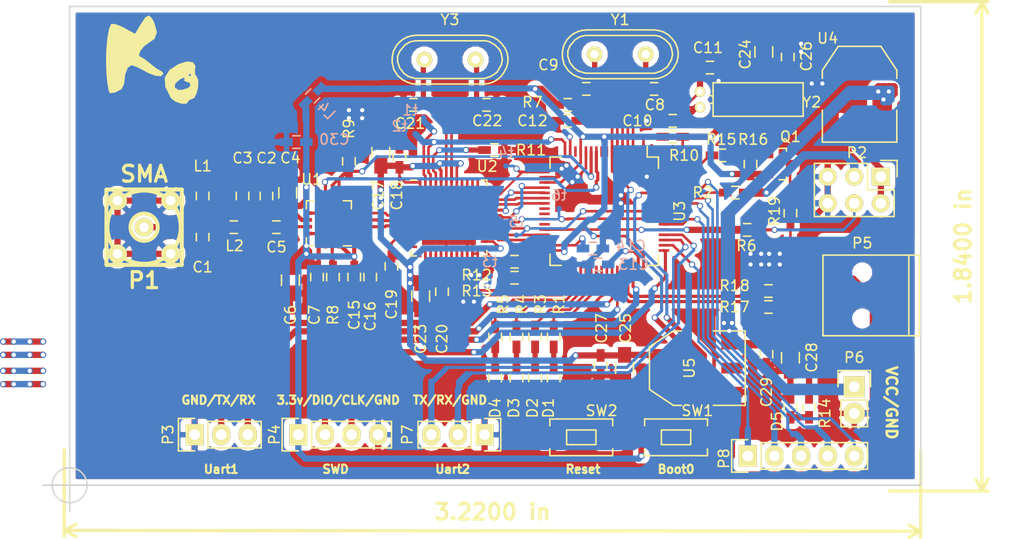
<source format=kicad_pcb>
(kicad_pcb (version 4) (host pcbnew 4.0.4-stable)
  (title_block (title Ubertoothp) (date 2016-11-11) (rev "V 1.0"))
  (layers (0 F.Cu signal) (31 B.Cu signal) (34 B.Paste user) (35 F.Paste user) (36 B.SilkS user) (37 F.SilkS user) (38 B.Mask user) (39 F.Mask user) (44 Edge.Cuts user))
  (net 0 "")
  (net 1 GND)
  (net 2 "Net-(C1-Pad2)")
  (net 3 +3V3)
  (net 4 "Net-(C3-Pad2)")
  (net 5 "Net-(C5-Pad1)")
  (net 6 "Net-(C8-Pad1)")
  (net 7 "Net-(C9-Pad1)")
  (net 8 "Net-(C10-Pad1)")
  (net 9 "Net-(C11-Pad1)")
  (net 10 /NRST)
  (net 11 "Net-(C13-Pad1)")
  (net 12 "Net-(C14-Pad1)")
  (net 13 +1V8)
  (net 14 "Net-(C21-Pad1)")
  (net 15 "Net-(C22-Pad1)")
  (net 16 "Net-(D1-Pad2)")
  (net 17 "Net-(D2-Pad2)")
  (net 18 "Net-(D3-Pad2)")
  (net 19 "Net-(D4-Pad2)")
  (net 20 "Net-(L3-Pad1)")
  (net 21 "Net-(L3-Pad2)")
  (net 22 "Net-(P2-Pad3)")
  (net 23 "Net-(P2-Pad4)")
  (net 24 /UAER1_TX)
  (net 25 /UAER1_RX)
  (net 26 "Net-(P4-Pad2)")
  (net 27 "Net-(P4-Pad3)")
  (net 28 "Net-(P5-Pad2)")
  (net 29 /VBUS)
  (net 30 "Net-(P5-Pad3)")
  (net 31 "Net-(Q1-Pad1)")
  (net 32 "Net-(Q1-Pad3)")
  (net 33 /BOOT0)
  (net 34 /BOOT1)
  (net 35 "Net-(R8-Pad1)")
  (net 36 /PAEN)
  (net 37 "Net-(R10-Pad1)")
  (net 38 "Net-(R11-Pad1)")
  (net 39 /USBEN)
  (net 40 "Net-(U1-Pad3)")
  (net 41 /HGM)
  (net 42 "Net-(U2-Pad11)")
  (net 43 "Net-(U2-Pad12)")
  (net 44 "Net-(U2-Pad13)")
  (net 45 /GR)
  (net 46 /GIO1)
  (net 47 /GPIO3.3)
  (net 48 /RX)
  (net 49 /TX)
  (net 50 /DIO)
  (net 51 /DCLK)
  (net 52 /CSn)
  (net 53 /SCLK)
  (net 54 /SI)
  (net 55 /SO)
  (net 56 /GIO6)
  (net 57 "Net-(U2-Pad36)")
  (net 58 "Net-(U2-Pad37)")
  (net 59 "Net-(U2-Pad38)")
  (net 60 "Net-(U2-Pad39)")
  (net 61 "Net-(U2-Pad40)")
  (net 62 /ATEST2)
  (net 63 /ATEST1)
  (net 64 "Net-(U3-Pad2)")
  (net 65 "Net-(U3-Pad8)")
  (net 66 "Net-(U3-Pad9)")
  (net 67 "Net-(U3-Pad14)")
  (net 68 "Net-(U3-Pad24)")
  (net 69 "Net-(U3-Pad25)")
  (net 70 "Net-(U3-Pad26)")
  (net 71 "Net-(U3-Pad27)")
  (net 72 "Net-(U3-Pad40)")
  (net 73 "Net-(U3-Pad41)")
  (net 74 "Net-(U3-Pad53)")
  (net 75 "Net-(R17-Pad1)")
  (net 76 "Net-(D5-Pad2)")
  (net 77 "Net-(R12-Pad1)")
  (net 78 "Net-(R18-Pad1)")
  (net 79 /LED1)
  (net 80 /LED2)
  (net 81 /LED3)
  (net 82 /LED4)
  (net 83 /UAER2_RX)
  (net 84 /UAER2_TX)
  (net 85 /debug4)
  (net 86 /debug5)
  (net 87 /debug1)
  (net 88 /debug2)
  (net 89 /debug3)
  (net 90 +3.3VADC)
  (module Housings_QFP:LQFP-64_10x10mm_Pitch0.5mm (layer F.Cu) (at 157.988 95.758 270)
    (fp_text reference U3 (at 0 -7.2 270) (layer F.SilkS))
    (fp_text value STM32F405RGTx)
    (pad 1 smd rect (at -5.7 -3.75 270) (size 1 0.25) (layers F.Cu F.Paste F.Mask) (net 37 "Net-(R10-Pad1)"))
    (pad 2 smd rect (at -5.7 -3.25 270) (size 1 0.25) (layers F.Cu F.Paste F.Mask) (net 64 "Net-(U3-Pad2)"))
    (pad 3 smd rect (at -5.7 -2.75 270) (size 1 0.25) (layers F.Cu F.Paste F.Mask) (net 8 "Net-(C10-Pad1)"))
    (pad 4 smd rect (at -5.7 -2.25 270) (size 1 0.25) (layers F.Cu F.Paste F.Mask) (net 9 "Net-(C11-Pad1)"))
    (pad 5 smd rect (at -5.7 -1.75 270) (size 1 0.25) (layers F.Cu F.Paste F.Mask) (net 6 "Net-(C8-Pad1)"))
    (pad 6 smd rect (at -5.7 -1.25 270) (size 1 0.25) (layers F.Cu F.Paste F.Mask) (net 7 "Net-(C9-Pad1)"))
    (pad 7 smd rect (at -5.7 -0.75 270) (size 1 0.25) (layers F.Cu F.Paste F.Mask) (net 10 /NRST))
    (pad 8 smd rect (at -5.7 -0.25 270) (size 1 0.25) (layers F.Cu F.Paste F.Mask) (net 65 "Net-(U3-Pad8)"))
    (pad 9 smd rect (at -5.7 0.25 270) (size 1 0.25) (layers F.Cu F.Paste F.Mask) (net 66 "Net-(U3-Pad9)"))
    (pad 10 smd rect (at -5.7 0.75 270) (size 1 0.25) (layers F.Cu F.Paste F.Mask) (net 41 /HGM))
    (pad 11 smd rect (at -5.7 1.25 270) (size 1 0.25) (layers F.Cu F.Paste F.Mask) (net 36 /PAEN))
    (pad 12 smd rect (at -5.7 1.75 270) (size 1 0.25) (layers F.Cu F.Paste F.Mask) (net 1 GND))
    (pad 13 smd rect (at -5.7 2.25 270) (size 1 0.25) (layers F.Cu F.Paste F.Mask) (net 3 +3V3))
    (pad 14 smd rect (at -5.7 2.75 270) (size 1 0.25) (layers F.Cu F.Paste F.Mask) (net 67 "Net-(U3-Pad14)"))
    (pad 15 smd rect (at -5.7 3.25 270) (size 1 0.25) (layers F.Cu F.Paste F.Mask) (net 63 /ATEST1))
    (pad 16 smd rect (at -5.7 3.75 270) (size 1 0.25) (layers F.Cu F.Paste F.Mask) (net 62 /ATEST2))
    (pad 17 smd rect (at -3.75 5.7) (size 1 0.25) (layers F.Cu F.Paste F.Mask) (net 56 /GIO6))
    (pad 18 smd rect (at -3.25 5.7) (size 1 0.25) (layers F.Cu F.Paste F.Mask) (net 1 GND))
    (pad 19 smd rect (at -2.75 5.7) (size 1 0.25) (layers F.Cu F.Paste F.Mask) (net 3 +3V3))
    (pad 20 smd rect (at -2.25 5.7) (size 1 0.25) (layers F.Cu F.Paste F.Mask) (net 52 /CSn))
    (pad 21 smd rect (at -1.75 5.7) (size 1 0.25) (layers F.Cu F.Paste F.Mask) (net 53 /SCLK))
    (pad 22 smd rect (at -1.25 5.7) (size 1 0.25) (layers F.Cu F.Paste F.Mask) (net 55 /SO))
    (pad 23 smd rect (at -0.75 5.7) (size 1 0.25) (layers F.Cu F.Paste F.Mask) (net 54 /SI))
    (pad 24 smd rect (at -0.25 5.7) (size 1 0.25) (layers F.Cu F.Paste F.Mask) (net 68 "Net-(U3-Pad24)"))
    (pad 25 smd rect (at 0.25 5.7) (size 1 0.25) (layers F.Cu F.Paste F.Mask) (net 69 "Net-(U3-Pad25)"))
    (pad 26 smd rect (at 0.75 5.7) (size 1 0.25) (layers F.Cu F.Paste F.Mask) (net 70 "Net-(U3-Pad26)"))
    (pad 27 smd rect (at 1.25 5.7) (size 1 0.25) (layers F.Cu F.Paste F.Mask) (net 71 "Net-(U3-Pad27)"))
    (pad 28 smd rect (at 1.75 5.7) (size 1 0.25) (layers F.Cu F.Paste F.Mask) (net 34 /BOOT1))
    (pad 29 smd rect (at 2.25 5.7) (size 1 0.25) (layers F.Cu F.Paste F.Mask) (net 49 /TX))
    (pad 30 smd rect (at 2.75 5.7) (size 1 0.25) (layers F.Cu F.Paste F.Mask) (net 48 /RX))
    (pad 31 smd rect (at 3.25 5.7) (size 1 0.25) (layers F.Cu F.Paste F.Mask) (net 11 "Net-(C13-Pad1)"))
    (pad 32 smd rect (at 3.75 5.7) (size 1 0.25) (layers F.Cu F.Paste F.Mask) (net 3 +3V3))
    (pad 33 smd rect (at 5.7 3.75 270) (size 1 0.25) (layers F.Cu F.Paste F.Mask) (net 47 /GPIO3.3))
    (pad 34 smd rect (at 5.7 3.25 270) (size 1 0.25) (layers F.Cu F.Paste F.Mask) (net 46 /GIO1))
    (pad 35 smd rect (at 5.7 2.75 270) (size 1 0.25) (layers F.Cu F.Paste F.Mask) (net 45 /GR))
    (pad 36 smd rect (at 5.7 2.25 270) (size 1 0.25) (layers F.Cu F.Paste F.Mask) (net 82 /LED4))
    (pad 37 smd rect (at 5.7 1.75 270) (size 1 0.25) (layers F.Cu F.Paste F.Mask) (net 81 /LED3))
    (pad 38 smd rect (at 5.7 1.25 270) (size 1 0.25) (layers F.Cu F.Paste F.Mask) (net 80 /LED2))
    (pad 39 smd rect (at 5.7 0.75 270) (size 1 0.25) (layers F.Cu F.Paste F.Mask) (net 79 /LED1))
    (pad 40 smd rect (at 5.7 0.25 270) (size 1 0.25) (layers F.Cu F.Paste F.Mask) (net 72 "Net-(U3-Pad40)"))
    (pad 41 smd rect (at 5.7 -0.25 270) (size 1 0.25) (layers F.Cu F.Paste F.Mask) (net 73 "Net-(U3-Pad41)"))
    (pad 42 smd rect (at 5.7 -0.75 270) (size 1 0.25) (layers F.Cu F.Paste F.Mask) (net 24 /UAER1_TX))
    (pad 43 smd rect (at 5.7 -1.25 270) (size 1 0.25) (layers F.Cu F.Paste F.Mask) (net 25 /UAER1_RX))
    (pad 44 smd rect (at 5.7 -1.75 270) (size 1 0.25) (layers F.Cu F.Paste F.Mask) (net 75 "Net-(R17-Pad1)"))
    (pad 45 smd rect (at 5.7 -2.25 270) (size 1 0.25) (layers F.Cu F.Paste F.Mask) (net 78 "Net-(R18-Pad1)"))
    (pad 46 smd rect (at 5.7 -2.75 270) (size 1 0.25) (layers F.Cu F.Paste F.Mask) (net 26 "Net-(P4-Pad2)"))
    (pad 47 smd rect (at 5.7 -3.25 270) (size 1 0.25) (layers F.Cu F.Paste F.Mask) (net 12 "Net-(C14-Pad1)"))
    (pad 48 smd rect (at 5.7 -3.75 270) (size 1 0.25) (layers F.Cu F.Paste F.Mask) (net 3 +3V3))
    (pad 49 smd rect (at 3.75 -5.7) (size 1 0.25) (layers F.Cu F.Paste F.Mask) (net 27 "Net-(P4-Pad3)"))
    (pad 50 smd rect (at 3.25 -5.7) (size 1 0.25) (layers F.Cu F.Paste F.Mask) (net 85 /debug4))
    (pad 51 smd rect (at 2.75 -5.7) (size 1 0.25) (layers F.Cu F.Paste F.Mask) (net 84 /UAER2_TX))
    (pad 52 smd rect (at 2.25 -5.7) (size 1 0.25) (layers F.Cu F.Paste F.Mask) (net 83 /UAER2_RX))
    (pad 53 smd rect (at 1.75 -5.7) (size 1 0.25) (layers F.Cu F.Paste F.Mask) (net 74 "Net-(U3-Pad53)"))
    (pad 54 smd rect (at 1.25 -5.7) (size 1 0.25) (layers F.Cu F.Paste F.Mask) (net 86 /debug5))
    (pad 55 smd rect (at 0.75 -5.7) (size 1 0.25) (layers F.Cu F.Paste F.Mask) (net 51 /DCLK))
    (pad 56 smd rect (at 0.25 -5.7) (size 1 0.25) (layers F.Cu F.Paste F.Mask) (net 50 /DIO))
    (pad 57 smd rect (at -0.25 -5.7) (size 1 0.25) (layers F.Cu F.Paste F.Mask) (net 50 /DIO))
    (pad 58 smd rect (at -0.75 -5.7) (size 1 0.25) (layers F.Cu F.Paste F.Mask) (net 87 /debug1))
    (pad 59 smd rect (at -1.25 -5.7) (size 1 0.25) (layers F.Cu F.Paste F.Mask) (net 88 /debug2))
    (pad 60 smd rect (at -1.75 -5.7) (size 1 0.25) (layers F.Cu F.Paste F.Mask) (net 33 /BOOT0))
    (pad 61 smd rect (at -2.25 -5.7) (size 1 0.25) (layers F.Cu F.Paste F.Mask) (net 89 /debug3))
    (pad 62 smd rect (at -2.75 -5.7) (size 1 0.25) (layers F.Cu F.Paste F.Mask) (net 39 /USBEN))
    (pad 63 smd rect (at -3.25 -5.7) (size 1 0.25) (layers F.Cu F.Paste F.Mask) (net 1 GND))
    (pad 64 smd rect (at -3.75 -5.7) (size 1 0.25) (layers F.Cu F.Paste F.Mask) (net 3 +3V3))
  )
  (module TO_SOT_Packages_SMD:SOT-223 (layer F.Cu) (at 166.878 110.744 90)
    (fp_text reference U5 (at 0 -0.762 90) (layer F.SilkS))
    (fp_text value LM1117-1.8)
    (pad 4 smd rect (at 0 -3.302 90) (size 3.6576 2.032) (layers F.Cu F.Paste F.Mask) (net 13 +1V8))
    (pad 2 smd rect (at 0 3.302 90) (size 1.016 2.032) (layers F.Cu F.Paste F.Mask) (net 13 +1V8))
    (pad 3 smd rect (at 2.286 3.302 90) (size 1.016 2.032) (layers F.Cu F.Paste F.Mask) (net 29 /VBUS))
    (pad 1 smd rect (at -2.286 3.302 90) (size 1.016 2.032) (layers F.Cu F.Paste F.Mask) (net 1 GND))
  )
  (module Capacitors_SMD:C_0603_HandSoldering (layer F.Cu) (at 169.23 90.424 180)
    (fp_text reference R15 (at 0.066 1.524 180) (layer F.SilkS))
    (fp_text value 2k2)
    (pad 1 smd rect (at -0.95 0 180) (size 1.2 0.75) (layers F.Cu F.Paste F.Mask) (net 31 "Net-(Q1-Pad1)"))
    (pad 2 smd rect (at 0.95 0 180) (size 1.2 0.75) (layers F.Cu F.Paste F.Mask) (net 39 /USBEN))
  )
  (module Connect:USB_Mini-B (layer F.Cu) (at 183.4769 103.79964 180)
    (fp_text reference P5 (at 0.8509 4.99364 180) (layer F.SilkS))
    (fp_text value USB_B)
    (pad 1 smd rect (at 3.44932 -1.6002 180) (size 2.30124 0.50038) (layers F.Cu F.Paste F.Mask) (net 29 /VBUS))
    (pad 2 smd rect (at 3.44932 -0.8001 180) (size 2.30124 0.50038) (layers F.Cu F.Paste F.Mask) (net 28 "Net-(P5-Pad2)"))
    (pad 3 smd rect (at 3.44932 0 180) (size 2.30124 0.50038) (layers F.Cu F.Paste F.Mask) (net 30 "Net-(P5-Pad3)"))
    (pad 4 smd rect (at 3.44932 0.8001 180) (size 2.30124 0.50038) (layers F.Cu F.Paste F.Mask) (net 1 GND))
    (pad 5 smd rect (at 3.44932 1.6002 180) (size 2.30124 0.50038) (layers F.Cu F.Paste F.Mask) (net 1 GND))
    (pad 6 smd rect (at 3.35026 -4.45008 180) (size 2.49936 1.99898) (layers F.Cu F.Paste F.Mask))
    (pad 6 smd rect (at -2.14884 -4.45008 180) (size 2.49936 1.99898) (layers F.Cu F.Paste F.Mask))
    (pad 6 smd rect (at 3.35026 4.45008 180) (size 2.49936 1.99898) (layers F.Cu F.Paste F.Mask))
    (pad 6 smd rect (at -2.14884 4.45008 180) (size 2.49936 1.99898) (layers F.Cu F.Paste F.Mask))
    (pad "" np_thru_hole circle (at 0.8509 -2.19964 180) (size 0.89916 0.89916) (drill 0.89916) (layers *.Cu *.Mask F.SilkS))
    (pad "" np_thru_hole circle (at 0.8509 2.19964 180) (size 0.89916 0.89916) (drill 0.89916) (layers *.Cu *.Mask F.SilkS))
  )
  (module Housings_DFN_QFN:QFN-16-1EP_4x4mm_Pitch0.65mm (layer F.Cu) (at 131.689 96.911 180)
    (fp_text reference U1 (at 1.641 4.201 180) (layer F.SilkS))
    (fp_text value CC2591)
    (pad 1 smd rect (at -2 -0.975 180) (size 0.8 0.35) (layers F.Cu F.Paste F.Mask) (net 90 +3.3VADC))
    (pad 2 smd rect (at -2 -0.325 180) (size 0.8 0.35) (layers F.Cu F.Paste F.Mask) (net 21 "Net-(L3-Pad2)"))
    (pad 3 smd rect (at -2 0.325 180) (size 0.8 0.35) (layers F.Cu F.Paste F.Mask) (net 40 "Net-(U1-Pad3)"))
    (pad 4 smd rect (at -2 0.975 180) (size 0.8 0.35) (layers F.Cu F.Paste F.Mask) (net 20 "Net-(L3-Pad1)"))
    (pad 5 smd rect (at -0.975 2 270) (size 0.8 0.35) (layers F.Cu F.Paste F.Mask) (net 36 /PAEN))
    (pad 6 smd rect (at -0.325 2 270) (size 0.8 0.35) (layers F.Cu F.Paste F.Mask) (net 36 /PAEN))
    (pad 7 smd rect (at 0.325 2 270) (size 0.8 0.35) (layers F.Cu F.Paste F.Mask) (net 41 /HGM))
    (pad 8 smd rect (at 0.975 2 270) (size 0.8 0.35) (layers F.Cu F.Paste F.Mask) (net 1 GND))
    (pad 9 smd rect (at 2 0.975 180) (size 0.8 0.35) (layers F.Cu F.Paste F.Mask) (net 1 GND))
    (pad 10 smd rect (at 2 0.325 180) (size 0.8 0.35) (layers F.Cu F.Paste F.Mask) (net 90 +3.3VADC))
    (pad 11 smd rect (at 2 -0.325 180) (size 0.8 0.35) (layers F.Cu F.Paste F.Mask) (net 5 "Net-(C5-Pad1)"))
    (pad 12 smd rect (at 2 -0.975 180) (size 0.8 0.35) (layers F.Cu F.Paste F.Mask) (net 1 GND))
    (pad 13 smd rect (at 0.975 -2 270) (size 0.8 0.35) (layers F.Cu F.Paste F.Mask) (net 90 +3.3VADC))
    (pad 14 smd rect (at 0.325 -2 270) (size 0.8 0.35) (layers F.Cu F.Paste F.Mask) (net 1 GND))
    (pad 15 smd rect (at -0.325 -2 270) (size 0.8 0.35) (layers F.Cu F.Paste F.Mask) (net 35 "Net-(R8-Pad1)"))
    (pad 16 smd rect (at -0.975 -2 270) (size 0.8 0.35) (layers F.Cu F.Paste F.Mask) (net 90 +3.3VADC))
    (pad 17 smd rect (at 0.625 0.625 180) (size 1.25 1.25) (layers F.Cu F.Paste F.Mask) (net 1 GND))
    (pad 17 smd rect (at 0.625 -0.625 180) (size 1.25 1.25) (layers F.Cu F.Paste F.Mask) (net 1 GND))
    (pad 17 smd rect (at -0.625 0.625 180) (size 1.25 1.25) (layers F.Cu F.Paste F.Mask) (net 1 GND))
    (pad 17 smd rect (at -0.625 -0.625 180) (size 1.25 1.25) (layers F.Cu F.Paste F.Mask) (net 1 GND))
  )
  (module Capacitors_SMD:C_0603_HandSoldering (layer F.Cu) (at 168.082 82.042)
    (fp_text reference C11 (at -0.188 -1.9) (layer F.SilkS))
    (fp_text value 6pf)
    (pad 1 smd rect (at -0.95 0) (size 1.2 0.75) (layers F.Cu F.Paste F.Mask) (net 9 "Net-(C11-Pad1)"))
    (pad 2 smd rect (at 0.95 0) (size 1.2 0.75) (layers F.Cu F.Paste F.Mask) (net 1 GND))
  )
  (module Capacitors_SMD:C_0603_HandSoldering (layer F.Cu) (at 119.634 94.3 270)
    (fp_text reference L1 (at -2.86 0 360) (layer F.SilkS))
    (fp_text value 3nH)
    (pad 1 smd rect (at -0.95 0 270) (size 1.2 0.75) (layers F.Cu F.Paste F.Mask) (net 1 GND))
    (pad 2 smd rect (at 0.95 0 270) (size 1.2 0.75) (layers F.Cu F.Paste F.Mask) (net 2 "Net-(C1-Pad2)"))
  )
  (module Capacitors_SMD:C_0603_HandSoldering (layer F.Cu) (at 119.634 98.232 90)
    (fp_text reference C1 (at -2.86 0 180) (layer F.SilkS))
    (fp_text value 2p2)
    (pad 1 smd rect (at -0.95 0 90) (size 1.2 0.75) (layers F.Cu F.Paste F.Mask) (net 1 GND))
    (pad 2 smd rect (at 0.95 0 90) (size 1.2 0.75) (layers F.Cu F.Paste F.Mask) (net 2 "Net-(C1-Pad2)"))
  )
  (module w_conn_rf:lemo_epb00250ntn (layer F.Cu) (at 114.046 97.282)
    (fp_text reference P1 (at 0 5.08) (layer F.SilkS) (effects (font (thickness 0.3048))))
    (fp_text value SMA (at 0 -5.08) (layer F.SilkS) (effects (font (thickness 0.3048))))
    (pad 1 thru_hole circle (at 0 0) (size 1.79832 1.79832) (drill 0.89916) (layers *.Cu *.Mask F.SilkS) (net 2 "Net-(C1-Pad2)"))
    (pad 2 thru_hole circle (at 2.54 -2.54) (size 1.79578 1.79578) (drill 0.89916) (layers *.Cu *.Mask F.SilkS) (net 1 GND))
    (pad 2 thru_hole circle (at -2.54 -2.54) (size 1.79578 1.79578) (drill 0.89916) (layers *.Cu *.Mask F.SilkS) (net 1 GND))
    (pad 2 thru_hole circle (at -2.54 2.54) (size 1.79578 1.79578) (drill 0.89916) (layers *.Cu *.Mask F.SilkS) (net 1 GND))
    (pad 2 thru_hole circle (at 2.54 2.54) (size 1.79578 1.79578) (drill 0.89916) (layers *.Cu *.Mask F.SilkS) (net 1 GND))
  )
  (module Pin_Headers:Pin_Header_Straight_2x03 (layer F.Cu) (at 184.404 92.456 270)
    (fp_text reference P2 (at -2.286 2.286 540) (layer F.SilkS))
    (fp_text value CON)
    (pad 1 thru_hole rect (at 0 0 270) (size 1.7272 1.7272) (drill 1.016) (layers *.Cu *.Mask F.SilkS) (net 3 +3V3))
    (pad 2 thru_hole oval (at 2.54 0 270) (size 1.7272 1.7272) (drill 1.016) (layers *.Cu *.Mask F.SilkS) (net 3 +3V3))
    (pad 3 thru_hole oval (at 0 2.54 270) (size 1.7272 1.7272) (drill 1.016) (layers *.Cu *.Mask F.SilkS) (net 22 "Net-(P2-Pad3)"))
    (pad 4 thru_hole oval (at 2.54 2.54 270) (size 1.7272 1.7272) (drill 1.016) (layers *.Cu *.Mask F.SilkS) (net 23 "Net-(P2-Pad4)"))
    (pad 5 thru_hole oval (at 0 5.08 270) (size 1.7272 1.7272) (drill 1.016) (layers *.Cu *.Mask F.SilkS) (net 1 GND))
    (pad 6 thru_hole oval (at 2.54 5.08 270) (size 1.7272 1.7272) (drill 1.016) (layers *.Cu *.Mask F.SilkS) (net 1 GND))
  )
  (module Buttons_Switches_SMD:SW_SPST_EVQPE1 (layer F.Cu) (at 155.796 117.348)
    (fp_text reference SW2 (at 1.938 -2.54 180) (layer F.SilkS))
    (fp_text value SW_PUSH)
    (pad 2 smd rect (at 2.7 0) (size 2 1.6) (layers F.Cu F.Paste F.Mask) (net 10 /NRST))
    (pad 1 smd rect (at -2.7 0) (size 2 1.6) (layers F.Cu F.Paste F.Mask) (net 1 GND))
  )
  (module Housings_DFN_QFN:QFN-48-1EP_7x7mm_Pitch0.5mm (layer F.Cu) (at 143.15525 96.40175)
    (fp_text reference U2 (at 3.654 -4.924) (layer F.SilkS))
    (fp_text value CC2400)
    (pad 1 smd rect (at -3.4 -2.75) (size 0.7 0.25) (layers F.Cu F.Paste F.Mask) (net 13 +1V8))
    (pad 2 smd rect (at -3.4 -2.25) (size 0.7 0.25) (layers F.Cu F.Paste F.Mask) (net 13 +1V8))
    (pad 3 smd rect (at -3.4 -1.75) (size 0.7 0.25) (layers F.Cu F.Paste F.Mask) (net 13 +1V8))
    (pad 4 smd rect (at -3.4 -1.25) (size 0.7 0.25) (layers F.Cu F.Paste F.Mask) (net 13 +1V8))
    (pad 5 smd rect (at -3.4 -0.75) (size 0.7 0.25) (layers F.Cu F.Paste F.Mask) (net 1 GND))
    (pad 6 smd rect (at -3.4 -0.25) (size 0.7 0.25) (layers F.Cu F.Paste F.Mask) (net 20 "Net-(L3-Pad1)"))
    (pad 7 smd rect (at -3.4 0.25) (size 0.7 0.25) (layers F.Cu F.Paste F.Mask) (net 40 "Net-(U1-Pad3)"))
    (pad 8 smd rect (at -3.4 0.75) (size 0.7 0.25) (layers F.Cu F.Paste F.Mask) (net 21 "Net-(L3-Pad2)"))
    (pad 9 smd rect (at -3.4 1.25) (size 0.7 0.25) (layers F.Cu F.Paste F.Mask) (net 1 GND))
    (pad 10 smd rect (at -3.4 1.75) (size 0.7 0.25) (layers F.Cu F.Paste F.Mask) (net 13 +1V8))
    (pad 11 smd rect (at -3.4 2.25) (size 0.7 0.25) (layers F.Cu F.Paste F.Mask) (net 42 "Net-(U2-Pad11)"))
    (pad 12 smd rect (at -3.4 2.75) (size 0.7 0.25) (layers F.Cu F.Paste F.Mask) (net 43 "Net-(U2-Pad12)"))
    (pad 13 smd rect (at -2.75 3.4 90) (size 0.7 0.25) (layers F.Cu F.Paste F.Mask) (net 44 "Net-(U2-Pad13)"))
    (pad 14 smd rect (at -2.25 3.4 90) (size 0.7 0.25) (layers F.Cu F.Paste F.Mask) (net 13 +1V8))
    (pad 15 smd rect (at -1.75 3.4 90) (size 0.7 0.25) (layers F.Cu F.Paste F.Mask) (net 13 +1V8))
    (pad 16 smd rect (at -1.25 3.4 90) (size 0.7 0.25) (layers F.Cu F.Paste F.Mask) (net 13 +1V8))
    (pad 17 smd rect (at -0.75 3.4 90) (size 0.7 0.25) (layers F.Cu F.Paste F.Mask) (net 13 +1V8))
    (pad 18 smd rect (at -0.25 3.4 90) (size 0.7 0.25) (layers F.Cu F.Paste F.Mask) (net 1 GND))
    (pad 19 smd rect (at 0.25 3.4 90) (size 0.7 0.25) (layers F.Cu F.Paste F.Mask) (net 13 +1V8))
    (pad 20 smd rect (at 0.75 3.4 90) (size 0.7 0.25) (layers F.Cu F.Paste F.Mask) (net 45 /GR))
    (pad 21 smd rect (at 1.25 3.4 90) (size 0.7 0.25) (layers F.Cu F.Paste F.Mask) (net 46 /GIO1))
    (pad 22 smd rect (at 1.75 3.4 90) (size 0.7 0.25) (layers F.Cu F.Paste F.Mask) (net 1 GND))
    (pad 23 smd rect (at 2.25 3.4 90) (size 0.7 0.25) (layers F.Cu F.Paste F.Mask) (net 1 GND))
    (pad 24 smd rect (at 2.75 3.4 90) (size 0.7 0.25) (layers F.Cu F.Paste F.Mask) (net 1 GND))
    (pad 25 smd rect (at 3.4 2.75) (size 0.7 0.25) (layers F.Cu F.Paste F.Mask) (net 77 "Net-(R12-Pad1)"))
    (pad 26 smd rect (at 3.4 2.25) (size 0.7 0.25) (layers F.Cu F.Paste F.Mask) (net 13 +1V8))
    (pad 27 smd rect (at 3.4 1.75) (size 0.7 0.25) (layers F.Cu F.Paste F.Mask) (net 48 /RX))
    (pad 28 smd rect (at 3.4 1.25) (size 0.7 0.25) (layers F.Cu F.Paste F.Mask) (net 49 /TX))
    (pad 29 smd rect (at 3.4 0.75) (size 0.7 0.25) (layers F.Cu F.Paste F.Mask) (net 50 /DIO))
    (pad 30 smd rect (at 3.4 0.25) (size 0.7 0.25) (layers F.Cu F.Paste F.Mask) (net 51 /DCLK))
    (pad 31 smd rect (at 3.4 -0.25) (size 0.7 0.25) (layers F.Cu F.Paste F.Mask) (net 52 /CSn))
    (pad 32 smd rect (at 3.4 -0.75) (size 0.7 0.25) (layers F.Cu F.Paste F.Mask) (net 53 /SCLK))
    (pad 33 smd rect (at 3.4 -1.25) (size 0.7 0.25) (layers F.Cu F.Paste F.Mask) (net 54 /SI))
    (pad 34 smd rect (at 3.4 -1.75) (size 0.7 0.25) (layers F.Cu F.Paste F.Mask) (net 55 /SO))
    (pad 35 smd rect (at 3.4 -2.25) (size 0.7 0.25) (layers F.Cu F.Paste F.Mask) (net 56 /GIO6))
    (pad 36 smd rect (at 3.4 -2.75) (size 0.7 0.25) (layers F.Cu F.Paste F.Mask) (net 57 "Net-(U2-Pad36)"))
    (pad 37 smd rect (at 2.75 -3.4 90) (size 0.7 0.25) (layers F.Cu F.Paste F.Mask) (net 58 "Net-(U2-Pad37)"))
    (pad 38 smd rect (at 2.25 -3.4 90) (size 0.7 0.25) (layers F.Cu F.Paste F.Mask) (net 59 "Net-(U2-Pad38)"))
    (pad 39 smd rect (at 1.75 -3.4 90) (size 0.7 0.25) (layers F.Cu F.Paste F.Mask) (net 60 "Net-(U2-Pad39)"))
    (pad 40 smd rect (at 1.25 -3.4 90) (size 0.7 0.25) (layers F.Cu F.Paste F.Mask) (net 61 "Net-(U2-Pad40)"))
    (pad 41 smd rect (at 0.75 -3.4 90) (size 0.7 0.25) (layers F.Cu F.Paste F.Mask) (net 13 +1V8))
    (pad 42 smd rect (at 0.25 -3.4 90) (size 0.7 0.25) (layers F.Cu F.Paste F.Mask) (net 15 "Net-(C22-Pad1)"))
    (pad 43 smd rect (at -0.25 -3.4 90) (size 0.7 0.25) (layers F.Cu F.Paste F.Mask) (net 14 "Net-(C21-Pad1)"))
    (pad 44 smd rect (at -0.75 -3.4 90) (size 0.7 0.25) (layers F.Cu F.Paste F.Mask) (net 13 +1V8))
    (pad 45 smd rect (at -1.25 -3.4 90) (size 0.7 0.25) (layers F.Cu F.Paste F.Mask) (net 38 "Net-(R11-Pad1)"))
    (pad 46 smd rect (at -1.75 -3.4 90) (size 0.7 0.25) (layers F.Cu F.Paste F.Mask) (net 62 /ATEST2))
    (pad 47 smd rect (at -2.25 -3.4 90) (size 0.7 0.25) (layers F.Cu F.Paste F.Mask) (net 63 /ATEST1))
    (pad 48 smd rect (at -2.75 -3.4 90) (size 0.7 0.25) (layers F.Cu F.Paste F.Mask) (net 13 +1V8))
    (pad 49 smd rect (at 1.93125 1.93125) (size 1.2875 1.2875) (layers F.Cu F.Paste F.Mask) (net 1 GND))
    (pad 49 smd rect (at 1.93125 0.64375) (size 1.2875 1.2875) (layers F.Cu F.Paste F.Mask) (net 1 GND))
    (pad 49 smd rect (at 1.93125 -0.64375) (size 1.2875 1.2875) (layers F.Cu F.Paste F.Mask) (net 1 GND))
    (pad 49 smd rect (at 1.93125 -1.93125) (size 1.2875 1.2875) (layers F.Cu F.Paste F.Mask) (net 1 GND))
    (pad 49 smd rect (at 0.64375 1.93125) (size 1.2875 1.2875) (layers F.Cu F.Paste F.Mask) (net 1 GND))
    (pad 49 smd rect (at 0.64375 0.64375) (size 1.2875 1.2875) (layers F.Cu F.Paste F.Mask) (net 1 GND))
    (pad 49 smd rect (at 0.64375 -0.64375) (size 1.2875 1.2875) (layers F.Cu F.Paste F.Mask) (net 1 GND))
    (pad 49 smd rect (at 0.64375 -1.93125) (size 1.2875 1.2875) (layers F.Cu F.Paste F.Mask) (net 1 GND))
    (pad 49 smd rect (at -0.64375 1.93125) (size 1.2875 1.2875) (layers F.Cu F.Paste F.Mask) (net 1 GND))
    (pad 49 smd rect (at -0.64375 0.64375) (size 1.2875 1.2875) (layers F.Cu F.Paste F.Mask) (net 1 GND))
    (pad 49 smd rect (at -0.64375 -0.64375) (size 1.2875 1.2875) (layers F.Cu F.Paste F.Mask) (net 1 GND))
    (pad 49 smd rect (at -0.64375 -1.93125) (size 1.2875 1.2875) (layers F.Cu F.Paste F.Mask) (net 1 GND))
    (pad 49 smd rect (at -1.93125 1.93125) (size 1.2875 1.2875) (layers F.Cu F.Paste F.Mask) (net 1 GND))
    (pad 49 smd rect (at -1.93125 0.64375) (size 1.2875 1.2875) (layers F.Cu F.Paste F.Mask) (net 1 GND))
    (pad 49 smd rect (at -1.93125 -0.64375) (size 1.2875 1.2875) (layers F.Cu F.Paste F.Mask) (net 1 GND))
    (pad 49 smd rect (at -1.93125 -1.93125) (size 1.2875 1.2875) (layers F.Cu F.Paste F.Mask) (net 1 GND))
  )
  (module TO_SOT_Packages_SMD:SOT-223 (layer F.Cu) (at 182.372 84.582)
    (fp_text reference U4 (at -3.048 -5.334 180) (layer F.SilkS))
    (fp_text value LM1117-3.3)
    (pad 4 smd rect (at 0 -3.302) (size 3.6576 2.032) (layers F.Cu F.Paste F.Mask) (net 3 +3V3))
    (pad 2 smd rect (at 0 3.302) (size 1.016 2.032) (layers F.Cu F.Paste F.Mask) (net 3 +3V3))
    (pad 3 smd rect (at 2.286 3.302) (size 1.016 2.032) (layers F.Cu F.Paste F.Mask) (net 29 /VBUS))
    (pad 1 smd rect (at -2.286 3.302) (size 1.016 2.032) (layers F.Cu F.Paste F.Mask) (net 1 GND))
  )
  (module Crystals:Crystal_Round_Horizontal_3mm (layer F.Cu) (at 167.132 85.09 270)
    (fp_text reference Y2 (at 0.254 -10.668 360) (layer F.SilkS))
    (fp_text value 32.768k)
    (pad 1 thru_hole circle (at -0.7493 0 270) (size 1.00076 1.00076) (drill 0.59944) (layers *.Cu *.Mask F.SilkS) (net 9 "Net-(C11-Pad1)"))
    (pad 2 thru_hole circle (at 0.7493 0 270) (size 1.00076 1.00076) (drill 0.59944) (layers *.Cu *.Mask F.SilkS) (net 8 "Net-(C10-Pad1)"))
  )
  (module Capacitors_SMD:C_0603_HandSoldering (layer F.Cu) (at 125.73 94.3 270)
    (fp_text reference C2 (at -3.622 0 360) (layer F.SilkS))
    (fp_text value 18pf)
    (pad 1 smd rect (at -0.95 0 270) (size 1.2 0.75) (layers F.Cu F.Paste F.Mask) (net 1 GND))
    (pad 2 smd rect (at 0.95 0 270) (size 1.2 0.75) (layers F.Cu F.Paste F.Mask) (net 90 +3.3VADC))
  )
  (module Capacitors_SMD:C_0603_HandSoldering (layer F.Cu) (at 123.444 94.3 270)
    (fp_text reference C3 (at -3.622 0 360) (layer F.SilkS))
    (fp_text value 1pf)
    (pad 1 smd rect (at -0.95 0 270) (size 1.2 0.75) (layers F.Cu F.Paste F.Mask) (net 1 GND))
    (pad 2 smd rect (at 0.95 0 270) (size 1.2 0.75) (layers F.Cu F.Paste F.Mask) (net 4 "Net-(C3-Pad2)"))
  )
  (module Capacitors_SMD:C_0603_HandSoldering (layer F.Cu) (at 126.68 97.282 180)
    (fp_text reference C5 (at 0 -1.9 180) (layer F.SilkS))
    (fp_text value 6p8)
    (pad 1 smd rect (at -0.95 0 180) (size 1.2 0.75) (layers F.Cu F.Paste F.Mask) (net 5 "Net-(C5-Pad1)"))
    (pad 2 smd rect (at 0.95 0 180) (size 1.2 0.75) (layers F.Cu F.Paste F.Mask) (net 4 "Net-(C3-Pad2)"))
  )
  (module Capacitors_SMD:C_0603_HandSoldering (layer F.Cu) (at 130.556 102.042 270)
    (fp_text reference C7 (at 3.622 0.254 270) (layer F.SilkS))
    (fp_text value 10pf)
    (pad 1 smd rect (at -0.95 0 270) (size 1.2 0.75) (layers F.Cu F.Paste F.Mask) (net 90 +3.3VADC))
    (pad 2 smd rect (at 0.95 0 270) (size 1.2 0.75) (layers F.Cu F.Paste F.Mask) (net 1 GND))
  )
  (module Capacitors_SMD:C_0603_HandSoldering (layer F.Cu) (at 162.748 84.074)
    (fp_text reference C8 (at 0.066 1.524) (layer F.SilkS))
    (fp_text value 22pf)
    (pad 1 smd rect (at -0.95 0) (size 1.2 0.75) (layers F.Cu F.Paste F.Mask) (net 6 "Net-(C8-Pad1)"))
    (pad 2 smd rect (at 0.95 0) (size 1.2 0.75) (layers F.Cu F.Paste F.Mask) (net 1 GND))
  )
  (module Capacitors_SMD:C_0603_HandSoldering (layer F.Cu) (at 156.276 84.074 180)
    (fp_text reference C9 (at 3.622 2.286 180) (layer F.SilkS))
    (fp_text value 22pf)
    (pad 1 smd rect (at -0.95 0 180) (size 1.2 0.75) (layers F.Cu F.Paste F.Mask) (net 7 "Net-(C9-Pad1)"))
    (pad 2 smd rect (at 0.95 0 180) (size 1.2 0.75) (layers F.Cu F.Paste F.Mask) (net 1 GND))
  )
  (module Capacitors_SMD:C_0603_HandSoldering (layer F.Cu) (at 164.526 87.122 180)
    (fp_text reference C10 (at 3.368 0 180) (layer F.SilkS))
    (fp_text value 6pf)
    (pad 1 smd rect (at -0.95 0 180) (size 1.2 0.75) (layers F.Cu F.Paste F.Mask) (net 8 "Net-(C10-Pad1)"))
    (pad 2 smd rect (at 0.95 0 180) (size 1.2 0.75) (layers F.Cu F.Paste F.Mask) (net 1 GND))
  )
  (module Capacitors_SMD:C_0603_HandSoldering (layer F.Cu) (at 154.498 87.122 180)
    (fp_text reference C12 (at 3.368 0 180) (layer F.SilkS))
    (fp_text value 100nf)
    (pad 1 smd rect (at -0.95 0 180) (size 1.2 0.75) (layers F.Cu F.Paste F.Mask) (net 10 /NRST))
    (pad 2 smd rect (at 0.95 0 180) (size 1.2 0.75) (layers F.Cu F.Paste F.Mask) (net 1 GND))
  )
  (module Capacitors_SMD:C_0603_HandSoldering (layer B.Cu) (at 156.906 99.314)
    (fp_text reference C13 (at 3.876 1.524) (layer B.SilkS) (effects (justify mirror)))
    (fp_text value 2.2uf)
    (pad 1 smd rect (at -0.95 0) (size 1.2 0.75) (layers B.Cu B.Paste B.Mask) (net 11 "Net-(C13-Pad1)"))
    (pad 2 smd rect (at 0.95 0) (size 1.2 0.75) (layers B.Cu B.Paste B.Mask) (net 1 GND))
  )
  (module Capacitors_SMD:C_0603_HandSoldering (layer B.Cu) (at 157.414 100.838 180)
    (fp_text reference C14 (at -3.114 1.778 180) (layer B.SilkS) (effects (justify mirror)))
    (fp_text value 2.2uf)
    (pad 1 smd rect (at -0.95 0 180) (size 1.2 0.75) (layers B.Cu B.Paste B.Mask) (net 12 "Net-(C14-Pad1)"))
    (pad 2 smd rect (at 0.95 0 180) (size 1.2 0.75) (layers B.Cu B.Paste B.Mask) (net 1 GND))
  )
  (module Capacitors_SMD:C_0603_HandSoldering (layer F.Cu) (at 134.112 102.042 270)
    (fp_text reference C15 (at 3.622 0 270) (layer F.SilkS))
    (fp_text value 1nf)
    (pad 1 smd rect (at -0.95 0 270) (size 1.2 0.75) (layers F.Cu F.Paste F.Mask) (net 90 +3.3VADC))
    (pad 2 smd rect (at 0.95 0 270) (size 1.2 0.75) (layers F.Cu F.Paste F.Mask) (net 1 GND))
  )
  (module Capacitors_SMD:C_0603_HandSoldering (layer F.Cu) (at 135.636 102.042 270)
    (fp_text reference C16 (at 3.744 0 270) (layer F.SilkS))
    (fp_text value 1nf)
    (pad 1 smd rect (at -0.95 0 270) (size 1.2 0.75) (layers F.Cu F.Paste F.Mask) (net 90 +3.3VADC))
    (pad 2 smd rect (at 0.95 0 270) (size 1.2 0.75) (layers F.Cu F.Paste F.Mask) (net 1 GND))
  )
  (module Capacitors_SMD:C_0603_HandSoldering (layer F.Cu) (at 138.43 90.612 90)
    (fp_text reference C18 (at -3.622 -0.254 270) (layer F.SilkS))
    (fp_text value 68pf)
    (pad 1 smd rect (at -0.95 0 90) (size 1.2 0.75) (layers F.Cu F.Paste F.Mask) (net 13 +1V8))
    (pad 2 smd rect (at 0.95 0 90) (size 1.2 0.75) (layers F.Cu F.Paste F.Mask) (net 1 GND))
  )
  (module Capacitors_SMD:C_0603_HandSoldering (layer F.Cu) (at 137.668 101.026 270)
    (fp_text reference C19 (at 3.622 0 270) (layer F.SilkS))
    (fp_text value 10nf)
    (pad 1 smd rect (at -0.95 0 270) (size 1.2 0.75) (layers F.Cu F.Paste F.Mask) (net 13 +1V8))
    (pad 2 smd rect (at 0.95 0 270) (size 1.2 0.75) (layers F.Cu F.Paste F.Mask) (net 1 GND))
  )
  (module Capacitors_SMD:C_0603_HandSoldering (layer F.Cu) (at 142.494 103.444 270)
    (fp_text reference C20 (at 4.506 0 270) (layer F.SilkS))
    (fp_text value 68pf)
    (pad 1 smd rect (at -0.95 0 270) (size 1.2 0.75) (layers F.Cu F.Paste F.Mask) (net 13 +1V8))
    (pad 2 smd rect (at 0.95 0 270) (size 1.2 0.75) (layers F.Cu F.Paste F.Mask) (net 1 GND))
  )
  (module Capacitors_SMD:C_0603_HandSoldering (layer F.Cu) (at 139.766 85.598 180)
    (fp_text reference C21 (at 0.32 -1.778 180) (layer F.SilkS))
    (fp_text value 27pf)
    (pad 1 smd rect (at -0.95 0 180) (size 1.2 0.75) (layers F.Cu F.Paste F.Mask) (net 14 "Net-(C21-Pad1)"))
    (pad 2 smd rect (at 0.95 0 180) (size 1.2 0.75) (layers F.Cu F.Paste F.Mask) (net 1 GND))
  )
  (module Capacitors_SMD:C_0603_HandSoldering (layer F.Cu) (at 146.746 85.598)
    (fp_text reference C22 (at 0.066 1.524) (layer F.SilkS))
    (fp_text value 27pf)
    (pad 1 smd rect (at -0.95 0) (size 1.2 0.75) (layers F.Cu F.Paste F.Mask) (net 15 "Net-(C22-Pad1)"))
    (pad 2 smd rect (at 0.95 0) (size 1.2 0.75) (layers F.Cu F.Paste F.Mask) (net 1 GND))
  )
  (module Capacitors_SMD:C_0603_HandSoldering (layer F.Cu) (at 175.514 81.026 90)
    (fp_text reference C26 (at 0.066 1.778 90) (layer F.SilkS))
    (fp_text value 100nf)
    (pad 1 smd rect (at -0.95 0 90) (size 1.2 0.75) (layers F.Cu F.Paste F.Mask) (net 3 +3V3))
    (pad 2 smd rect (at 0.95 0 90) (size 1.2 0.75) (layers F.Cu F.Paste F.Mask) (net 1 GND))
  )
  (module Capacitors_SMD:C_0603_HandSoldering (layer F.Cu) (at 157.642808 110.478914 90)
    (fp_text reference C27 (at 3.544914 0.091192 90) (layer F.SilkS))
    (fp_text value 100nf)
    (pad 1 smd rect (at -0.95 0 90) (size 1.2 0.75) (layers F.Cu F.Paste F.Mask) (net 1 GND))
    (pad 2 smd rect (at 0.95 0 90) (size 1.2 0.75) (layers F.Cu F.Paste F.Mask) (net 13 +1V8))
  )
  (module Capacitors_SMD:C_0603_HandSoldering (layer F.Cu) (at 173.482 109.408 90)
    (fp_text reference C29 (at -3.622 0 90) (layer F.SilkS))
    (fp_text value 100nf)
    (pad 1 smd rect (at -0.95 0 90) (size 1.2 0.75) (layers F.Cu F.Paste F.Mask) (net 1 GND))
    (pad 2 smd rect (at 0.95 0 90) (size 1.2 0.75) (layers F.Cu F.Paste F.Mask) (net 29 /VBUS))
  )
  (module Capacitors_SMD:C_0603_HandSoldering (layer F.Cu) (at 153.162 111.694 90)
    (fp_text reference D1 (at -2.86 -0.508 90) (layer F.SilkS))
    (fp_text value LED)
    (pad 1 smd rect (at -0.95 0 90) (size 1.2 0.75) (layers F.Cu F.Paste F.Mask) (net 1 GND))
    (pad 2 smd rect (at 0.95 0 90) (size 1.2 0.75) (layers F.Cu F.Paste F.Mask) (net 16 "Net-(D1-Pad2)"))
  )
  (module Capacitors_SMD:C_0603_HandSoldering (layer F.Cu) (at 151.384 111.694 90)
    (fp_text reference D2 (at -2.86 -0.254 90) (layer F.SilkS))
    (fp_text value LED)
    (pad 1 smd rect (at -0.95 0 90) (size 1.2 0.75) (layers F.Cu F.Paste F.Mask) (net 1 GND))
    (pad 2 smd rect (at 0.95 0 90) (size 1.2 0.75) (layers F.Cu F.Paste F.Mask) (net 17 "Net-(D2-Pad2)"))
  )
  (module Capacitors_SMD:C_0603_HandSoldering (layer F.Cu) (at 149.606 111.694 90)
    (fp_text reference D3 (at -2.86 -0.254 90) (layer F.SilkS))
    (fp_text value LED)
    (pad 1 smd rect (at -0.95 0 90) (size 1.2 0.75) (layers F.Cu F.Paste F.Mask) (net 1 GND))
    (pad 2 smd rect (at 0.95 0 90) (size 1.2 0.75) (layers F.Cu F.Paste F.Mask) (net 18 "Net-(D3-Pad2)"))
  )
  (module Capacitors_SMD:C_0603_HandSoldering (layer F.Cu) (at 147.574 111.694 90)
    (fp_text reference D4 (at -2.86 0 90) (layer F.SilkS))
    (fp_text value LED)
    (pad 1 smd rect (at -0.95 0 90) (size 1.2 0.75) (layers F.Cu F.Paste F.Mask) (net 1 GND))
    (pad 2 smd rect (at 0.95 0 90) (size 1.2 0.75) (layers F.Cu F.Paste F.Mask) (net 19 "Net-(D4-Pad2)"))
  )
  (module Capacitors_SMD:C_0603_HandSoldering (layer F.Cu) (at 122.616 97.282)
    (fp_text reference L2 (at 0.066 1.778 180) (layer F.SilkS))
    (fp_text value 2n2)
    (pad 1 smd rect (at -0.95 0) (size 1.2 0.75) (layers F.Cu F.Paste F.Mask) (net 2 "Net-(C1-Pad2)"))
    (pad 2 smd rect (at 0.95 0) (size 1.2 0.75) (layers F.Cu F.Paste F.Mask) (net 4 "Net-(C3-Pad2)"))
  )
  (module Capacitors_SMD:C_0603_HandSoldering (layer F.Cu) (at 153.162 107.762 270)
    (fp_text reference R1 (at -3.114 -0.508 270) (layer F.SilkS))
    (fp_text value 330)
    (pad 1 smd rect (at -0.95 0 270) (size 1.2 0.75) (layers F.Cu F.Paste F.Mask) (net 79 /LED1))
    (pad 2 smd rect (at 0.95 0 270) (size 1.2 0.75) (layers F.Cu F.Paste F.Mask) (net 16 "Net-(D1-Pad2)"))
  )
  (module Capacitors_SMD:C_0603_HandSoldering (layer F.Cu) (at 170.5 93.98 180)
    (fp_text reference R2 (at 3.114 0 180) (layer F.SilkS))
    (fp_text value 10K)
    (pad 1 smd rect (at -0.95 0 180) (size 1.2 0.75) (layers F.Cu F.Paste F.Mask) (net 22 "Net-(P2-Pad3)"))
    (pad 2 smd rect (at 0.95 0 180) (size 1.2 0.75) (layers F.Cu F.Paste F.Mask) (net 33 /BOOT0))
  )
  (module Capacitors_SMD:C_0603_HandSoldering (layer F.Cu) (at 151.384 107.762 270)
    (fp_text reference R3 (at -3.114 -0.508 270) (layer F.SilkS))
    (fp_text value 330)
    (pad 1 smd rect (at -0.95 0 270) (size 1.2 0.75) (layers F.Cu F.Paste F.Mask) (net 80 /LED2))
    (pad 2 smd rect (at 0.95 0 270) (size 1.2 0.75) (layers F.Cu F.Paste F.Mask) (net 17 "Net-(D2-Pad2)"))
  )
  (module Capacitors_SMD:C_0603_HandSoldering (layer F.Cu) (at 149.606 107.762 270)
    (fp_text reference R4 (at -3.114 -0.508 270) (layer F.SilkS))
    (fp_text value 330)
    (pad 1 smd rect (at -0.95 0 270) (size 1.2 0.75) (layers F.Cu F.Paste F.Mask) (net 81 /LED3))
    (pad 2 smd rect (at 0.95 0 270) (size 1.2 0.75) (layers F.Cu F.Paste F.Mask) (net 18 "Net-(D3-Pad2)"))
  )
  (module Capacitors_SMD:C_0603_HandSoldering (layer F.Cu) (at 147.574 107.762 270)
    (fp_text reference R5 (at -3.114 -0.762 270) (layer F.SilkS))
    (fp_text value 330)
    (pad 1 smd rect (at -0.95 0 270) (size 1.2 0.75) (layers F.Cu F.Paste F.Mask) (net 82 /LED4))
    (pad 2 smd rect (at 0.95 0 270) (size 1.2 0.75) (layers F.Cu F.Paste F.Mask) (net 19 "Net-(D4-Pad2)"))
  )
  (module Capacitors_SMD:C_0603_HandSoldering (layer F.Cu) (at 171.638 97.536)
    (fp_text reference R6 (at -0.066 1.524) (layer F.SilkS))
    (fp_text value 10K)
    (pad 1 smd rect (at -0.95 0) (size 1.2 0.75) (layers F.Cu F.Paste F.Mask) (net 34 /BOOT1))
    (pad 2 smd rect (at 0.95 0) (size 1.2 0.75) (layers F.Cu F.Paste F.Mask) (net 23 "Net-(P2-Pad4)"))
  )
  (module Capacitors_SMD:C_0603_HandSoldering (layer F.Cu) (at 154.498 85.598)
    (fp_text reference R7 (at -3.368 -0.254) (layer F.SilkS))
    (fp_text value 100K)
    (pad 1 smd rect (at -0.95 0) (size 1.2 0.75) (layers F.Cu F.Paste F.Mask) (net 3 +3V3))
    (pad 2 smd rect (at 0.95 0) (size 1.2 0.75) (layers F.Cu F.Paste F.Mask) (net 10 /NRST))
  )
  (module Capacitors_SMD:C_0603_HandSoldering (layer F.Cu) (at 132.08 102.042 270)
    (fp_text reference R8 (at 3.622 0 270) (layer F.SilkS))
    (fp_text value 4k3)
    (pad 1 smd rect (at -0.95 0 270) (size 1.2 0.75) (layers F.Cu F.Paste F.Mask) (net 35 "Net-(R8-Pad1)"))
    (pad 2 smd rect (at 0.95 0 270) (size 1.2 0.75) (layers F.Cu F.Paste F.Mask) (net 1 GND))
  )
  (module Capacitors_SMD:C_0603_HandSoldering (layer F.Cu) (at 133.604 90.998 90)
    (fp_text reference R9 (at 3.114 0 270) (layer F.SilkS))
    (fp_text value 10k)
    (pad 1 smd rect (at -0.95 0 90) (size 1.2 0.75) (layers F.Cu F.Paste F.Mask) (net 36 /PAEN))
    (pad 2 smd rect (at 0.95 0 90) (size 1.2 0.75) (layers F.Cu F.Paste F.Mask) (net 1 GND))
  )
  (module Capacitors_SMD:C_0603_HandSoldering (layer F.Cu) (at 164.526 88.646)
    (fp_text reference R10 (at 1.082 1.778) (layer F.SilkS))
    (fp_text value 0R)
    (pad 1 smd rect (at -0.95 0) (size 1.2 0.75) (layers F.Cu F.Paste F.Mask) (net 37 "Net-(R10-Pad1)"))
    (pad 2 smd rect (at 0.95 0) (size 1.2 0.75) (layers F.Cu F.Paste F.Mask) (net 3 +3V3))
  )
  (module Capacitors_SMD:C_0603_HandSoldering (layer F.Cu) (at 147.508 89.916)
    (fp_text reference R11 (at 3.49 0) (layer F.SilkS))
    (fp_text value 43k)
    (pad 1 smd rect (at -0.95 0) (size 1.2 0.75) (layers F.Cu F.Paste F.Mask) (net 38 "Net-(R11-Pad1)"))
    (pad 2 smd rect (at 0.95 0) (size 1.2 0.75) (layers F.Cu F.Paste F.Mask) (net 1 GND))
  )
  (module Capacitors_SMD:C_0603_HandSoldering (layer F.Cu) (at 149.418 100.584)
    (fp_text reference R12 (at -3.622 1.27) (layer F.SilkS))
    (fp_text value "0R(NC)")
    (pad 1 smd rect (at -0.95 0) (size 1.2 0.75) (layers F.Cu F.Paste F.Mask) (net 77 "Net-(R12-Pad1)"))
    (pad 2 smd rect (at 0.95 0) (size 1.2 0.75) (layers F.Cu F.Paste F.Mask) (net 3 +3V3))
  )
  (module Capacitors_SMD:C_0603_HandSoldering (layer F.Cu) (at 149.418 102.108 180)
    (fp_text reference R13 (at 3.622 -1.27 180) (layer F.SilkS))
    (fp_text value 0R)
    (pad 1 smd rect (at -0.95 0 180) (size 1.2 0.75) (layers F.Cu F.Paste F.Mask) (net 47 /GPIO3.3))
    (pad 2 smd rect (at 0.95 0 180) (size 1.2 0.75) (layers F.Cu F.Paste F.Mask) (net 77 "Net-(R12-Pad1)"))
  )
  (module Capacitors_SMD:C_0603_HandSoldering (layer F.Cu) (at 177.546 114.488 270)
    (fp_text reference R14 (at 0.574 -1.524 270) (layer F.SilkS))
    (fp_text value 330)
    (pad 1 smd rect (at -0.95 0 270) (size 1.2 0.75) (layers F.Cu F.Paste F.Mask) (net 29 /VBUS))
    (pad 2 smd rect (at 0.95 0 270) (size 1.2 0.75) (layers F.Cu F.Paste F.Mask) (net 76 "Net-(D5-Pad2)"))
  )
  (module Capacitors_SMD:C_0603_HandSoldering (layer F.Cu) (at 171.958 91.252 270)
    (fp_text reference R16 (at -2.352 -0.254 360) (layer F.SilkS))
    (fp_text value 10k)
    (pad 1 smd rect (at -0.95 0 270) (size 1.2 0.75) (layers F.Cu F.Paste F.Mask) (net 31 "Net-(Q1-Pad1)"))
    (pad 2 smd rect (at 0.95 0 270) (size 1.2 0.75) (layers F.Cu F.Paste F.Mask) (net 3 +3V3))
  )
  (module TO_SOT_Packages_SMD:SOT-23 (layer F.Cu) (at 174.73676 91.252 270)
    (fp_text reference Q1 (at -2.606 -1.03124 540) (layer F.SilkS))
    (fp_text value 9012)
    (pad 1 smd rect (at -0.95 1.00076 270) (size 0.8001 0.8001) (layers F.Cu F.Paste F.Mask) (net 31 "Net-(Q1-Pad1)"))
    (pad 2 smd rect (at 0.95 1.00076 270) (size 0.8001 0.8001) (layers F.Cu F.Paste F.Mask) (net 3 +3V3))
    (pad 3 smd rect (at 0 -0.99822 270) (size 0.8001 0.8001) (layers F.Cu F.Paste F.Mask) (net 32 "Net-(Q1-Pad3)"))
  )
  (module Capacitors_SMD:C_0805_HandSoldering (layer F.Cu) (at 127.762 94 270)
    (fp_text reference C4 (at -3.322 -0.254 540) (layer F.SilkS))
    (fp_text value 1nf)
    (pad 1 smd rect (at -1.25 0 270) (size 1.5 1.25) (layers F.Cu F.Paste F.Mask) (net 1 GND))
    (pad 2 smd rect (at 1.25 0 270) (size 1.5 1.25) (layers F.Cu F.Paste F.Mask) (net 90 +3.3VADC))
  )
  (module Capacitors_SMD:C_0805_HandSoldering (layer F.Cu) (at 128.016 102.342 270)
    (fp_text reference C6 (at 3.322 0 270) (layer F.SilkS))
    (fp_text value 1nf)
    (pad 1 smd rect (at -1.25 0 270) (size 1.5 1.25) (layers F.Cu F.Paste F.Mask) (net 90 +3.3VADC))
    (pad 2 smd rect (at 1.25 0 270) (size 1.5 1.25) (layers F.Cu F.Paste F.Mask) (net 1 GND))
  )
  (module Capacitors_SMD:C_0805_HandSoldering (layer F.Cu) (at 136.652 90.17 90)
    (fp_text reference C17 (at -4.064 -0.254 270) (layer F.SilkS))
    (fp_text value 100nf)
    (pad 1 smd rect (at -1.25 0 90) (size 1.5 1.25) (layers F.Cu F.Paste F.Mask) (net 13 +1V8))
    (pad 2 smd rect (at 1.25 0 90) (size 1.5 1.25) (layers F.Cu F.Paste F.Mask) (net 1 GND))
  )
  (module Capacitors_SMD:C_0603_HandSoldering (layer F.Cu) (at 173.67 104.902)
    (fp_text reference R17 (at -3.236 0) (layer F.SilkS))
    (fp_text value 22R)
    (pad 1 smd rect (at -0.95 0) (size 1.2 0.75) (layers F.Cu F.Paste F.Mask) (net 75 "Net-(R17-Pad1)"))
    (pad 2 smd rect (at 0.95 0) (size 1.2 0.75) (layers F.Cu F.Paste F.Mask) (net 28 "Net-(P5-Pad2)"))
  )
  (module Capacitors_SMD:C_0603_HandSoldering (layer F.Cu) (at 173.67 103.378)
    (fp_text reference R18 (at -3.236 -0.508) (layer F.SilkS))
    (fp_text value 22R)
    (pad 1 smd rect (at -0.95 0) (size 1.2 0.75) (layers F.Cu F.Paste F.Mask) (net 78 "Net-(R18-Pad1)"))
    (pad 2 smd rect (at 0.95 0) (size 1.2 0.75) (layers F.Cu F.Paste F.Mask) (net 30 "Net-(P5-Pad3)"))
  )
  (module Capacitors_SMD:C_0805_HandSoldering (layer F.Cu) (at 140.462 103.866 270)
    (fp_text reference C23 (at 4.084 0 270) (layer F.SilkS))
    (fp_text value 100nf)
    (pad 1 smd rect (at -1.25 0 270) (size 1.5 1.25) (layers F.Cu F.Paste F.Mask) (net 13 +1V8))
    (pad 2 smd rect (at 1.25 0 270) (size 1.5 1.25) (layers F.Cu F.Paste F.Mask) (net 1 GND))
  )
  (module Capacitors_SMD:C_0805_HandSoldering (layer F.Cu) (at 159.928808 110.724 90)
    (fp_text reference C25 (at 3.79 0.091192 90) (layer F.SilkS))
    (fp_text value 10uf)
    (pad 1 smd rect (at -1.25 0 90) (size 1.5 1.25) (layers F.Cu F.Paste F.Mask) (net 1 GND))
    (pad 2 smd rect (at 1.25 0 90) (size 1.5 1.25) (layers F.Cu F.Paste F.Mask) (net 13 +1V8))
  )
  (module Capacitors_SMD:C_0805_HandSoldering (layer F.Cu) (at 175.768 109.748 90)
    (fp_text reference C28 (at 0.02 2.032 90) (layer F.SilkS))
    (fp_text value 10uf)
    (pad 1 smd rect (at -1.25 0 90) (size 1.5 1.25) (layers F.Cu F.Paste F.Mask) (net 1 GND))
    (pad 2 smd rect (at 1.25 0 90) (size 1.5 1.25) (layers F.Cu F.Paste F.Mask) (net 29 /VBUS))
  )
  (module Capacitors_SMD:C_0603_HandSoldering (layer F.Cu) (at 175.768 114.488 270)
    (fp_text reference D5 (at 1.336 1.27 270) (layer F.SilkS))
    (fp_text value LED)
    (pad 1 smd rect (at -0.95 0 270) (size 1.2 0.75) (layers F.Cu F.Paste F.Mask) (net 1 GND))
    (pad 2 smd rect (at 0.95 0 270) (size 1.2 0.75) (layers F.Cu F.Paste F.Mask) (net 76 "Net-(D5-Pad2)"))
  )
  (module Capacitors_SMD:C_0603_HandSoldering (layer F.Cu) (at 175.768 95.946 90)
    (fp_text reference R19 (at 0.188 -1.524 90) (layer F.SilkS))
    (fp_text value 1K5)
    (pad 1 smd rect (at -0.95 0 90) (size 1.2 0.75) (layers F.Cu F.Paste F.Mask) (net 30 "Net-(P5-Pad3)"))
    (pad 2 smd rect (at 0.95 0 90) (size 1.2 0.75) (layers F.Cu F.Paste F.Mask) (net 32 "Net-(Q1-Pad3)"))
  )
  (module Capacitors_SMD:C_0805_HandSoldering (layer F.Cu) (at 173.228 80.538 90)
    (fp_text reference C24 (at -0.234 -1.778 270) (layer F.SilkS))
    (fp_text value 10uf)
    (pad 1 smd rect (at -1.25 0 90) (size 1.5 1.25) (layers F.Cu F.Paste F.Mask) (net 3 +3V3))
    (pad 2 smd rect (at 1.25 0 90) (size 1.5 1.25) (layers F.Cu F.Paste F.Mask) (net 1 GND))
  )
  (module Pin_Headers:Pin_Header_Straight_1x02 (layer F.Cu) (at 181.864 112.522)
    (fp_text reference P6 (at 0 -2.794) (layer F.SilkS))
    (fp_text value power)
    (pad 1 thru_hole rect (at 0 0) (size 2.032 2.032) (drill 1.016) (layers *.Cu *.Mask F.SilkS) (net 29 /VBUS))
    (pad 2 thru_hole oval (at 0 2.54) (size 2.032 2.032) (drill 1.016) (layers *.Cu *.Mask F.SilkS) (net 1 GND))
  )
  (module Pin_Headers:Pin_Header_Straight_1x05 (layer F.Cu) (at 171.704 119.126 90)
    (fp_text reference P8 (at -0.254 -2.286 90) (layer F.SilkS))
    (fp_text value Debug)
    (pad 1 thru_hole rect (at 0 0 90) (size 2.032 1.7272) (drill 1.016) (layers *.Cu *.Mask F.SilkS) (net 85 /debug4))
    (pad 2 thru_hole oval (at 0 2.54 90) (size 2.032 1.7272) (drill 1.016) (layers *.Cu *.Mask F.SilkS) (net 86 /debug5))
    (pad 3 thru_hole oval (at 0 5.08 90) (size 2.032 1.7272) (drill 1.016) (layers *.Cu *.Mask F.SilkS) (net 87 /debug1))
    (pad 4 thru_hole oval (at 0 7.62 90) (size 2.032 1.7272) (drill 1.016) (layers *.Cu *.Mask F.SilkS) (net 88 /debug2))
    (pad 5 thru_hole oval (at 0 10.16 90) (size 2.032 1.7272) (drill 1.016) (layers *.Cu *.Mask F.SilkS) (net 89 /debug3))
  )
  (module Crystals:Crystal_HC49-U_Vertical (layer F.Cu) (at 159.512 80.772)
    (fp_text reference Y1 (at 0 -3.302) (layer F.SilkS))
    (fp_text value 16MHz)
    (pad 1 thru_hole circle (at -2.44094 0) (size 1.50114 1.50114) (drill 0.8001) (layers *.Cu *.Mask F.SilkS) (net 7 "Net-(C9-Pad1)"))
    (pad 2 thru_hole circle (at 2.44094 0) (size 1.50114 1.50114) (drill 0.8001) (layers *.Cu *.Mask F.SilkS) (net 6 "Net-(C8-Pad1)"))
  )
  (module Crystals:Crystal_HC49-U_Vertical (layer F.Cu) (at 143.256 81.28)
    (fp_text reference Y3 (at 0 -3.81) (layer F.SilkS))
    (fp_text value 16MHz)
    (pad 1 thru_hole circle (at -2.44094 0) (size 1.50114 1.50114) (drill 0.8001) (layers *.Cu *.Mask F.SilkS) (net 14 "Net-(C21-Pad1)"))
    (pad 2 thru_hole circle (at 2.44094 0) (size 1.50114 1.50114) (drill 0.8001) (layers *.Cu *.Mask F.SilkS) (net 15 "Net-(C22-Pad1)"))
  )
  (module Capacitors_SMD:C_0603_HandSoldering (layer B.Cu) (at 128.59 89.154 180)
    (fp_text reference C30 (at -3.622 0.254 180) (layer B.SilkS) (effects (justify mirror)))
    (fp_text value 2.2pf)
    (pad 1 smd rect (at -0.95 0 180) (size 1.2 0.75) (layers B.Cu B.Paste B.Mask) (net 90 +3.3VADC))
    (pad 2 smd rect (at 0.95 0 180) (size 1.2 0.75) (layers B.Cu B.Paste B.Mask) (net 1 GND))
  )
  (module Capacitors_SMD:C_0603_HandSoldering (layer B.Cu) (at 130.138249 84.745751 45)
    (fp_text reference L4 (at -0.066 1.9 135) (layer B.SilkS) (effects (justify mirror)))
    (fp_text value 1Kohms)
    (pad 1 smd rect (at -0.95 0 45) (size 1.2 0.75) (layers B.Cu B.Paste B.Mask) (net 90 +3.3VADC))
    (pad 2 smd rect (at 0.95 0 45) (size 1.2 0.75) (layers B.Cu B.Paste B.Mask) (net 3 +3V3))
  )
  (module Pin_Headers:Pin_Header_Straight_1x03 (layer F.Cu) (at 118.872 117.094 90)
    (fp_text reference P3 (at 0 -2.54 270) (layer F.SilkS))
    (fp_text value UART1)
    (pad 1 thru_hole rect (at 0 0 90) (size 2.032 1.7272) (drill 1.016) (layers *.Cu *.Mask F.SilkS) (net 1 GND))
    (pad 2 thru_hole oval (at 0 2.54 90) (size 2.032 1.7272) (drill 1.016) (layers *.Cu *.Mask F.SilkS) (net 24 /UAER1_TX))
    (pad 3 thru_hole oval (at 0 5.08 90) (size 2.032 1.7272) (drill 1.016) (layers *.Cu *.Mask F.SilkS) (net 25 /UAER1_RX))
  )
  (module Pin_Headers:Pin_Header_Straight_1x04 (layer F.Cu) (at 128.778 117.094 90)
    (fp_text reference P4 (at 0 -2.286 90) (layer F.SilkS))
    (fp_text value SWD)
    (pad 1 thru_hole rect (at 0 0 90) (size 2.032 1.7272) (drill 1.016) (layers *.Cu *.Mask F.SilkS) (net 90 +3.3VADC))
    (pad 2 thru_hole oval (at 0 2.54 90) (size 2.032 1.7272) (drill 1.016) (layers *.Cu *.Mask F.SilkS) (net 26 "Net-(P4-Pad2)"))
    (pad 3 thru_hole oval (at 0 5.08 90) (size 2.032 1.7272) (drill 1.016) (layers *.Cu *.Mask F.SilkS) (net 27 "Net-(P4-Pad3)"))
    (pad 4 thru_hole oval (at 0 7.62 90) (size 2.032 1.7272) (drill 1.016) (layers *.Cu *.Mask F.SilkS) (net 1 GND))
  )
  (module Pin_Headers:Pin_Header_Straight_1x03 (layer F.Cu) (at 146.558 117.094 270)
    (fp_text reference P7 (at 0 7.366 450) (layer F.SilkS))
    (fp_text value UART2)
    (pad 1 thru_hole rect (at 0 0 270) (size 2.032 1.7272) (drill 1.016) (layers *.Cu *.Mask F.SilkS) (net 1 GND))
    (pad 2 thru_hole oval (at 0 2.54 270) (size 2.032 1.7272) (drill 1.016) (layers *.Cu *.Mask F.SilkS) (net 83 /UAER2_RX))
    (pad 3 thru_hole oval (at 0 5.08 270) (size 2.032 1.7272) (drill 1.016) (layers *.Cu *.Mask F.SilkS) (net 84 /UAER2_TX))
  )
  (module Buttons_Switches_SMD:SW_SPST_EVQPE1 (layer F.Cu) (at 164.846 117.348)
    (fp_text reference SW1 (at 2.032 -2.54) (layer F.SilkS))
    (fp_text value SW_PUSH)
    (pad 2 smd rect (at 2.7 0) (size 2 1.6) (layers F.Cu F.Paste F.Mask) (net 33 /BOOT0))
    (pad 1 smd rect (at -2.7 0) (size 2 1.6) (layers F.Cu F.Paste F.Mask) (net 90 +3.3VADC))
  )
  (module t3:test_pin (layer B.Cu) (at 140.716 86.868)
    (fp_text reference t1 (at -1.27 -0.762) (layer B.SilkS) (effects (justify mirror)))
    (fp_text value TST)
    (pad 1 smd circle (at 0 0) (size 0.5 0.5) (layers B.Cu B.Paste B.Mask) (net 63 /ATEST1))
  )
  (module t3:test_pin (layer B.Cu) (at 139.954 88.392)
    (fp_text reference t2 (at -1.524 -0.762) (layer B.SilkS) (effects (justify mirror)))
    (fp_text value TST)
    (pad 1 smd circle (at 0 0) (size 0.5 0.5) (layers B.Cu B.Paste B.Mask) (net 62 /ATEST2))
  )
  (module t3:test_pin (layer B.Cu) (at 147.066 101.854)
    (fp_text reference t3 (at 0 -1.27) (layer B.SilkS) (effects (justify mirror)))
    (fp_text value TST)
    (pad 1 smd circle (at 0 0) (size 0.5 0.5) (layers B.Cu B.Paste B.Mask) (net 46 /GIO1))
  )
  (module t3:test_pin (layer B.Cu) (at 148.59 91.44)
    (fp_text reference t4 (at 0 -1.27) (layer B.SilkS) (effects (justify mirror)))
    (fp_text value TST)
    (pad 1 smd circle (at 0 0) (size 0.5 0.5) (layers B.Cu B.Paste B.Mask) (net 56 /GIO6))
  )
  (module t3:test_pin (layer B.Cu) (at 149.606 98.044)
    (fp_text reference t5 (at 0 -1.27) (layer B.SilkS) (effects (justify mirror)))
    (fp_text value TST)
    (pad 1 smd circle (at 0 0) (size 0.5 0.5) (layers B.Cu B.Paste B.Mask) (net 50 /DIO))
  )
  (module t3:test_pin (layer B.Cu) (at 153.67 95.504)
    (fp_text reference t6 (at 0 -1.27) (layer B.SilkS) (effects (justify mirror)))
    (fp_text value TST)
    (pad 1 smd circle (at 0 0) (size 0.5 0.5) (layers B.Cu B.Paste B.Mask) (net 51 /DCLK))
  )
  (module Desktop:123 (layer F.Cu) (at 114.808 81.28)
    (fp_text reference G*** hide)
    (fp_text value LOGO hide)
  )
  (target plus (at 106.934 121.92) (size 5) (width 0.15) (layer Edge.Cuts))
  (gr_text Boot0 (at 164.846 120.396) (layer F.SilkS) (effects (font (size 0.8 0.8) (thickness 0.2))))
  (gr_text Reset (at 155.956 120.396) (layer F.SilkS) (effects (font (size 0.8 0.8) (thickness 0.2))))
  (gr_text SWD (at 132.334 120.396) (layer F.SilkS) (effects (font (size 0.8 0.8) (thickness 0.2))))
  (gr_text Uart2 (at 143.51 120.396) (layer F.SilkS) (effects (font (size 0.8 0.8) (thickness 0.2))))
  (gr_text Uart1 (at 121.412 120.396) (layer F.SilkS) (effects (font (size 0.8 0.8) (thickness 0.2))))
  (gr_text VCC/GND (at 185.42 114.046 270) (layer F.SilkS) (effects (font (size 1 1) (thickness 0.25))))
  (gr_text TX/RX/GND (at 143.256 113.792) (layer F.SilkS) (effects (font (size 0.8 0.8) (thickness 0.2))))
  (gr_text GND/TX/RX (at 121.158 113.792) (layer F.SilkS) (effects (font (size 0.8 0.8) (thickness 0.2))))
  (gr_text 3.3v/DIO/CLK/GND (at 132.588 113.792) (layer F.SilkS) (effects (font (size 0.8 0.8) (thickness 0.2))))
  (dimension 46.736 (width 0.3) (layer F.SilkS) (gr_text "46.736 mm" (at 195.406 99.103372 90) (layer F.SilkS) (effects (font (size 1.5 1.5) (thickness 0.3)))) (feature1 (pts (xy 185.216865 75.735372) (xy 196.756 75.735372))) (feature2 (pts (xy 185.216865 122.471372) (xy 196.756 122.471372))) (crossbar (pts (xy 194.056 122.471372) (xy 194.056 75.735372))) (arrow1a (pts (xy 194.056 75.735372) (xy 194.642421 76.861876))) (arrow1b (pts (xy 194.056 75.735372) (xy 193.469579 76.861876))) (arrow2a (pts (xy 194.056 122.471372) (xy 194.642421 121.344868))) (arrow2b (pts (xy 194.056 122.471372) (xy 193.469579 121.344868))))
  (dimension 81.788034 (width 0.3) (layer F.SilkS) (gr_text "81.788 mm" (at 147.311813 127.625014 359.9481355) (layer F.SilkS) (effects (font (size 1.5 1.5) (thickness 0.3)))) (feature1 (pts (xy 188.214 118.618) (xy 188.204591 129.012031))) (feature2 (pts (xy 106.426 118.543965) (xy 106.416591 128.937996))) (crossbar (pts (xy 106.419035 126.237997) (xy 188.207035 126.312032))) (arrow1a (pts (xy 188.207035 126.312032) (xy 187.080001 126.897433))) (arrow1b (pts (xy 188.207035 126.312032) (xy 187.081063 125.724592))) (arrow2a (pts (xy 106.419035 126.237997) (xy 107.545007 126.825437))) (arrow2b (pts (xy 106.419035 126.237997) (xy 107.546069 125.652596))))
  (gr_line (start 106.934 121.92) (end 106.934 76.2) (layer Edge.Cuts) (width 0.15))
  (gr_line (start 188.214 121.92) (end 188.214 114.3) (layer Edge.Cuts) (width 0.15))
  (gr_line (start 106.934 121.92) (end 188.214 121.92) (layer Edge.Cuts) (width 0.15))
  (gr_line (start 188.214 76.2) (end 106.934 76.2) (layer Edge.Cuts) (width 0.15))
  (gr_line (start 188.214 114.3) (end 188.214 76.2) (layer Edge.Cuts) (width 0.15))
  (segment (start 101.6 109.474) (end 102.87 109.474) (width 0.6) (layer B.Cu) (net 0))
  (segment (start 102.87 108.204) (end 103.124 108.204) (width 0.6) (layer B.Cu) (net 0))
  (segment (start 101.6 108.204) (end 102.87 108.204) (width 0.6) (layer B.Cu) (net 0))
  (segment (start 102.87 109.474) (end 103.124 109.474) (width 0.6) (layer B.Cu) (net 0))
  (segment (start 102.87 110.998) (end 103.124 110.998) (width 0.6) (layer B.Cu) (net 0))
  (segment (start 101.6 110.998) (end 102.87 110.998) (width 0.6) (layer B.Cu) (net 0))
  (segment (start 101.6 112.268) (end 102.87 112.268) (width 0.6) (layer B.Cu) (net 0))
  (segment (start 102.87 112.268) (end 103.124 112.268) (width 0.6) (layer B.Cu) (net 0))
  (segment (start 100.584 109.474) (end 101.6 109.474) (width 0.6) (layer F.Cu) (net 0))
  (segment (start 103.124 109.474) (end 104.394 109.474) (width 0.6) (layer F.Cu) (net 0))
  (segment (start 100.584 110.998) (end 101.6 110.998) (width 0.6) (layer F.Cu) (net 0))
  (segment (start 100.584 112.268) (end 101.6 112.268) (width 0.6) (layer F.Cu) (net 0))
  (segment (start 103.124 112.268) (end 104.394 112.268) (width 0.6) (layer F.Cu) (net 0))
  (segment (start 103.124 110.998) (end 104.394 110.998) (width 0.6) (layer F.Cu) (net 0))
  (segment (start 100.584 108.204) (end 101.6 108.204) (width 0.6) (layer F.Cu) (net 0))
  (segment (start 103.124 108.204) (end 104.394 108.204) (width 0.6) (layer F.Cu) (net 0))
  (via (at 104.394 112.268) (size 0.6) (drill 0.4) (layers F.Cu B.Cu) (net 0))
  (via (at 104.394 110.998) (size 0.6) (drill 0.4) (layers F.Cu B.Cu) (net 0))
  (via (at 101.6 109.474) (size 0.6) (drill 0.4) (layers F.Cu B.Cu) (net 0))
  (via (at 101.6 108.204) (size 0.6) (drill 0.4) (layers F.Cu B.Cu) (net 0))
  (via (at 100.584 108.204) (size 0.6) (drill 0.4) (layers F.Cu B.Cu) (net 0))
  (via (at 100.584 110.998) (size 0.6) (drill 0.4) (layers F.Cu B.Cu) (net 0))
  (via (at 101.6 110.998) (size 0.6) (drill 0.4) (layers F.Cu B.Cu) (net 0))
  (via (at 100.584 109.474) (size 0.6) (drill 0.4) (layers F.Cu B.Cu) (net 0))
  (via (at 104.394 108.204) (size 0.6) (drill 0.4) (layers F.Cu B.Cu) (net 0))
  (via (at 104.394 109.474) (size 0.6) (drill 0.4) (layers F.Cu B.Cu) (net 0))
  (via (at 103.124 109.474) (size 0.6) (drill 0.4) (layers F.Cu B.Cu) (net 0))
  (via (at 103.124 108.204) (size 0.6) (drill 0.4) (layers F.Cu B.Cu) (net 0))
  (via (at 100.584 112.268) (size 0.6) (drill 0.4) (layers F.Cu B.Cu) (net 0))
  (via (at 103.124 110.998) (size 0.6) (drill 0.4) (layers F.Cu B.Cu) (net 0))
  (via (at 103.124 112.268) (size 0.6) (drill 0.4) (layers F.Cu B.Cu) (net 0))
  (via (at 101.6 112.268) (size 0.6) (drill 0.4) (layers F.Cu B.Cu) (net 0))
  (segment (start 171.958 100.838) (end 171.958 99.822) (width 0.6) (layer B.Cu) (net 1))
  (segment (start 172.974 100.838) (end 171.958 100.838) (width 0.6) (layer F.Cu) (net 1))
  (via (at 171.958 100.838) (size 0.6) (drill 0.4) (layers F.Cu B.Cu) (net 1))
  (segment (start 173.736 100.838) (end 172.974 100.838) (width 0.6) (layer B.Cu) (net 1))
  (via (at 172.974 100.838) (size 0.6) (drill 0.4) (layers F.Cu B.Cu) (net 1))
  (segment (start 174.752 100.838) (end 173.736 100.838) (width 0.6) (layer F.Cu) (net 1))
  (via (at 173.736 100.838) (size 0.6) (drill 0.4) (layers F.Cu B.Cu) (net 1))
  (segment (start 174.752 99.822) (end 174.752 100.838) (width 0.6) (layer B.Cu) (net 1))
  (via (at 174.752 100.838) (size 0.6) (drill 0.4) (layers F.Cu B.Cu) (net 1))
  (segment (start 173.736 99.822) (end 174.752 99.822) (width 0.6) (layer F.Cu) (net 1))
  (via (at 174.752 99.822) (size 0.6) (drill 0.4) (layers F.Cu B.Cu) (net 1))
  (segment (start 172.974 99.822) (end 173.736 99.822) (width 0.6) (layer B.Cu) (net 1))
  (via (at 173.736 99.822) (size 0.6) (drill 0.4) (layers F.Cu B.Cu) (net 1))
  (segment (start 171.958 99.822) (end 172.974 99.822) (width 0.6) (layer F.Cu) (net 1))
  (via (at 172.974 99.822) (size 0.6) (drill 0.4) (layers F.Cu B.Cu) (net 1))
  (segment (start 174.752 94.996) (end 171.958 97.79) (width 0.6) (layer B.Cu) (net 1))
  (segment (start 171.958 97.79) (end 171.958 99.822) (width 0.6) (layer B.Cu) (net 1))
  (via (at 171.958 99.822) (size 0.6) (drill 0.4) (layers F.Cu B.Cu) (net 1))
  (segment (start 179.324 94.996) (end 174.752 94.996) (width 0.6) (layer B.Cu) (net 1))
  (segment (start 133.604 86.106) (end 133.604 86.868) (width 0.6) (layer B.Cu) (net 1))
  (segment (start 134.874 86.106) (end 133.604 86.106) (width 0.6) (layer F.Cu) (net 1))
  (via (at 133.604 86.106) (size 0.6) (drill 0.4) (layers F.Cu B.Cu) (net 1))
  (segment (start 134.874 86.868) (end 134.874 86.106) (width 0.6) (layer B.Cu) (net 1))
  (via (at 134.874 86.106) (size 0.6) (drill 0.4) (layers F.Cu B.Cu) (net 1))
  (segment (start 133.604 86.868) (end 134.874 86.868) (width 0.6) (layer F.Cu) (net 1))
  (via (at 134.874 86.868) (size 0.6) (drill 0.4) (layers F.Cu B.Cu) (net 1))
  (segment (start 133.604 90.048) (end 133.604 86.868) (width 0.6) (layer F.Cu) (net 1))
  (via (at 133.604 86.868) (size 0.6) (drill 0.4) (layers F.Cu B.Cu) (net 1))
  (segment (start 145.288 101.854) (end 146.05 101.854) (width 0.3) (layer B.Cu) (net 1))
  (segment (start 177.8 83.566) (end 178.816 83.566) (width 0.5) (layer B.Cu) (net 1))
  (segment (start 175.3 79.288) (end 175.514 79.502) (width 0.5) (layer F.Cu) (net 1))
  (segment (start 174.726 79.288) (end 175.3 79.288) (width 0.5) (layer F.Cu) (net 1))
  (segment (start 142.5115 95.758) (end 143.799 95.758) (width 0.5) (layer F.Cu) (net 1))
  (segment (start 141.224 95.758) (end 142.5115 95.758) (width 0.5) (layer F.Cu) (net 1))
  (segment (start 142.5115 95.758) (end 142.5115 94.4705) (width 0.5) (layer F.Cu) (net 1))
  (segment (start 145.0865 97.0455) (end 145.0865 95.758) (width 0.5) (layer F.Cu) (net 1))
  (segment (start 145.0865 98.333) (end 145.0865 97.0455) (width 0.5) (layer F.Cu) (net 1))
  (segment (start 143.799 97.0455) (end 143.799 98.333) (width 0.5) (layer F.Cu) (net 1))
  (segment (start 143.799 95.758) (end 143.799 97.0455) (width 0.5) (layer F.Cu) (net 1))
  (segment (start 142.5115 97.0455) (end 142.5115 98.333) (width 0.5) (layer F.Cu) (net 1))
  (segment (start 142.5115 95.758) (end 142.5115 97.0455) (width 0.5) (layer F.Cu) (net 1))
  (segment (start 179.578 85.09) (end 179.324 84.836) (width 0.6) (layer F.Cu) (net 1))
  (segment (start 179.324 84.836) (end 178.562 84.074) (width 0.6) (layer F.Cu) (net 1))
  (segment (start 179.324 85.598) (end 179.324 84.836) (width 0.6) (layer F.Cu) (net 1))
  (segment (start 179.324 89.154) (end 179.324 88.646) (width 0.6) (layer F.Cu) (net 1))
  (segment (start 179.324 92.456) (end 179.324 89.154) (width 0.6) (layer F.Cu) (net 1))
  (segment (start 179.324 89.154) (end 179.324 85.598) (width 0.6) (layer F.Cu) (net 1))
  (segment (start 180.086 87.884) (end 179.578 87.884) (width 0.6) (layer F.Cu) (net 1))
  (segment (start 179.578 87.884) (end 179.578 85.09) (width 0.6) (layer F.Cu) (net 1))
  (segment (start 178.562 84.074) (end 178.308 84.074) (width 0.6) (layer F.Cu) (net 1))
  (segment (start 178.308 84.074) (end 177.8 83.566) (width 0.6) (layer F.Cu) (net 1))
  (segment (start 180.02758 102.99954) (end 180.02758 102.19944) (width 0.6) (layer F.Cu) (net 1))
  (segment (start 173.482 110.358) (end 173.482 112.776) (width 0.6) (layer F.Cu) (net 1))
  (segment (start 173.482 112.776) (end 173.228 113.03) (width 0.6) (layer F.Cu) (net 1))
  (segment (start 173.228 113.03) (end 170.18 113.03) (width 0.6) (layer F.Cu) (net 1))
  (segment (start 175.768 110.998) (end 174.122 110.998) (width 0.6) (layer F.Cu) (net 1))
  (segment (start 174.122 110.998) (end 173.482 110.358) (width 0.6) (layer F.Cu) (net 1))
  (segment (start 175.768 113.538) (end 175.768 110.998) (width 0.6) (layer F.Cu) (net 1))
  (segment (start 144.526 104.394) (end 145.542 104.394) (width 0.6) (layer F.Cu) (net 1))
  (segment (start 145.034 102.108) (end 145.034 101.6) (width 0.6) (layer F.Cu) (net 1))
  (segment (start 145.034 101.6) (end 145.03026 101.59626) (width 0.6) (layer F.Cu) (net 1))
  (segment (start 146.05 102.108) (end 146.05 101.854) (width 0.6) (layer F.Cu) (net 1))
  (segment (start 145.034 102.108) (end 146.05 102.108) (width 0.6) (layer F.Cu) (net 1))
  (segment (start 145.288 101.854) (end 145.034 102.108) (width 0.6) (layer F.Cu) (net 1))
  (segment (start 159.277992 94.696001) (end 159.87799 94.696001) (width 0.6) (layer F.Cu) (net 1))
  (segment (start 159.87799 94.696001) (end 160.02 94.553991) (width 0.6) (layer F.Cu) (net 1))
  (segment (start 160.02 94.553991) (end 159.577991 94.996) (width 0.6) (layer F.Cu) (net 1))
  (segment (start 160.02 94.402002) (end 160.02 94.553991) (width 0.6) (layer F.Cu) (net 1))
  (segment (start 159.851998 94.234) (end 160.02 94.402002) (width 0.6) (layer F.Cu) (net 1))
  (segment (start 159.577991 94.234) (end 159.851998 94.234) (width 0.6) (layer F.Cu) (net 1))
  (segment (start 155.127948 92.643948) (end 155.315896 92.456) (width 0.6) (layer F.Cu) (net 1))
  (segment (start 154.94 92.831896) (end 155.127948 92.643948) (width 0.6) (layer F.Cu) (net 1))
  (segment (start 154.94 92.964) (end 154.94 92.831896) (width 0.6) (layer F.Cu) (net 1))
  (segment (start 155.448 92.456) (end 155.194 92.71) (width 0.6) (layer F.Cu) (net 1))
  (segment (start 154.94 92.964) (end 155.194 92.71) (width 0.6) (layer F.Cu) (net 1))
  (segment (start 178.308 83.312) (end 178.816 83.312) (width 0.6) (layer F.Cu) (net 1))
  (segment (start 177.8 83.312) (end 178.308 83.312) (width 0.6) (layer F.Cu) (net 1))
  (segment (start 177.8 83.566) (end 177.8 83.312) (width 0.6) (layer F.Cu) (net 1))
  (segment (start 177.038 80.264) (end 177.038 80.01) (width 0.6) (layer F.Cu) (net 1))
  (segment (start 177.038 80.772) (end 177.038 80.264) (width 0.6) (layer F.Cu) (net 1))
  (segment (start 176.784 80.518) (end 177.038 80.772) (width 0.6) (layer F.Cu) (net 1))
  (segment (start 176.784 80.518) (end 176.784 80.01) (width 0.6) (layer F.Cu) (net 1))
  (segment (start 116.586 94.742) (end 116.586 93.472192) (width 0.6) (layer B.Cu) (net 1))
  (segment (start 116.586 93.472192) (end 120.904192 89.154) (width 0.6) (layer B.Cu) (net 1))
  (segment (start 120.904192 89.154) (end 126.44 89.154) (width 0.6) (layer B.Cu) (net 1))
  (segment (start 126.44 89.154) (end 127.64 89.154) (width 0.6) (layer B.Cu) (net 1))
  (segment (start 136.144 117.094) (end 136.144 116.9416) (width 0.25) (layer B.Cu) (net 1))
  (segment (start 130.714 94.911) (end 130.714 95.936) (width 0.3) (layer F.Cu) (net 1))
  (segment (start 130.714 95.936) (end 131.064 96.286) (width 0.3) (layer F.Cu) (net 1))
  (segment (start 129.689 95.936) (end 130.714 95.936) (width 0.3) (layer F.Cu) (net 1))
  (segment (start 131.364 98.911) (end 131.364 97.836) (width 0.3) (layer F.Cu) (net 1))
  (segment (start 131.364 97.836) (end 131.064 97.536) (width 0.3) (layer F.Cu) (net 1))
  (segment (start 132.314 96.286) (end 131.064 96.286) (width 0.6) (layer F.Cu) (net 1))
  (segment (start 132.314 97.536) (end 132.314 96.286) (width 0.6) (layer F.Cu) (net 1))
  (segment (start 131.064 97.536) (end 132.314 97.536) (width 0.6) (layer F.Cu) (net 1))
  (segment (start 131.064 96.286) (end 131.064 97.536) (width 0.6) (layer F.Cu) (net 1))
  (segment (start 118.872 106.68) (end 118.872 106.172) (width 0.6) (layer F.Cu) (net 1))
  (segment (start 118.872 111.511) (end 118.872 106.68) (width 0.6) (layer F.Cu) (net 1))
  (segment (start 126.791 103.592) (end 121.92 103.592) (width 0.6) (layer F.Cu) (net 1))
  (segment (start 118.872 106.68) (end 118.872 106.64) (width 0.6) (layer F.Cu) (net 1))
  (segment (start 121.92 103.592) (end 121.412 103.592) (width 0.6) (layer F.Cu) (net 1))
  (segment (start 118.872 106.64) (end 121.92 103.592) (width 0.6) (layer F.Cu) (net 1))
  (segment (start 118.872 106.172) (end 118.872 105.41) (width 0.6) (layer F.Cu) (net 1))
  (segment (start 121.412 103.592) (end 120.904 103.592) (width 0.6) (layer F.Cu) (net 1))
  (segment (start 118.872 106.172) (end 118.872 106.132) (width 0.6) (layer F.Cu) (net 1))
  (segment (start 118.872 106.132) (end 121.412 103.592) (width 0.6) (layer F.Cu) (net 1))
  (segment (start 118.872 105.41) (end 118.872 104.902) (width 0.6) (layer F.Cu) (net 1))
  (segment (start 119.086 105.41) (end 120.904 103.592) (width 0.6) (layer F.Cu) (net 1))
  (segment (start 120.904 103.592) (end 120.142 103.592) (width 0.6) (layer F.Cu) (net 1))
  (segment (start 118.872 105.41) (end 119.086 105.41) (width 0.6) (layer F.Cu) (net 1))
  (segment (start 118.872 104.394) (end 118.872 103.886) (width 0.6) (layer F.Cu) (net 1))
  (segment (start 118.872 104.902) (end 118.872 104.394) (width 0.6) (layer F.Cu) (net 1))
  (segment (start 120.142 103.592) (end 119.38 103.592) (width 0.6) (layer F.Cu) (net 1))
  (segment (start 119.38 103.592) (end 119.166 103.592) (width 0.6) (layer F.Cu) (net 1))
  (segment (start 118.872 104.394) (end 118.872 104.1) (width 0.6) (layer F.Cu) (net 1))
  (segment (start 118.872 104.1) (end 119.38 103.592) (width 0.6) (layer F.Cu) (net 1))
  (segment (start 118.872 104.902) (end 118.872 104.862) (width 0.6) (layer F.Cu) (net 1))
  (segment (start 118.872 104.862) (end 120.142 103.592) (width 0.6) (layer F.Cu) (net 1))
  (segment (start 118.872 103.886) (end 118.872 102.108) (width 0.6) (layer F.Cu) (net 1))
  (segment (start 119.166 103.592) (end 118.872 103.886) (width 0.6) (layer F.Cu) (net 1))
  (segment (start 139.7 78.486) (end 138.816 79.37) (width 0.6) (layer F.Cu) (net 1))
  (segment (start 138.816 79.37) (end 138.816 85.598) (width 0.6) (layer F.Cu) (net 1))
  (segment (start 155.448 78.486) (end 139.7 78.486) (width 0.6) (layer F.Cu) (net 1))
  (segment (start 154.432 91.186) (end 154.178 91.186) (width 0.3) (layer F.Cu) (net 1))
  (segment (start 154.686 91.44) (end 154.432 91.186) (width 0.3) (layer F.Cu) (net 1))
  (segment (start 154.432 91.694) (end 154.686 91.44) (width 0.3) (layer F.Cu) (net 1))
  (segment (start 154.086002 92.039998) (end 154.432 91.694) (width 0.3) (layer F.Cu) (net 1))
  (segment (start 154.386001 91.394001) (end 154.086002 91.694) (width 0.3) (layer F.Cu) (net 1))
  (segment (start 154.086002 91.694) (end 154.086002 92.039998) (width 0.3) (layer F.Cu) (net 1))
  (segment (start 154.086002 92.039998) (end 153.924 92.202) (width 0.3) (layer F.Cu) (net 1))
  (segment (start 154.386001 91.485999) (end 154.178 91.694) (width 0.3) (layer F.Cu) (net 1))
  (segment (start 154.386001 91.394001) (end 154.386001 91.485999) (width 0.3) (layer F.Cu) (net 1))
  (segment (start 154.386001 91.394001) (end 154.223999 91.394001) (width 0.3) (layer F.Cu) (net 1))
  (segment (start 154.223999 91.394001) (end 153.924 91.694) (width 0.3) (layer F.Cu) (net 1))
  (segment (start 153.67 90.932) (end 152.654 89.916) (width 0.3) (layer F.Cu) (net 1))
  (segment (start 153.832002 91.094002) (end 153.67 90.932) (width 0.3) (layer F.Cu) (net 1))
  (segment (start 153.67 90.932) (end 153.924 91.186) (width 0.3) (layer F.Cu) (net 1))
  (segment (start 152.654 89.916) (end 152.146 89.916) (width 0.3) (layer F.Cu) (net 1))
  (segment (start 154.386001 91.394001) (end 154.086002 91.094002) (width 0.3) (layer F.Cu) (net 1))
  (segment (start 154.086002 91.094002) (end 153.832002 91.094002) (width 0.3) (layer F.Cu) (net 1))
  (segment (start 153.67 91.186) (end 153.924 91.44) (width 0.3) (layer F.Cu) (net 1))
  (segment (start 152.4 89.916) (end 153.67 91.186) (width 0.3) (layer F.Cu) (net 1))
  (segment (start 152.146 89.916) (end 152.4 89.916) (width 0.3) (layer F.Cu) (net 1))
  (via (at 154.386001 91.394001) (size 0.6) (drill 0.4) (layers F.Cu B.Cu) (net 1))
  (segment (start 154.132001 91.394001) (end 154.386001 91.394001) (width 0.3) (layer F.Cu) (net 1))
  (segment (start 148.458 89.916) (end 149.658 89.916) (width 0.6) (layer F.Cu) (net 1))
  (segment (start 149.658 89.916) (end 152.146 89.916) (width 0.6) (layer F.Cu) (net 1))
  (segment (start 155.448 92.456) (end 154.386001 91.394001) (width 0.6) (layer B.Cu) (net 1))
  (segment (start 154.94 92.964) (end 154.94 92.71) (width 0.6) (layer B.Cu) (net 1))
  (segment (start 154.94 92.71) (end 153.924 91.694) (width 0.6) (layer B.Cu) (net 1))
  (segment (start 155.448 94.488) (end 154.94 94.488) (width 0.6) (layer F.Cu) (net 1))
  (segment (start 158.899727 94.488) (end 155.448 94.488) (width 0.6) (layer F.Cu) (net 1))
  (segment (start 156.238 91.666) (end 155.448 92.456) (width 0.25) (layer F.Cu) (net 1))
  (segment (start 155.448 94.488) (end 155.448 92.456) (width 0.6) (layer F.Cu) (net 1))
  (via (at 155.448 92.456) (size 0.6) (drill 0.4) (layers F.Cu B.Cu) (net 1))
  (segment (start 154.94 94.488) (end 154.94 92.964) (width 0.6) (layer F.Cu) (net 1))
  (segment (start 159.577991 94.996) (end 159.277992 94.696001) (width 0.6) (layer F.Cu) (net 1))
  (segment (start 159.277992 94.696001) (end 154.985999 94.696001) (width 0.6) (layer F.Cu) (net 1))
  (segment (start 159.577991 94.234) (end 159.153727 94.234) (width 0.6) (layer F.Cu) (net 1))
  (segment (start 159.153727 94.234) (end 158.899727 94.488) (width 0.6) (layer F.Cu) (net 1))
  (segment (start 159.577991 94.234) (end 159.577991 93.492007) (width 0.6) (layer B.Cu) (net 1))
  (via (at 159.577991 94.234) (size 0.6) (drill 0.4) (layers F.Cu B.Cu) (net 1))
  (segment (start 159.577991 96.111007) (end 159.577991 94.996) (width 0.6) (layer B.Cu) (net 1))
  (via (at 159.577991 94.996) (size 0.6) (drill 0.4) (layers F.Cu B.Cu) (net 1))
  (segment (start 162.052 87.122) (end 168.148 87.122) (width 0.6) (layer B.Cu) (net 1))
  (segment (start 168.91 83.312) (end 168.91 82.164) (width 0.6) (layer F.Cu) (net 1))
  (segment (start 168.91 82.164) (end 169.032 82.042) (width 0.6) (layer F.Cu) (net 1))
  (segment (start 168.91 86.36) (end 168.91 83.312) (width 0.6) (layer B.Cu) (net 1))
  (via (at 168.91 83.312) (size 0.6) (drill 0.4) (layers F.Cu B.Cu) (net 1))
  (segment (start 168.148 87.122) (end 168.91 86.36) (width 0.6) (layer B.Cu) (net 1))
  (segment (start 163.576 87.122) (end 162.052 87.122) (width 0.6) (layer F.Cu) (net 1))
  (via (at 162.052 87.122) (size 0.6) (drill 0.4) (layers F.Cu B.Cu) (net 1))
  (segment (start 163.688 92.508) (end 162.104 92.508) (width 0.3) (layer F.Cu) (net 1))
  (segment (start 162.104 92.508) (end 162.052 92.456) (width 0.3) (layer F.Cu) (net 1))
  (segment (start 160.613998 92.456) (end 162.052 92.456) (width 0.6) (layer B.Cu) (net 1))
  (via (at 162.052 92.456) (size 0.6) (drill 0.4) (layers F.Cu B.Cu) (net 1))
  (segment (start 157.856 99.314) (end 157.856 97.832998) (width 0.6) (layer B.Cu) (net 1))
  (segment (start 157.856 97.832998) (end 159.577991 96.111007) (width 0.6) (layer B.Cu) (net 1))
  (segment (start 159.577991 93.492007) (end 160.613998 92.456) (width 0.6) (layer B.Cu) (net 1))
  (segment (start 156.464 100.838) (end 156.464 100.706) (width 0.6) (layer B.Cu) (net 1))
  (segment (start 156.464 100.706) (end 157.856 99.314) (width 0.6) (layer B.Cu) (net 1))
  (via (at 153.924 91.694) (size 0.6) (drill 0.4) (layers F.Cu B.Cu) (net 1))
  (segment (start 156.238 90.058) (end 156.238 91.666) (width 0.25) (layer F.Cu) (net 1))
  (via (at 154.94 92.964) (size 0.6) (drill 0.4) (layers F.Cu B.Cu) (net 1))
  (segment (start 176.784 80.518) (end 176.784 79.756) (width 0.6) (layer B.Cu) (net 1))
  (segment (start 178.308 81.788) (end 178.308 83.566) (width 0.6) (layer B.Cu) (net 1))
  (segment (start 178.054 81.534) (end 178.308 81.788) (width 0.6) (layer B.Cu) (net 1))
  (segment (start 178.054 81.026) (end 178.816 81.788) (width 0.6) (layer B.Cu) (net 1))
  (segment (start 176.784 79.756) (end 178.054 81.026) (width 0.6) (layer B.Cu) (net 1))
  (segment (start 178.054 81.026) (end 178.054 81.534) (width 0.6) (layer B.Cu) (net 1))
  (segment (start 178.816 81.788) (end 178.816 83.566) (width 0.6) (layer B.Cu) (net 1))
  (segment (start 176.321999 80.218001) (end 176.179998 80.076) (width 0.6) (layer F.Cu) (net 1))
  (segment (start 176.179998 80.076) (end 175.514 80.076) (width 0.6) (layer F.Cu) (net 1))
  (segment (start 176.784 80.518) (end 176.484001 80.218001) (width 0.6) (layer F.Cu) (net 1))
  (segment (start 176.484001 80.218001) (end 176.321999 80.218001) (width 0.6) (layer F.Cu) (net 1))
  (segment (start 176.784 79.756) (end 175.834 79.756) (width 0.6) (layer F.Cu) (net 1))
  (segment (start 175.834 79.756) (end 175.514 80.076) (width 0.6) (layer F.Cu) (net 1))
  (via (at 176.784 79.756) (size 0.6) (drill 0.4) (layers F.Cu B.Cu) (net 1))
  (segment (start 177.8 83.566) (end 177.8 81.534) (width 0.6) (layer B.Cu) (net 1))
  (segment (start 177.8 81.534) (end 176.784 80.518) (width 0.6) (layer B.Cu) (net 1))
  (via (at 176.784 80.518) (size 0.6) (drill 0.4) (layers F.Cu B.Cu) (net 1))
  (via (at 177.8 83.566) (size 0.6) (drill 0.4) (layers F.Cu B.Cu) (net 1))
  (segment (start 180.086 87.884) (end 180.086 84.836) (width 0.6) (layer F.Cu) (net 1))
  (segment (start 180.086 84.836) (end 178.816 83.566) (width 0.6) (layer F.Cu) (net 1))
  (via (at 178.816 83.566) (size 0.6) (drill 0.4) (layers F.Cu B.Cu) (net 1))
  (segment (start 145.0865 94.4705) (end 145.0865 95.758) (width 0.25) (layer F.Cu) (net 1))
  (segment (start 143.799 94.4705) (end 145.0865 94.4705) (width 0.25) (layer F.Cu) (net 1))
  (segment (start 139.75525 97.65175) (end 141.83025 97.65175) (width 0.25) (layer F.Cu) (net 1))
  (segment (start 141.83025 97.65175) (end 142.5115 98.333) (width 0.25) (layer F.Cu) (net 1))
  (segment (start 139.75525 95.65175) (end 141.11775 95.65175) (width 0.25) (layer F.Cu) (net 1))
  (segment (start 141.11775 95.65175) (end 141.224 95.758) (width 0.25) (layer F.Cu) (net 1))
  (segment (start 139.75525 97.65175) (end 140.54275 97.65175) (width 0.25) (layer F.Cu) (net 1))
  (segment (start 140.54275 97.65175) (end 141.224 98.333) (width 0.25) (layer F.Cu) (net 1))
  (segment (start 141.224 97.0455) (end 141.224 98.333) (width 0.25) (layer F.Cu) (net 1))
  (segment (start 141.224 95.758) (end 141.224 97.0455) (width 0.25) (layer F.Cu) (net 1))
  (segment (start 141.224 94.4705) (end 141.224 95.758) (width 0.25) (layer F.Cu) (net 1))
  (segment (start 142.5115 94.4705) (end 141.224 94.4705) (width 0.25) (layer F.Cu) (net 1))
  (segment (start 143.799 94.4705) (end 142.5115 94.4705) (width 0.25) (layer F.Cu) (net 1))
  (segment (start 143.799 95.758) (end 143.799 94.4705) (width 0.25) (layer F.Cu) (net 1))
  (segment (start 145.0865 95.758) (end 143.799 95.758) (width 0.25) (layer F.Cu) (net 1))
  (segment (start 143.799 97.0455) (end 145.0865 97.0455) (width 0.25) (layer F.Cu) (net 1))
  (segment (start 142.5115 97.0455) (end 143.799 97.0455) (width 0.25) (layer F.Cu) (net 1))
  (segment (start 141.224 97.0455) (end 142.5115 97.0455) (width 0.25) (layer F.Cu) (net 1))
  (segment (start 142.5115 98.333) (end 141.224 98.333) (width 0.25) (layer F.Cu) (net 1))
  (segment (start 142.5115 98.333) (end 142.90525 98.72675) (width 0.25) (layer F.Cu) (net 1))
  (segment (start 142.90525 98.72675) (end 142.90525 99.80175) (width 0.25) (layer F.Cu) (net 1))
  (segment (start 143.799 98.333) (end 142.5115 98.333) (width 0.25) (layer F.Cu) (net 1))
  (segment (start 145.0865 98.333) (end 143.799 98.333) (width 0.25) (layer F.Cu) (net 1))
  (segment (start 145.90525 99.80175) (end 145.40525 99.80175) (width 0.25) (layer F.Cu) (net 1))
  (segment (start 145.40525 99.80175) (end 145.40525 98.65175) (width 0.25) (layer F.Cu) (net 1))
  (segment (start 145.40525 98.65175) (end 145.0865 98.333) (width 0.25) (layer F.Cu) (net 1))
  (segment (start 144.90525 99.80175) (end 144.90525 98.51425) (width 0.25) (layer F.Cu) (net 1))
  (segment (start 144.90525 98.51425) (end 145.0865 98.333) (width 0.25) (layer F.Cu) (net 1))
  (segment (start 145.966264 101.346) (end 145.15551 101.346) (width 0.6) (layer F.Cu) (net 1))
  (segment (start 145.15551 101.346) (end 145.03026 101.47125) (width 0.6) (layer F.Cu) (net 1))
  (segment (start 146.05 101.854) (end 146.05 101.429736) (width 0.6) (layer F.Cu) (net 1))
  (segment (start 146.05 101.429736) (end 145.966264 101.346) (width 0.6) (layer F.Cu) (net 1))
  (segment (start 144.90525 101.47125) (end 145.03026 101.47125) (width 0.25) (layer F.Cu) (net 1))
  (segment (start 145.288 101.854) (end 145.03026 101.59626) (width 0.6) (layer F.Cu) (net 1))
  (segment (start 145.03026 101.59626) (end 145.03026 101.47125) (width 0.6) (layer F.Cu) (net 1))
  (segment (start 145.034 102.616) (end 145.288 102.616) (width 0.6) (layer B.Cu) (net 1))
  (segment (start 145.288 102.616) (end 145.542 102.362) (width 0.6) (layer B.Cu) (net 1))
  (segment (start 145.034 104.394) (end 145.542 104.394) (width 0.6) (layer B.Cu) (net 1))
  (segment (start 144.526 104.394) (end 145.034 104.394) (width 0.6) (layer B.Cu) (net 1))
  (segment (start 145.034 104.394) (end 145.034 102.616) (width 0.6) (layer B.Cu) (net 1))
  (segment (start 145.542 104.394) (end 145.542 102.362) (width 0.6) (layer B.Cu) (net 1))
  (segment (start 145.542 102.362) (end 146.05 101.854) (width 0.6) (layer B.Cu) (net 1))
  (segment (start 144.526 104.394) (end 144.526 102.616) (width 0.6) (layer B.Cu) (net 1))
  (segment (start 144.526 102.616) (end 145.288 101.854) (width 0.6) (layer B.Cu) (net 1))
  (via (at 145.542 104.394) (size 0.6) (drill 0.4) (layers F.Cu B.Cu) (net 1))
  (segment (start 142.494 104.394) (end 144.526 104.394) (width 0.6) (layer F.Cu) (net 1))
  (via (at 144.526 104.394) (size 0.6) (drill 0.4) (layers F.Cu B.Cu) (net 1))
  (segment (start 145.90525 101.346) (end 145.90525 101.49075) (width 0.25) (layer F.Cu) (net 1))
  (segment (start 145.90525 101.346) (end 145.90525 101.70925) (width 0.25) (layer F.Cu) (net 1))
  (segment (start 145.90525 99.80175) (end 145.90525 101.346) (width 0.25) (layer F.Cu) (net 1))
  (segment (start 145.90525 101.70925) (end 146.05 101.854) (width 0.25) (layer F.Cu) (net 1))
  (via (at 146.05 101.854) (size 0.6) (drill 0.4) (layers F.Cu B.Cu) (net 1))
  (via (at 145.288 101.854) (size 0.6) (drill 0.4) (layers F.Cu B.Cu) (net 1))
  (segment (start 145.90525 101.49075) (end 145.542 101.854) (width 0.25) (layer F.Cu) (net 1))
  (segment (start 145.40525 99.80175) (end 145.40525 101.73675) (width 0.25) (layer F.Cu) (net 1))
  (segment (start 145.40525 101.73675) (end 145.288 101.854) (width 0.25) (layer F.Cu) (net 1))
  (segment (start 144.90525 99.80175) (end 144.90525 101.47125) (width 0.25) (layer F.Cu) (net 1))
  (segment (start 152.288 92.508) (end 153.618 92.508) (width 0.25) (layer F.Cu) (net 1))
  (segment (start 153.618 92.508) (end 153.924 92.202) (width 0.25) (layer F.Cu) (net 1))
  (segment (start 153.924 92.202) (end 153.924 91.694) (width 0.25) (layer F.Cu) (net 1))
  (segment (start 153.924 91.694) (end 152.146 89.916) (width 0.25) (layer F.Cu) (net 1))
  (segment (start 147.696 85.598) (end 148.896 85.598) (width 0.6) (layer F.Cu) (net 1))
  (segment (start 148.896 85.598) (end 150.42 87.122) (width 0.6) (layer F.Cu) (net 1))
  (segment (start 150.42 87.122) (end 152.348 87.122) (width 0.6) (layer F.Cu) (net 1))
  (segment (start 152.348 87.122) (end 153.548 87.122) (width 0.6) (layer F.Cu) (net 1))
  (segment (start 148.458 88.138) (end 148.458 89.916) (width 0.6) (layer F.Cu) (net 1))
  (segment (start 147.696 85.598) (end 147.696 87.376) (width 0.6) (layer F.Cu) (net 1))
  (segment (start 147.696 87.376) (end 148.458 88.138) (width 0.6) (layer F.Cu) (net 1))
  (segment (start 148.844 81.534) (end 147.696 82.682) (width 0.6) (layer F.Cu) (net 1))
  (segment (start 147.696 82.682) (end 147.696 85.598) (width 0.6) (layer F.Cu) (net 1))
  (segment (start 155.326 81.534) (end 155.326 84.074) (width 0.6) (layer F.Cu) (net 1))
  (segment (start 155.326 78.608) (end 155.326 81.534) (width 0.6) (layer F.Cu) (net 1))
  (segment (start 155.326 81.534) (end 148.844 81.534) (width 0.6) (layer F.Cu) (net 1))
  (segment (start 163.698 84.074) (end 163.698 83.099) (width 0.6) (layer F.Cu) (net 1))
  (segment (start 163.698 83.099) (end 164.632 82.165) (width 0.6) (layer F.Cu) (net 1))
  (segment (start 164.632 82.165) (end 164.632 79.288) (width 0.6) (layer F.Cu) (net 1))
  (segment (start 155.448 78.486) (end 155.326 78.608) (width 0.6) (layer F.Cu) (net 1))
  (segment (start 163.83 78.486) (end 155.448 78.486) (width 0.6) (layer F.Cu) (net 1))
  (segment (start 164.632 79.288) (end 163.83 78.486) (width 0.6) (layer F.Cu) (net 1))
  (segment (start 170.811 79.288) (end 164.632 79.288) (width 0.6) (layer F.Cu) (net 1))
  (segment (start 128.987 92.75) (end 129.54 92.197) (width 0.6) (layer F.Cu) (net 1))
  (segment (start 129.54 92.197) (end 131.689 90.048) (width 0.6) (layer F.Cu) (net 1))
  (segment (start 130.714 93.63) (end 129.54 92.456) (width 0.25) (layer F.Cu) (net 1))
  (segment (start 129.54 92.456) (end 129.54 92.197) (width 0.25) (layer F.Cu) (net 1))
  (segment (start 130.714 94.911) (end 130.714 93.63) (width 0.25) (layer F.Cu) (net 1))
  (segment (start 127.762 92.75) (end 128.987 92.75) (width 0.6) (layer F.Cu) (net 1))
  (segment (start 131.689 90.048) (end 132.629 90.048) (width 0.6) (layer F.Cu) (net 1))
  (segment (start 132.629 90.048) (end 133.604 90.048) (width 0.6) (layer F.Cu) (net 1))
  (segment (start 118.872 102.108) (end 119.634 101.346) (width 0.6) (layer F.Cu) (net 1))
  (segment (start 119.634 101.346) (end 119.634 99.182) (width 0.6) (layer F.Cu) (net 1))
  (segment (start 118.872 102.108) (end 116.586 99.822) (width 0.6) (layer F.Cu) (net 1))
  (segment (start 183.642 104.06324) (end 183.642 114.046) (width 0.6) (layer F.Cu) (net 1))
  (segment (start 183.642 114.046) (end 183.642 114.72084) (width 0.6) (layer F.Cu) (net 1))
  (segment (start 167.894 120.142) (end 168.656 120.904) (width 0.6) (layer F.Cu) (net 1))
  (segment (start 168.656 120.904) (end 183.134 120.904) (width 0.6) (layer F.Cu) (net 1))
  (segment (start 183.134 120.904) (end 183.642 120.396) (width 0.6) (layer F.Cu) (net 1))
  (segment (start 183.642 120.396) (end 183.642 114.046) (width 0.6) (layer F.Cu) (net 1))
  (segment (start 167.894 120.142) (end 169.164 120.142) (width 0.6) (layer F.Cu) (net 1))
  (segment (start 145.542 120.142) (end 167.894 120.142) (width 0.6) (layer F.Cu) (net 1))
  (segment (start 183.642 114.72084) (end 183.30084 115.062) (width 0.6) (layer F.Cu) (net 1))
  (segment (start 183.30084 115.062) (end 181.864 115.062) (width 0.6) (layer F.Cu) (net 1))
  (segment (start 180.02758 102.19944) (end 181.7782 102.19944) (width 0.6) (layer F.Cu) (net 1))
  (segment (start 181.7782 102.19944) (end 183.642 104.06324) (width 0.6) (layer F.Cu) (net 1))
  (segment (start 169.164 120.142) (end 170.18 119.126) (width 0.6) (layer F.Cu) (net 1))
  (segment (start 170.18 119.126) (end 170.18 113.03) (width 0.6) (layer F.Cu) (net 1))
  (segment (start 145.542 120.142) (end 146.304 120.142) (width 0.6) (layer F.Cu) (net 1))
  (segment (start 135.89 120.142) (end 145.542 120.142) (width 0.6) (layer F.Cu) (net 1))
  (segment (start 146.304 120.142) (end 146.558 119.888) (width 0.6) (layer F.Cu) (net 1))
  (segment (start 146.558 119.888) (end 146.558 117.094) (width 0.6) (layer F.Cu) (net 1))
  (segment (start 135.89 120.142) (end 136.398 119.634) (width 0.6) (layer F.Cu) (net 1))
  (segment (start 136.398 119.634) (end 136.398 117.094) (width 0.6) (layer F.Cu) (net 1))
  (segment (start 120.304 120.142) (end 135.89 120.142) (width 0.6) (layer F.Cu) (net 1))
  (segment (start 118.872 117.094) (end 118.872 118.71) (width 0.6) (layer F.Cu) (net 1))
  (segment (start 118.872 118.71) (end 120.304 120.142) (width 0.6) (layer F.Cu) (net 1))
  (segment (start 128.016 103.592) (end 126.791 103.592) (width 0.6) (layer F.Cu) (net 1))
  (segment (start 118.872 111.511) (end 118.872 115.478) (width 0.6) (layer F.Cu) (net 1))
  (segment (start 118.872 115.478) (end 118.872 117.094) (width 0.6) (layer F.Cu) (net 1))
  (segment (start 146.558 117.094) (end 146.558 113.66) (width 0.6) (layer F.Cu) (net 1))
  (segment (start 146.558 113.66) (end 147.574 112.644) (width 0.6) (layer F.Cu) (net 1))
  (segment (start 179.324 94.996) (end 179.324 88.646) (width 0.6) (layer F.Cu) (net 1))
  (segment (start 179.324 88.646) (end 180.086 87.884) (width 0.6) (layer F.Cu) (net 1))
  (segment (start 177.546 100.61829) (end 177.546 101.41839) (width 0.6) (layer F.Cu) (net 1))
  (segment (start 177.546 101.41839) (end 179.12715 102.99954) (width 0.6) (layer F.Cu) (net 1))
  (segment (start 179.12715 102.99954) (end 180.02758 102.99954) (width 0.6) (layer F.Cu) (net 1))
  (segment (start 177.546 96.774) (end 177.546 100.61829) (width 0.6) (layer F.Cu) (net 1))
  (segment (start 177.546 100.61829) (end 179.12715 102.19944) (width 0.6) (layer F.Cu) (net 1))
  (segment (start 179.12715 102.19944) (end 180.02758 102.19944) (width 0.6) (layer F.Cu) (net 1))
  (segment (start 179.324 94.996) (end 177.546 96.774) (width 0.6) (layer F.Cu) (net 1))
  (segment (start 173.228 79.288) (end 174.726 79.288) (width 0.6) (layer F.Cu) (net 1))
  (segment (start 174.726 79.288) (end 175.514 80.076) (width 0.6) (layer F.Cu) (net 1))
  (segment (start 169.032 82.042) (end 169.032 81.067) (width 0.6) (layer F.Cu) (net 1))
  (segment (start 169.032 81.067) (end 170.811 79.288) (width 0.6) (layer F.Cu) (net 1))
  (segment (start 170.811 79.288) (end 173.228 79.288) (width 0.6) (layer F.Cu) (net 1))
  (segment (start 136.652 88.92) (end 136.652 87.762) (width 0.6) (layer F.Cu) (net 1))
  (segment (start 136.652 87.762) (end 138.816 85.598) (width 0.6) (layer F.Cu) (net 1))
  (segment (start 136.652 88.92) (end 137.688 88.92) (width 0.6) (layer F.Cu) (net 1))
  (segment (start 137.688 88.92) (end 138.43 89.662) (width 0.6) (layer F.Cu) (net 1))
  (segment (start 136.652 88.92) (end 134.732 88.92) (width 0.6) (layer F.Cu) (net 1))
  (segment (start 134.732 88.92) (end 133.604 90.048) (width 0.6) (layer F.Cu) (net 1))
  (segment (start 125.73 92.964) (end 125.944 92.75) (width 0.6) (layer F.Cu) (net 1))
  (segment (start 125.944 92.75) (end 127.762 92.75) (width 0.6) (layer F.Cu) (net 1))
  (segment (start 125.73 93.35) (end 125.73 92.964) (width 0.6) (layer F.Cu) (net 1))
  (segment (start 123.444 93.35) (end 125.73 93.35) (width 0.6) (layer F.Cu) (net 1))
  (segment (start 119.634 93.35) (end 123.444 93.35) (width 0.6) (layer F.Cu) (net 1))
  (segment (start 116.586 94.742) (end 117.978 93.35) (width 0.6) (layer F.Cu) (net 1))
  (segment (start 117.978 93.35) (end 119.634 93.35) (width 0.6) (layer F.Cu) (net 1))
  (segment (start 111.506 99.822) (end 111.506 94.742) (width 0.6) (layer F.Cu) (net 1))
  (segment (start 116.586 99.822) (end 111.506 99.822) (width 0.6) (layer F.Cu) (net 1))
  (segment (start 111.506 94.742) (end 116.586 94.742) (width 0.6) (layer F.Cu) (net 1))
  (segment (start 128.016 103.592) (end 128.016 103.717) (width 0.6) (layer F.Cu) (net 1))
  (segment (start 147.574 112.869) (end 147.574 112.644) (width 0.6) (layer F.Cu) (net 1))
  (segment (start 153.096 117.348) (end 153.096 112.71) (width 0.6) (layer F.Cu) (net 1))
  (segment (start 153.096 112.71) (end 153.162 112.644) (width 0.6) (layer F.Cu) (net 1))
  (segment (start 157.642808 111.428914) (end 159.383722 111.428914) (width 0.6) (layer F.Cu) (net 1))
  (segment (start 159.383722 111.428914) (end 159.928808 111.974) (width 0.6) (layer F.Cu) (net 1))
  (segment (start 153.162 112.644) (end 156.427722 112.644) (width 0.6) (layer F.Cu) (net 1))
  (segment (start 156.427722 112.644) (end 157.642808 111.428914) (width 0.6) (layer F.Cu) (net 1))
  (segment (start 153.162 112.644) (end 147.574 112.644) (width 0.6) (layer F.Cu) (net 1))
  (segment (start 151.384 112.644) (end 153.162 112.644) (width 0.6) (layer F.Cu) (net 1))
  (segment (start 149.606 112.644) (end 151.384 112.644) (width 0.6) (layer F.Cu) (net 1))
  (segment (start 147.574 112.644) (end 149.606 112.644) (width 0.6) (layer F.Cu) (net 1))
  (segment (start 140.462 105.116) (end 141.772 105.116) (width 0.6) (layer F.Cu) (net 1))
  (segment (start 141.772 105.116) (end 142.494 104.394) (width 0.6) (layer F.Cu) (net 1))
  (segment (start 137.668 101.976) (end 137.668 102.322) (width 0.6) (layer F.Cu) (net 1))
  (segment (start 137.668 102.322) (end 140.462 105.116) (width 0.6) (layer F.Cu) (net 1))
  (segment (start 135.636 102.992) (end 136.652 102.992) (width 0.6) (layer F.Cu) (net 1))
  (segment (start 136.652 102.992) (end 137.668 101.976) (width 0.6) (layer F.Cu) (net 1))
  (segment (start 134.112 102.992) (end 135.636 102.992) (width 0.6) (layer F.Cu) (net 1))
  (segment (start 132.08 102.992) (end 134.112 102.992) (width 0.6) (layer F.Cu) (net 1))
  (segment (start 130.556 102.992) (end 132.08 102.992) (width 0.6) (layer F.Cu) (net 1))
  (segment (start 128.016 103.592) (end 129.956 103.592) (width 0.6) (layer F.Cu) (net 1))
  (segment (start 129.956 103.592) (end 130.556 102.992) (width 0.6) (layer F.Cu) (net 1))
  (segment (start 179.324 94.996) (end 179.324 92.456) (width 0.3) (layer F.Cu) (net 1))
  (segment (start 129.689 97.886) (end 130.714 97.886) (width 0.3) (layer F.Cu) (net 1))
  (segment (start 130.714 97.886) (end 131.064 97.536) (width 0.3) (layer F.Cu) (net 1))
  (segment (start 141 96.586) (end 141.028 96.614) (width 0.25) (layer F.Cu) (net 1))
  (segment (start 121.666 97.282) (end 119.634 97.282) (width 0.25) (layer F.Cu) (net 2))
  (segment (start 119.634 95.25) (end 119.634 97.282) (width 0.6) (layer F.Cu) (net 2))
  (segment (start 114.046 97.282) (end 121.666 97.282) (width 0.6) (layer F.Cu) (net 2))
  (segment (start 173.228 81.788) (end 175.326 81.788) (width 0.6) (layer F.Cu) (net 3))
  (segment (start 175.326 81.788) (end 175.514 81.976) (width 0.6) (layer F.Cu) (net 3))
  (segment (start 169.418 85.723) (end 173.228 81.913) (width 0.6) (layer F.Cu) (net 3))
  (segment (start 173.228 81.913) (end 173.228 81.788) (width 0.6) (layer F.Cu) (net 3))
  (segment (start 137.414 84.028001) (end 136.697999 84.028001) (width 0.6) (layer B.Cu) (net 3))
  (segment (start 151.338001 84.028001) (end 137.414 84.028001) (width 0.6) (layer B.Cu) (net 3))
  (segment (start 137.414 84.028001) (end 137.368001 84.074) (width 0.6) (layer B.Cu) (net 3))
  (segment (start 137.368001 84.074) (end 130.81 84.074) (width 0.6) (layer B.Cu) (net 3))
  (segment (start 136.652 84.074) (end 134.62 84.074) (width 0.6) (layer B.Cu) (net 3))
  (segment (start 134.62 84.074) (end 130.81 84.074) (width 0.6) (layer B.Cu) (net 3))
  (segment (start 155.956 88.646) (end 151.338001 84.028001) (width 0.6) (layer B.Cu) (net 3))
  (segment (start 136.697999 84.028001) (end 136.652 84.074) (width 0.6) (layer B.Cu) (net 3))
  (segment (start 156.972 98.133) (end 155.956 97.117) (width 0.4) (layer B.Cu) (net 3))
  (segment (start 155.956 97.117) (end 155.956 97.113998) (width 0.4) (layer B.Cu) (net 3))
  (segment (start 155.738 90.058) (end 155.738 91.15) (width 0.25) (layer F.Cu) (net 3))
  (segment (start 155.738 91.15) (end 153.88 93.008) (width 0.25) (layer F.Cu) (net 3))
  (segment (start 153.88 93.008) (end 152.288 93.008) (width 0.25) (layer F.Cu) (net 3))
  (segment (start 151.384 84.074) (end 152.024 84.074) (width 0.6) (layer F.Cu) (net 3))
  (segment (start 152.024 84.074) (end 153.548 85.598) (width 0.6) (layer F.Cu) (net 3))
  (segment (start 156.511997 96.558001) (end 155.956 97.113998) (width 0.6) (layer B.Cu) (net 3))
  (segment (start 155.956 97.113998) (end 154.178 98.891998) (width 0.6) (layer B.Cu) (net 3))
  (segment (start 161.738 101.458) (end 161.738 99.852235) (width 0.25) (layer F.Cu) (net 3))
  (via (at 156.972 98.133) (size 0.6) (drill 0.4) (layers F.Cu B.Cu) (net 3))
  (segment (start 161.738 99.852235) (end 160.018765 98.133) (width 0.25) (layer F.Cu) (net 3))
  (segment (start 160.018765 98.133) (end 156.972 98.133) (width 0.25) (layer F.Cu) (net 3))
  (segment (start 154.178 98.891998) (end 154.178 99.633) (width 0.6) (layer B.Cu) (net 3))
  (segment (start 152.288 99.508) (end 154.053 99.508) (width 0.25) (layer F.Cu) (net 3))
  (segment (start 154.053 99.508) (end 154.178 99.633) (width 0.25) (layer F.Cu) (net 3))
  (via (at 154.178 99.633) (size 0.6) (drill 0.4) (layers F.Cu B.Cu) (net 3))
  (segment (start 157.988 95.504) (end 156.933999 96.558001) (width 0.6) (layer B.Cu) (net 3))
  (segment (start 156.933999 96.558001) (end 156.511997 96.558001) (width 0.6) (layer B.Cu) (net 3))
  (segment (start 157.988 94.651002) (end 157.988 95.504) (width 0.6) (layer B.Cu) (net 3))
  (segment (start 157.988 88.646) (end 157.988 89.070264) (width 0.6) (layer B.Cu) (net 3))
  (segment (start 158.026001 94.613001) (end 157.988 94.651002) (width 0.6) (layer B.Cu) (net 3))
  (segment (start 157.988 89.070264) (end 158.026001 89.108265) (width 0.6) (layer B.Cu) (net 3))
  (segment (start 158.026001 89.108265) (end 158.026001 94.613001) (width 0.6) (layer B.Cu) (net 3))
  (segment (start 157.988 88.646) (end 155.956 88.646) (width 0.6) (layer B.Cu) (net 3))
  (segment (start 168.148 88.646) (end 157.988 88.646) (width 0.6) (layer B.Cu) (net 3))
  (via (at 157.988 88.646) (size 0.6) (drill 0.4) (layers F.Cu B.Cu) (net 3))
  (segment (start 155.738 90.058) (end 155.738 88.864) (width 0.25) (layer F.Cu) (net 3))
  (segment (start 155.738 88.864) (end 155.956 88.646) (width 0.25) (layer F.Cu) (net 3))
  (via (at 155.956 88.646) (size 0.6) (drill 0.4) (layers F.Cu B.Cu) (net 3))
  (via (at 151.384 84.074) (size 0.6) (drill 0.4) (layers F.Cu B.Cu) (net 3))
  (segment (start 155.956 88.646) (end 153.67 86.36) (width 0.6) (layer B.Cu) (net 3))
  (segment (start 171.958 92.202) (end 173.736 92.202) (width 0.6) (layer F.Cu) (net 3))
  (segment (start 170.18 92.202) (end 171.958 92.202) (width 0.6) (layer F.Cu) (net 3))
  (segment (start 168.148 91.186) (end 169.164 92.202) (width 0.6) (layer B.Cu) (net 3))
  (segment (start 169.164 92.202) (end 170.18 92.202) (width 0.6) (layer B.Cu) (net 3))
  (via (at 170.18 92.202) (size 0.6) (drill 0.4) (layers F.Cu B.Cu) (net 3))
  (segment (start 168.148 88.646) (end 168.148 91.186) (width 0.6) (layer B.Cu) (net 3))
  (via (at 168.148 88.646) (size 0.6) (drill 0.4) (layers F.Cu B.Cu) (net 3))
  (segment (start 163.688 92.008) (end 164.846 92.008) (width 0.25) (layer F.Cu) (net 3))
  (segment (start 165.476 88.646) (end 165.476 91.378) (width 0.25) (layer F.Cu) (net 3))
  (segment (start 165.476 91.378) (end 164.846 92.008) (width 0.25) (layer F.Cu) (net 3))
  (segment (start 169.418 87.376) (end 168.148 88.646) (width 0.6) (layer F.Cu) (net 3))
  (segment (start 168.148 88.646) (end 165.476 88.646) (width 0.6) (layer F.Cu) (net 3))
  (segment (start 169.418 85.723) (end 169.418 87.376) (width 0.6) (layer F.Cu) (net 3))
  (segment (start 178.9812 82.042) (end 178.9152 81.976) (width 0.8) (layer F.Cu) (net 3))
  (segment (start 178.9152 81.976) (end 175.514 81.976) (width 0.8) (layer F.Cu) (net 3))
  (segment (start 182.372 81.28) (end 179.7432 81.28) (width 0.8) (layer F.Cu) (net 3))
  (segment (start 179.7432 81.28) (end 178.9812 82.042) (width 0.8) (layer F.Cu) (net 3))
  (segment (start 184.404 92.456) (end 184.404 94.996) (width 0.6) (layer F.Cu) (net 3))
  (segment (start 184.404 92.456) (end 184.404 91.694) (width 0.6) (layer F.Cu) (net 3))
  (segment (start 184.404 91.694) (end 182.372 89.662) (width 0.6) (layer F.Cu) (net 3))
  (segment (start 182.372 89.662) (end 182.372 87.884) (width 0.6) (layer F.Cu) (net 3))
  (segment (start 182.372 87.884) (end 182.372 89.5) (width 0.6) (layer F.Cu) (net 3))
  (segment (start 150.368 100.584) (end 150.368 99.959) (width 0.25) (layer F.Cu) (net 3))
  (segment (start 150.368 99.959) (end 150.819 99.508) (width 0.25) (layer F.Cu) (net 3))
  (segment (start 150.819 99.508) (end 151.538 99.508) (width 0.25) (layer F.Cu) (net 3))
  (segment (start 151.538 99.508) (end 152.288 99.508) (width 0.25) (layer F.Cu) (net 3))
  (segment (start 123.566 97.282) (end 125.73 97.282) (width 0.6) (layer F.Cu) (net 4))
  (segment (start 123.566 97.282) (end 123.566 95.372) (width 0.6) (layer F.Cu) (net 4))
  (segment (start 123.566 95.372) (end 123.444 95.25) (width 0.6) (layer F.Cu) (net 4))
  (segment (start 129.689 97.236) (end 127.676 97.236) (width 0.3) (layer F.Cu) (net 5))
  (segment (start 127.676 97.236) (end 127.63 97.282) (width 0.3) (layer F.Cu) (net 5))
  (segment (start 161.95294 82.55) (end 161.95294 80.772) (width 0.5) (layer F.Cu) (net 6))
  (segment (start 161.798 84.074) (end 161.798 83.199) (width 0.5) (layer F.Cu) (net 6))
  (segment (start 161.798 83.199) (end 161.95294 83.04406) (width 0.5) (layer F.Cu) (net 6))
  (segment (start 161.95294 83.04406) (end 161.95294 82.55) (width 0.5) (layer F.Cu) (net 6))
  (segment (start 161.798 84.074) (end 161.798 84.699) (width 0.25) (layer F.Cu) (net 6))
  (segment (start 161.798 84.699) (end 159.738 86.759) (width 0.25) (layer F.Cu) (net 6))
  (segment (start 159.738 86.759) (end 159.738 90.058) (width 0.25) (layer F.Cu) (net 6))
  (segment (start 159.738 89.308) (end 159.738 90.058) (width 0.25) (layer F.Cu) (net 6))
  (segment (start 157.07106 83.04406) (end 157.07106 80.772) (width 0.5) (layer F.Cu) (net 7))
  (segment (start 157.07106 80.772) (end 157.07106 82.804) (width 0.25) (layer F.Cu) (net 7))
  (segment (start 157.226 84.074) (end 157.226 83.199) (width 0.5) (layer F.Cu) (net 7))
  (segment (start 157.226 83.199) (end 157.07106 83.04406) (width 0.5) (layer F.Cu) (net 7))
  (segment (start 157.07106 83.04406) (end 157.07106 82.804) (width 0.5) (layer F.Cu) (net 7))
  (segment (start 157.226 84.074) (end 157.226 84.699) (width 0.25) (layer F.Cu) (net 7))
  (segment (start 157.226 84.699) (end 159.238 86.711) (width 0.25) (layer F.Cu) (net 7))
  (segment (start 159.238 86.711) (end 159.238 89.308) (width 0.25) (layer F.Cu) (net 7))
  (segment (start 159.238 89.308) (end 159.238 90.058) (width 0.25) (layer F.Cu) (net 7))
  (segment (start 159.238 88.997) (end 159.238 89.308) (width 0.25) (layer F.Cu) (net 7))
  (segment (start 160.738 90.058) (end 160.738 87.54841) (width 0.25) (layer F.Cu) (net 8))
  (segment (start 160.738 87.54841) (end 162.44711 85.8393) (width 0.25) (layer F.Cu) (net 8))
  (segment (start 162.44711 85.8393) (end 167.132 85.8393) (width 0.25) (layer F.Cu) (net 8))
  (segment (start 167.132 85.8393) (end 166.7587 85.8393) (width 0.6) (layer F.Cu) (net 8))
  (segment (start 166.7587 85.8393) (end 165.476 87.122) (width 0.6) (layer F.Cu) (net 8))
  (segment (start 167.132 84.3407) (end 167.132 82.042) (width 0.6) (layer F.Cu) (net 9))
  (segment (start 160.238 90.058) (end 160.238 89.942408) (width 0.25) (layer F.Cu) (net 9))
  (segment (start 160.237992 89.9424) (end 160.237992 87.412008) (width 0.25) (layer F.Cu) (net 9))
  (segment (start 160.238 89.942408) (end 160.237992 89.9424) (width 0.25) (layer F.Cu) (net 9))
  (segment (start 160.237992 87.412008) (end 162.306 85.344) (width 0.25) (layer F.Cu) (net 9))
  (segment (start 162.306 85.344) (end 166.1287 85.344) (width 0.25) (layer F.Cu) (net 9))
  (segment (start 166.1287 85.344) (end 167.132 84.3407) (width 0.25) (layer F.Cu) (net 9))
  (segment (start 155.448 87.122) (end 155.448 85.598) (width 0.5) (layer F.Cu) (net 10))
  (segment (start 165.692 114.47) (end 161.574 114.47) (width 0.5) (layer F.Cu) (net 10))
  (segment (start 161.574 114.47) (end 158.696 117.348) (width 0.5) (layer F.Cu) (net 10))
  (segment (start 158.696 117.348) (end 158.496 117.348) (width 0.5) (layer F.Cu) (net 10))
  (segment (start 166.37 109.474) (end 166.37 113.792) (width 0.5) (layer F.Cu) (net 10))
  (segment (start 166.37 113.792) (end 165.692 114.47) (width 0.5) (layer F.Cu) (net 10))
  (segment (start 165.862 108.966) (end 166.116 109.22) (width 0.5) (layer F.Cu) (net 10))
  (segment (start 165.042001 108.146001) (end 165.862 108.966) (width 0.5) (layer F.Cu) (net 10))
  (segment (start 165.862 108.966) (end 166.37 109.474) (width 0.5) (layer F.Cu) (net 10))
  (segment (start 162.814 105.918) (end 165.042001 108.146001) (width 0.5) (layer F.Cu) (net 10))
  (segment (start 160.220002 98.806) (end 163.464001 102.049999) (width 0.3) (layer B.Cu) (net 10))
  (segment (start 160.528 93.726) (end 160.228001 94.025999) (width 0.3) (layer B.Cu) (net 10))
  (segment (start 160.228001 94.025999) (end 160.228001 98.798001) (width 0.3) (layer B.Cu) (net 10))
  (segment (start 160.228001 98.798001) (end 160.220002 98.806) (width 0.3) (layer B.Cu) (net 10))
  (segment (start 163.464001 105.013999) (end 163.464001 105.267999) (width 0.3) (layer B.Cu) (net 10))
  (segment (start 163.464001 105.267999) (end 162.814 105.918) (width 0.3) (layer B.Cu) (net 10))
  (via (at 162.814 105.918) (size 0.6) (drill 0.4) (layers F.Cu B.Cu) (net 10))
  (segment (start 158.738 91.936) (end 160.528 93.726) (width 0.25) (layer F.Cu) (net 10))
  (via (at 160.528 93.726) (size 0.6) (drill 0.4) (layers F.Cu B.Cu) (net 10))
  (segment (start 158.738 90.058) (end 158.738 91.936) (width 0.25) (layer F.Cu) (net 10))
  (segment (start 163.464001 102.049999) (end 163.464001 105.013999) (width 0.3) (layer B.Cu) (net 10))
  (segment (start 158.738 87.618) (end 158.242 87.122) (width 0.25) (layer F.Cu) (net 10))
  (segment (start 158.242 87.122) (end 155.448 87.122) (width 0.25) (layer F.Cu) (net 10))
  (segment (start 158.738 90.058) (end 158.738 87.618) (width 0.25) (layer F.Cu) (net 10))
  (segment (start 155.956 99.314) (end 155.956 98.425148) (width 0.5) (layer B.Cu) (net 11))
  (segment (start 155.956 98.425148) (end 155.888712 98.35786) (width 0.5) (layer B.Cu) (net 11))
  (segment (start 152.288 99.008) (end 155.238572 99.008) (width 0.25) (layer F.Cu) (net 11))
  (segment (start 155.238572 99.008) (end 155.888712 98.35786) (width 0.25) (layer F.Cu) (net 11))
  (via (at 155.888712 98.35786) (size 0.6) (drill 0.4) (layers F.Cu B.Cu) (net 11))
  (segment (start 160.02 99.568) (end 159.634 99.568) (width 0.5) (layer B.Cu) (net 12))
  (segment (start 159.634 99.568) (end 158.364 100.838) (width 0.5) (layer B.Cu) (net 12))
  (segment (start 161.238 100.024) (end 160.782 99.568) (width 0.3) (layer F.Cu) (net 12))
  (segment (start 160.782 99.568) (end 160.02 99.568) (width 0.3) (layer F.Cu) (net 12))
  (via (at 160.02 99.568) (size 0.6) (drill 0.4) (layers F.Cu B.Cu) (net 12))
  (segment (start 161.238 101.458) (end 161.238 100.024) (width 0.3) (layer F.Cu) (net 12))
  (segment (start 142.494 101.6) (end 142.748 101.346) (width 0.5) (layer F.Cu) (net 13))
  (segment (start 142.748 101.346) (end 143.002 101.092) (width 0.5) (layer F.Cu) (net 13))
  (segment (start 142.494 102.494) (end 142.494 101.394) (width 0.5) (layer F.Cu) (net 13))
  (segment (start 142.494 101.394) (end 142.542 101.346) (width 0.5) (layer F.Cu) (net 13))
  (segment (start 142.542 101.346) (end 142.748 101.346) (width 0.5) (layer F.Cu) (net 13))
  (segment (start 142.40525 101.6) (end 142.40525 102.40525) (width 0.25) (layer F.Cu) (net 13))
  (segment (start 142.40525 101.092) (end 142.40525 101.6) (width 0.25) (layer F.Cu) (net 13))
  (segment (start 142.40525 101.092) (end 143.002 101.092) (width 0.25) (layer F.Cu) (net 13))
  (segment (start 143.002 101.092) (end 143.256 101.092) (width 0.25) (layer F.Cu) (net 13))
  (segment (start 142.40525 101.6) (end 142.494 101.6) (width 0.5) (layer F.Cu) (net 13))
  (segment (start 140.90525 101.6) (end 140.90525 102.17275) (width 0.5) (layer F.Cu) (net 13))
  (segment (start 140.90525 102.17275) (end 140.462 102.616) (width 0.5) (layer F.Cu) (net 13))
  (segment (start 140.462 102.616) (end 142.372 102.616) (width 0.5) (layer F.Cu) (net 13))
  (segment (start 142.372 102.616) (end 142.494 102.494) (width 0.5) (layer F.Cu) (net 13))
  (segment (start 142.40525 91.85925) (end 142.28025 91.73425) (width 0.3) (layer F.Cu) (net 13))
  (segment (start 142.28025 91.73425) (end 142.28025 91.186) (width 0.3) (layer F.Cu) (net 13))
  (segment (start 142.40525 93.00175) (end 142.40525 91.85925) (width 0.3) (layer F.Cu) (net 13))
  (segment (start 142.28025 91.186) (end 144.272 91.186) (width 0.6) (layer B.Cu) (net 13))
  (segment (start 139.7 91.44) (end 142.02625 91.44) (width 0.6) (layer B.Cu) (net 13))
  (segment (start 142.02625 91.44) (end 142.28025 91.186) (width 0.6) (layer B.Cu) (net 13))
  (segment (start 138.43 91.562) (end 139.578 91.562) (width 0.6) (layer F.Cu) (net 13))
  (segment (start 139.578 91.562) (end 139.7 91.44) (width 0.6) (layer F.Cu) (net 13))
  (segment (start 136.652 91.42) (end 138.288 91.42) (width 0.6) (layer F.Cu) (net 13))
  (segment (start 138.288 91.42) (end 138.43 91.562) (width 0.6) (layer F.Cu) (net 13))
  (segment (start 140.716 99.314) (end 148.082 99.314) (width 0.6) (layer B.Cu) (net 13))
  (segment (start 139.446 101.092) (end 139.446 100.584) (width 0.6) (layer B.Cu) (net 13))
  (segment (start 139.446 100.584) (end 140.716 99.314) (width 0.6) (layer B.Cu) (net 13))
  (segment (start 146.55525 98.65175) (end 147.376698 98.65175) (width 0.25) (layer F.Cu) (net 13))
  (segment (start 147.376698 98.65175) (end 147.738949 99.014001) (width 0.25) (layer F.Cu) (net 13))
  (segment (start 147.738949 99.014001) (end 147.782001 99.014001) (width 0.25) (layer F.Cu) (net 13))
  (segment (start 147.782001 99.014001) (end 148.082 99.314) (width 0.25) (layer F.Cu) (net 13))
  (via (at 148.082 99.314) (size 0.6) (drill 0.4) (layers F.Cu B.Cu) (net 13))
  (via (at 139.7 91.44) (size 0.6) (drill 0.4) (layers F.Cu B.Cu) (net 13))
  (segment (start 143.90525 93.00175) (end 143.90525 91.55275) (width 0.25) (layer F.Cu) (net 13))
  (segment (start 143.90525 91.55275) (end 144.272 91.186) (width 0.25) (layer F.Cu) (net 13))
  (via (at 144.272 91.186) (size 0.6) (drill 0.4) (layers F.Cu B.Cu) (net 13))
  (segment (start 138.43 91.562) (end 138.43 92.456) (width 0.25) (layer F.Cu) (net 13))
  (segment (start 138.43 92.456) (end 138.43 93.218) (width 0.25) (layer F.Cu) (net 13))
  (segment (start 140.40525 93.00175) (end 138.97575 93.00175) (width 0.25) (layer F.Cu) (net 13))
  (segment (start 138.97575 93.00175) (end 138.43 92.456) (width 0.25) (layer F.Cu) (net 13))
  (via (at 142.28025 91.186) (size 0.6) (drill 0.4) (layers F.Cu B.Cu) (net 13))
  (segment (start 138.43 94.996) (end 138.58575 95.15175) (width 0.25) (layer F.Cu) (net 13))
  (segment (start 138.58575 95.15175) (end 139.75525 95.15175) (width 0.25) (layer F.Cu) (net 13))
  (segment (start 138.43 94.488) (end 138.43 94.996) (width 0.25) (layer F.Cu) (net 13))
  (segment (start 138.43 94.488) (end 138.59375 94.65175) (width 0.25) (layer F.Cu) (net 13))
  (segment (start 138.59375 94.65175) (end 139.75525 94.65175) (width 0.25) (layer F.Cu) (net 13))
  (segment (start 138.43 93.98) (end 138.43 94.488) (width 0.25) (layer F.Cu) (net 13))
  (segment (start 138.43 93.98) (end 138.60175 94.15175) (width 0.25) (layer F.Cu) (net 13))
  (segment (start 138.60175 94.15175) (end 139.75525 94.15175) (width 0.25) (layer F.Cu) (net 13))
  (segment (start 138.43 93.218) (end 138.43 93.98) (width 0.25) (layer F.Cu) (net 13))
  (segment (start 138.43 93.218) (end 138.86375 93.65175) (width 0.25) (layer F.Cu) (net 13))
  (segment (start 138.86375 93.65175) (end 139.75525 93.65175) (width 0.25) (layer F.Cu) (net 13))
  (segment (start 136.652 98.298) (end 136.652 95.25) (width 0.6) (layer B.Cu) (net 13))
  (segment (start 136.652 95.25) (end 136.652 94.488) (width 0.6) (layer B.Cu) (net 13))
  (segment (start 136.652 91.42) (end 136.652 95.25) (width 0.6) (layer F.Cu) (net 13))
  (via (at 136.652 95.25) (size 0.6) (drill 0.4) (layers F.Cu B.Cu) (net 13))
  (segment (start 136.652 91.42) (end 136.652 94.488) (width 0.6) (layer F.Cu) (net 13))
  (segment (start 136.652 94.488) (end 136.652 93.726) (width 0.6) (layer B.Cu) (net 13))
  (via (at 136.652 94.488) (size 0.6) (drill 0.4) (layers F.Cu B.Cu) (net 13))
  (segment (start 136.652 93.726) (end 136.652 91.42) (width 0.6) (layer F.Cu) (net 13))
  (via (at 136.652 93.726) (size 0.6) (drill 0.4) (layers F.Cu B.Cu) (net 13))
  (segment (start 139.446 101.092) (end 136.652 98.298) (width 0.6) (layer B.Cu) (net 13))
  (segment (start 143.40525 100.40175) (end 143.40525 99.80175) (width 0.25) (layer F.Cu) (net 13))
  (segment (start 143.256 101.092) (end 143.40525 100.94275) (width 0.25) (layer F.Cu) (net 13))
  (segment (start 143.40525 100.94275) (end 143.40525 100.40175) (width 0.25) (layer F.Cu) (net 13))
  (segment (start 142.40525 99.80175) (end 142.40525 101.092) (width 0.25) (layer F.Cu) (net 13))
  (segment (start 138.43 100.076) (end 137.668 100.076) (width 0.6) (layer F.Cu) (net 13))
  (segment (start 139.446 101.092) (end 138.43 100.076) (width 0.6) (layer F.Cu) (net 13))
  (segment (start 139.446 102.616) (end 139.446 101.092) (width 0.6) (layer F.Cu) (net 13))
  (segment (start 139.446 102.616) (end 139.446 101.854) (width 0.6) (layer B.Cu) (net 13))
  (via (at 139.446 101.854) (size 0.6) (drill 0.4) (layers F.Cu B.Cu) (net 13))
  (segment (start 139.446 101.854) (end 139.446 101.092) (width 0.6) (layer B.Cu) (net 13))
  (segment (start 140.208 102.616) (end 139.446 101.854) (width 0.6) (layer F.Cu) (net 13))
  (segment (start 140.462 102.616) (end 140.208 102.616) (width 0.6) (layer F.Cu) (net 13))
  (segment (start 139.446 108.458) (end 139.446 102.616) (width 0.6) (layer B.Cu) (net 13))
  (segment (start 140.462 102.616) (end 139.446 102.616) (width 0.6) (layer F.Cu) (net 13))
  (via (at 139.446 102.616) (size 0.6) (drill 0.4) (layers F.Cu B.Cu) (net 13))
  (segment (start 140.462 109.474) (end 139.446 108.458) (width 0.6) (layer B.Cu) (net 13))
  (via (at 139.446 101.092) (size 0.6) (drill 0.4) (layers F.Cu B.Cu) (net 13))
  (segment (start 141.008008 110.020008) (end 140.462 109.474) (width 0.6) (layer B.Cu) (net 13))
  (segment (start 155.248914 109.528914) (end 154.75782 110.020008) (width 0.6) (layer B.Cu) (net 13))
  (segment (start 154.75782 110.020008) (end 141.008008 110.020008) (width 0.6) (layer B.Cu) (net 13))
  (via (at 155.248914 109.528914) (size 0.6) (drill 0.4) (layers F.Cu B.Cu) (net 13))
  (segment (start 157.642808 109.528914) (end 155.248914 109.528914) (width 0.6) (layer F.Cu) (net 13))
  (segment (start 157.642808 109.528914) (end 159.873894 109.528914) (width 0.6) (layer F.Cu) (net 13))
  (segment (start 159.873894 109.528914) (end 159.928808 109.474) (width 0.6) (layer F.Cu) (net 13))
  (segment (start 162.306 109.474) (end 159.928808 109.474) (width 0.6) (layer F.Cu) (net 13))
  (segment (start 163.576 110.744) (end 162.306 109.474) (width 0.6) (layer F.Cu) (net 13))
  (segment (start 138.32225 98.15175) (end 137.668 98.806) (width 0.25) (layer F.Cu) (net 13))
  (segment (start 137.668 98.806) (end 137.668 100.076) (width 0.25) (layer F.Cu) (net 13))
  (segment (start 139.75525 98.15175) (end 138.32225 98.15175) (width 0.25) (layer F.Cu) (net 13))
  (segment (start 142.40525 102.40525) (end 142.494 102.494) (width 0.25) (layer F.Cu) (net 13))
  (segment (start 141.90525 99.80175) (end 141.90525 100.6) (width 0.25) (layer F.Cu) (net 13))
  (segment (start 141.90525 100.6) (end 140.90525 101.6) (width 0.25) (layer F.Cu) (net 13))
  (segment (start 140.90525 99.80175) (end 140.90525 101.6) (width 0.25) (layer F.Cu) (net 13))
  (segment (start 141.40525 99.80175) (end 141.40525 101.1) (width 0.25) (layer F.Cu) (net 13))
  (segment (start 141.40525 101.1) (end 140.90525 101.6) (width 0.25) (layer F.Cu) (net 13))
  (segment (start 140.716 85.598) (end 140.716 81.37906) (width 0.5) (layer F.Cu) (net 14))
  (segment (start 140.716 81.37906) (end 140.81506 81.28) (width 0.5) (layer F.Cu) (net 14))
  (segment (start 142.90525 91.118986) (end 142.90525 88.392) (width 0.25) (layer F.Cu) (net 14))
  (segment (start 140.716 85.598) (end 140.941 85.598) (width 0.25) (layer F.Cu) (net 14))
  (segment (start 140.941 85.598) (end 142.90525 87.56225) (width 0.25) (layer F.Cu) (net 14))
  (segment (start 142.90525 87.56225) (end 142.90525 88.392) (width 0.25) (layer F.Cu) (net 14))
  (segment (start 140.81506 81.28) (end 140.81506 85.44306) (width 0.25) (layer F.Cu) (net 14))
  (segment (start 140.81506 85.44306) (end 140.97 85.598) (width 0.25) (layer F.Cu) (net 14))
  (segment (start 142.90525 91.118986) (end 142.90525 92.202) (width 0.25) (layer F.Cu) (net 14))
  (segment (start 142.90525 92.202) (end 142.90525 93.00175) (width 0.25) (layer F.Cu) (net 14))
  (segment (start 145.796 85.598) (end 145.796 81.37906) (width 0.5) (layer F.Cu) (net 15))
  (segment (start 145.796 81.37906) (end 145.69694 81.28) (width 0.5) (layer F.Cu) (net 15))
  (segment (start 143.40525 91.29075) (end 143.40525 88.646) (width 0.25) (layer F.Cu) (net 15))
  (segment (start 145.796 85.598) (end 145.571 85.598) (width 0.25) (layer F.Cu) (net 15))
  (segment (start 145.571 85.598) (end 143.40525 87.76375) (width 0.25) (layer F.Cu) (net 15))
  (segment (start 143.40525 87.76375) (end 143.40525 88.646) (width 0.25) (layer F.Cu) (net 15))
  (segment (start 143.40525 93.00175) (end 143.40525 91.29075) (width 0.3) (layer F.Cu) (net 15))
  (segment (start 153.162 108.712) (end 153.162 110.744) (width 0.5) (layer F.Cu) (net 16))
  (segment (start 151.384 108.712) (end 151.384 110.744) (width 0.5) (layer F.Cu) (net 17))
  (segment (start 149.606 108.712) (end 149.606 110.744) (width 0.5) (layer F.Cu) (net 18))
  (segment (start 147.574 108.712) (end 147.574 110.744) (width 0.5) (layer F.Cu) (net 19))
  (segment (start 137.084 95.936) (end 137.29975 96.15175) (width 0.25) (layer F.Cu) (net 20))
  (segment (start 137.29975 96.15175) (end 139.75525 96.15175) (width 0.25) (layer F.Cu) (net 20))
  (segment (start 133.689 95.936) (end 137.084 95.936) (width 0.25) (layer F.Cu) (net 20))
  (segment (start 139.75525 97.15175) (end 137.16 97.15175) (width 0.3) (layer F.Cu) (net 21))
  (segment (start 137.16 97.15175) (end 137.07575 97.236) (width 0.3) (layer F.Cu) (net 21))
  (segment (start 133.689 97.236) (end 137.07575 97.236) (width 0.3) (layer F.Cu) (net 21))
  (segment (start 181.864 92.456) (end 181.864 91.234686) (width 0.8) (layer B.Cu) (net 22))
  (segment (start 181.864 91.234686) (end 181.053314 90.424) (width 0.8) (layer B.Cu) (net 22))
  (segment (start 181.053314 90.424) (end 177.038 90.424) (width 0.8) (layer B.Cu) (net 22))
  (segment (start 177.038 90.424) (end 173.482 93.98) (width 0.8) (layer B.Cu) (net 22))
  (segment (start 171.45 93.98) (end 173.482 93.98) (width 0.8) (layer F.Cu) (net 22))
  (via (at 173.482 93.98) (size 0.6) (drill 0.4) (layers F.Cu B.Cu) (net 22))
  (segment (start 174.244 97.536) (end 180.848 97.536) (width 0.3) (layer B.Cu) (net 23))
  (segment (start 172.588 97.536) (end 174.244 97.536) (width 0.3) (layer F.Cu) (net 23))
  (via (at 174.244 97.536) (size 0.6) (drill 0.4) (layers F.Cu B.Cu) (net 23))
  (segment (start 180.848 97.536) (end 181.864 96.52) (width 0.25) (layer B.Cu) (net 23))
  (segment (start 181.864 96.52) (end 181.864 94.996) (width 0.25) (layer B.Cu) (net 23))
  (segment (start 121.412 117.094) (end 121.412 111.506) (width 0.6) (layer F.Cu) (net 24))
  (segment (start 121.412 111.506) (end 126.492 106.426002) (width 0.6) (layer F.Cu) (net 24))
  (segment (start 145.288 106.426) (end 147.066 104.648) (width 0.6) (layer F.Cu) (net 24))
  (segment (start 126.492 106.426002) (end 130.301998 106.426002) (width 0.6) (layer F.Cu) (net 24))
  (segment (start 130.301998 106.426002) (end 130.302 106.426) (width 0.6) (layer F.Cu) (net 24))
  (segment (start 130.302 106.426) (end 145.288 106.426) (width 0.6) (layer F.Cu) (net 24))
  (segment (start 158.738 101.458) (end 158.738 104.152) (width 0.25) (layer F.Cu) (net 24))
  (segment (start 158.738 104.152) (end 158.242 104.648) (width 0.25) (layer F.Cu) (net 24))
  (segment (start 147.066 104.648) (end 158.242 104.648) (width 0.6) (layer B.Cu) (net 24))
  (via (at 158.242 104.648) (size 0.6) (drill 0.4) (layers F.Cu B.Cu) (net 24))
  (via (at 147.066 104.648) (size 0.6) (drill 0.4) (layers F.Cu B.Cu) (net 24))
  (segment (start 159.238 101.458) (end 159.238 104.28841) (width 0.25) (layer F.Cu) (net 25))
  (segment (start 159.238 104.28841) (end 159.238 105.156) (width 0.25) (layer F.Cu) (net 25))
  (segment (start 146.029854 106.949806) (end 145.75365 107.22601) (width 0.6) (layer F.Cu) (net 25))
  (segment (start 145.75365 107.22601) (end 128.48599 107.22601) (width 0.6) (layer F.Cu) (net 25))
  (segment (start 128.48599 107.22601) (end 123.952 111.76) (width 0.6) (layer F.Cu) (net 25))
  (segment (start 123.952 111.76) (end 123.952 117.094) (width 0.6) (layer F.Cu) (net 25))
  (segment (start 147.31566 105.664) (end 158.73 105.664) (width 0.6) (layer B.Cu) (net 25))
  (via (at 159.238 105.156) (size 0.6) (drill 0.4) (layers F.Cu B.Cu) (net 25))
  (segment (start 158.73 105.664) (end 159.238 105.156) (width 0.6) (layer B.Cu) (net 25))
  (segment (start 146.029854 106.949806) (end 147.31566 105.664) (width 0.6) (layer B.Cu) (net 25))
  (via (at 146.029854 106.949806) (size 0.6) (drill 0.4) (layers F.Cu B.Cu) (net 25))
  (segment (start 145.800366 108.024645) (end 145.799001 108.02601) (width 0.6) (layer F.Cu) (net 26))
  (segment (start 145.799001 108.02601) (end 134.79799 108.02601) (width 0.6) (layer F.Cu) (net 26))
  (segment (start 134.79799 108.02601) (end 131.318 111.506) (width 0.6) (layer F.Cu) (net 26))
  (segment (start 131.318 111.506) (end 131.318 117.094) (width 0.6) (layer F.Cu) (net 26))
  (segment (start 159.028982 106.56402) (end 161.036 104.557002) (width 0.6) (layer B.Cu) (net 26))
  (segment (start 161.036 104.557002) (end 161.036 103.236) (width 0.6) (layer B.Cu) (net 26))
  (segment (start 146.267365 108.024645) (end 147.72799 106.56402) (width 0.6) (layer B.Cu) (net 26))
  (segment (start 147.72799 106.56402) (end 159.028982 106.56402) (width 0.6) (layer B.Cu) (net 26))
  (segment (start 145.800366 108.024645) (end 146.267365 108.024645) (width 0.6) (layer B.Cu) (net 26))
  (via (at 145.800366 108.024645) (size 0.6) (drill 0.4) (layers F.Cu B.Cu) (net 26))
  (via (at 161.036 103.236) (size 0.6) (drill 0.4) (layers F.Cu B.Cu) (net 26))
  (segment (start 160.738 101.458) (end 160.738 102.938) (width 0.3) (layer F.Cu) (net 26))
  (segment (start 160.738 102.938) (end 161.036 103.236) (width 0.3) (layer F.Cu) (net 26))
  (segment (start 133.858 111.76) (end 133.858 117.094) (width 0.6) (layer F.Cu) (net 27))
  (segment (start 145.542 109.22) (end 136.398 109.22) (width 0.6) (layer F.Cu) (net 27))
  (segment (start 133.858 111.76) (end 136.398 109.22) (width 0.6) (layer F.Cu) (net 27))
  (segment (start 162.514001 104.385119) (end 162.514001 103.423999) (width 0.6) (layer B.Cu) (net 27))
  (segment (start 162.514001 103.423999) (end 162.814 103.124) (width 0.6) (layer B.Cu) (net 27))
  (segment (start 146.304 109.22) (end 148.15997 107.36403) (width 0.6) (layer B.Cu) (net 27))
  (segment (start 148.15997 107.36403) (end 159.53509 107.36403) (width 0.6) (layer B.Cu) (net 27))
  (segment (start 159.53509 107.36403) (end 162.514001 104.385119) (width 0.6) (layer B.Cu) (net 27))
  (segment (start 145.542 109.22) (end 146.304 109.22) (width 0.6) (layer B.Cu) (net 27))
  (via (at 145.542 109.22) (size 0.6) (drill 0.4) (layers F.Cu B.Cu) (net 27))
  (segment (start 162.514001 104.385119) (end 159.81009 107.08903) (width 0.3) (layer B.Cu) (net 27))
  (segment (start 163.83 101.854) (end 163.83 102.108) (width 0.3) (layer F.Cu) (net 27))
  (segment (start 163.83 102.108) (end 162.814 103.124) (width 0.3) (layer F.Cu) (net 27))
  (via (at 162.814 103.124) (size 0.6) (drill 0.4) (layers F.Cu B.Cu) (net 27))
  (segment (start 163.83 101.854) (end 163.83 99.65) (width 0.3) (layer F.Cu) (net 27))
  (segment (start 163.83 99.65) (end 163.688 99.508) (width 0.3) (layer F.Cu) (net 27))
  (segment (start 176.32426 104.59974) (end 176.022 104.902) (width 0.5) (layer F.Cu) (net 28))
  (segment (start 176.022 104.902) (end 174.62 104.902) (width 0.5) (layer F.Cu) (net 28))
  (segment (start 180.02758 104.59974) (end 176.32426 104.59974) (width 0.5) (layer F.Cu) (net 28))
  (segment (start 174.66826 104.85374) (end 174.62 104.902) (width 0.5) (layer F.Cu) (net 28))
  (segment (start 169.418 106.426) (end 169.418 105.918) (width 0.6) (layer F.Cu) (net 29))
  (segment (start 169.418 105.918) (end 170.18 105.918) (width 0.6) (layer F.Cu) (net 29))
  (segment (start 170.18 105.918) (end 170.18 106.426) (width 0.6) (layer F.Cu) (net 29))
  (segment (start 184.15 83.82) (end 184.658 83.82) (width 0.6) (layer F.Cu) (net 29))
  (segment (start 183.896 84.074) (end 184.15 83.82) (width 0.6) (layer F.Cu) (net 29))
  (segment (start 183.896 84.582) (end 183.896 84.074) (width 0.6) (layer F.Cu) (net 29))
  (segment (start 169.418 107.188) (end 175.26 113.03) (width 0.6) (layer B.Cu) (net 29))
  (segment (start 175.26 113.03) (end 175.768 113.03) (width 0.6) (layer B.Cu) (net 29))
  (segment (start 170.18 106.426) (end 169.418 107.188) (width 0.6) (layer B.Cu) (net 29))
  (segment (start 169.672 106.934) (end 169.926 107.188) (width 0.6) (layer B.Cu) (net 29))
  (segment (start 169.418 106.426) (end 169.418 106.850264) (width 0.6) (layer B.Cu) (net 29))
  (segment (start 169.418 106.850264) (end 169.501736 106.934) (width 0.6) (layer B.Cu) (net 29))
  (segment (start 169.501736 106.934) (end 169.672 106.934) (width 0.6) (layer B.Cu) (net 29))
  (segment (start 175.768 113.03) (end 181.356 113.03) (width 0.6) (layer B.Cu) (net 29))
  (segment (start 181.356 113.03) (end 181.864 112.522) (width 0.6) (layer B.Cu) (net 29))
  (segment (start 170.434 107.696) (end 175.768 113.03) (width 0.6) (layer B.Cu) (net 29))
  (segment (start 169.926 107.188) (end 175.26 112.522) (width 0.6) (layer B.Cu) (net 29))
  (segment (start 175.26 112.522) (end 181.864 112.522) (width 0.6) (layer B.Cu) (net 29))
  (segment (start 169.926 107.188) (end 170.434 107.696) (width 0.6) (layer B.Cu) (net 29))
  (segment (start 170.18 106.426) (end 170.18 106.850264) (width 0.6) (layer B.Cu) (net 29))
  (segment (start 170.18 106.850264) (end 170.434 107.104264) (width 0.6) (layer B.Cu) (net 29))
  (segment (start 170.434 107.104264) (end 170.434 107.696) (width 0.6) (layer B.Cu) (net 29))
  (segment (start 177.546 109.728) (end 177.546 113.538) (width 0.6) (layer F.Cu) (net 29))
  (segment (start 175.768 108.498) (end 176.993 108.498) (width 0.6) (layer F.Cu) (net 29))
  (segment (start 176.993 108.498) (end 177.546 109.051) (width 0.6) (layer F.Cu) (net 29))
  (segment (start 177.546 109.051) (end 177.546 109.728) (width 0.6) (layer F.Cu) (net 29))
  (segment (start 183.896 84.582) (end 184.15 84.328) (width 0.6) (layer F.Cu) (net 29))
  (segment (start 184.658 87.884) (end 184.658 84.836) (width 0.6) (layer F.Cu) (net 29))
  (segment (start 184.15 84.328) (end 184.658 83.82) (width 0.6) (layer F.Cu) (net 29))
  (segment (start 184.658 84.836) (end 184.15 84.328) (width 0.6) (layer F.Cu) (net 29))
  (via (at 184.15 84.328) (size 0.6) (drill 0.4) (layers F.Cu B.Cu) (net 29))
  (segment (start 183.896 84.582) (end 183.896 86.36) (width 0.6) (layer F.Cu) (net 29))
  (segment (start 183.896 86.36) (end 184.15 86.614) (width 0.6) (layer F.Cu) (net 29))
  (segment (start 184.658 83.82) (end 185.166 83.82) (width 0.6) (layer F.Cu) (net 29))
  (segment (start 184.658 85.344) (end 183.896 84.582) (width 0.6) (layer F.Cu) (net 29))
  (segment (start 184.658 87.884) (end 184.658 85.344) (width 0.6) (layer F.Cu) (net 29))
  (segment (start 184.15 86.614) (end 184.15 84.836) (width 0.6) (layer F.Cu) (net 29))
  (segment (start 184.15 84.836) (end 184.658 84.328) (width 0.6) (layer F.Cu) (net 29))
  (segment (start 184.658 87.122) (end 184.15 86.614) (width 0.6) (layer F.Cu) (net 29))
  (segment (start 184.658 87.884) (end 184.658 87.122) (width 0.6) (layer F.Cu) (net 29))
  (segment (start 185.674 83.82) (end 185.719999 83.865999) (width 0.6) (layer F.Cu) (net 29))
  (segment (start 185.719999 83.865999) (end 185.719999 84.536001) (width 0.6) (layer F.Cu) (net 29))
  (segment (start 185.719999 84.536001) (end 185.42 84.836) (width 0.6) (layer F.Cu) (net 29))
  (segment (start 185.166 83.82) (end 185.674 83.82) (width 0.6) (layer F.Cu) (net 29))
  (segment (start 184.658 84.328) (end 185.166 83.82) (width 0.6) (layer F.Cu) (net 29))
  (segment (start 184.658 84.328) (end 184.658 84.582) (width 0.6) (layer F.Cu) (net 29))
  (segment (start 184.658 84.582) (end 184.912 84.836) (width 0.6) (layer F.Cu) (net 29))
  (segment (start 185.42 84.328) (end 184.658 84.328) (width 0.6) (layer F.Cu) (net 29))
  (segment (start 184.658 84.836) (end 184.912 84.836) (width 0.6) (layer F.Cu) (net 29))
  (segment (start 184.658 84.328) (end 185.42 85.09) (width 0.6) (layer B.Cu) (net 29))
  (segment (start 185.42 85.09) (end 185.42 84.328) (width 0.6) (layer B.Cu) (net 29))
  (segment (start 185.166 85.344) (end 185.42 85.09) (width 0.6) (layer B.Cu) (net 29))
  (segment (start 184.658 85.344) (end 185.166 85.344) (width 0.6) (layer B.Cu) (net 29))
  (segment (start 184.658 84.836) (end 184.658 85.344) (width 0.6) (layer B.Cu) (net 29))
  (segment (start 169.418 96.012) (end 181.356 84.074) (width 0.6) (layer B.Cu) (net 29))
  (segment (start 181.356 84.074) (end 185.42 84.074) (width 0.6) (layer B.Cu) (net 29))
  (segment (start 185.42 84.074) (end 185.42 84.328) (width 0.6) (layer B.Cu) (net 29))
  (segment (start 169.926 107.188) (end 169.926 96.52) (width 0.6) (layer B.Cu) (net 29))
  (segment (start 169.926 96.52) (end 169.418 96.012) (width 0.6) (layer B.Cu) (net 29))
  (segment (start 185.166 85.09) (end 185.166 87.63) (width 0.6) (layer F.Cu) (net 29))
  (segment (start 185.42 84.836) (end 185.166 85.09) (width 0.6) (layer F.Cu) (net 29))
  (segment (start 185.42 84.328) (end 185.42 84.836) (width 0.6) (layer F.Cu) (net 29))
  (segment (start 184.658 84.328) (end 185.42 84.328) (width 0.6) (layer B.Cu) (net 29))
  (via (at 185.166 84.328) (size 0.6) (drill 0.4) (layers F.Cu B.Cu) (net 29))
  (segment (start 181.353194 84.836) (end 181.61 84.836) (width 0.6) (layer B.Cu) (net 29))
  (segment (start 181.61 84.836) (end 184.658 84.836) (width 0.6) (layer B.Cu) (net 29))
  (segment (start 180.848 84.582) (end 181.356 84.582) (width 0.6) (layer B.Cu) (net 29))
  (segment (start 181.356 84.582) (end 181.61 84.836) (width 0.6) (layer B.Cu) (net 29))
  (segment (start 169.418 106.426) (end 169.418 96.012) (width 0.6) (layer B.Cu) (net 29))
  (segment (start 181.61 84.328) (end 184.658 84.328) (width 0.6) (layer B.Cu) (net 29))
  (segment (start 169.926 107.188) (end 169.926 106.68) (width 0.6) (layer B.Cu) (net 29))
  (segment (start 169.926 106.68) (end 170.18 106.426) (width 0.6) (layer B.Cu) (net 29))
  (segment (start 169.418 106.426) (end 169.717999 106.126001) (width 0.6) (layer B.Cu) (net 29))
  (segment (start 169.672 107.188) (end 169.672 106.426) (width 0.6) (layer F.Cu) (net 29))
  (segment (start 170.18 108.458) (end 170.18 107.696) (width 0.6) (layer F.Cu) (net 29))
  (segment (start 170.18 107.696) (end 169.672 107.188) (width 0.6) (layer F.Cu) (net 29))
  (via (at 169.926 107.188) (size 0.6) (drill 0.4) (layers F.Cu B.Cu) (net 29))
  (segment (start 169.418 107.696) (end 169.418 106.426) (width 0.6) (layer F.Cu) (net 29))
  (segment (start 170.18 108.458) (end 169.418 107.696) (width 0.6) (layer F.Cu) (net 29))
  (via (at 169.418 106.426) (size 0.6) (drill 0.4) (layers F.Cu B.Cu) (net 29))
  (segment (start 170.18 106.426) (end 170.18 96.009194) (width 0.6) (layer B.Cu) (net 29))
  (segment (start 170.18 96.009194) (end 181.353194 84.836) (width 0.6) (layer B.Cu) (net 29))
  (via (at 184.658 85.09) (size 0.6) (drill 0.4) (layers F.Cu B.Cu) (net 29))
  (segment (start 170.18 108.458) (end 170.18 106.426) (width 0.6) (layer F.Cu) (net 29))
  (via (at 170.18 106.426) (size 0.6) (drill 0.4) (layers F.Cu B.Cu) (net 29))
  (segment (start 176.784 105.664) (end 179.76342 105.664) (width 0.8) (layer F.Cu) (net 29))
  (segment (start 177.04816 105.39984) (end 176.784 105.664) (width 0.5) (layer F.Cu) (net 29))
  (segment (start 175.768 108.498) (end 175.768 106.68) (width 0.8) (layer F.Cu) (net 29))
  (segment (start 175.768 106.68) (end 176.784 105.664) (width 0.8) (layer F.Cu) (net 29))
  (segment (start 173.482 108.458) (end 175.728 108.458) (width 0.8) (layer F.Cu) (net 29))
  (segment (start 175.728 108.458) (end 175.768 108.498) (width 0.8) (layer F.Cu) (net 29))
  (segment (start 170.18 108.458) (end 173.482 108.458) (width 0.8) (layer F.Cu) (net 29))
  (segment (start 180.02758 105.39984) (end 177.04816 105.39984) (width 0.5) (layer F.Cu) (net 29))
  (segment (start 176.022 103.378) (end 175.768 103.378) (width 0.5) (layer F.Cu) (net 30))
  (segment (start 175.768 103.378) (end 174.62 103.378) (width 0.5) (layer F.Cu) (net 30))
  (segment (start 175.768 96.896) (end 175.768 103.378) (width 0.25) (layer F.Cu) (net 30))
  (segment (start 176.44364 103.79964) (end 176.022 103.378) (width 0.5) (layer F.Cu) (net 30))
  (segment (start 180.02758 103.79964) (end 176.44364 103.79964) (width 0.5) (layer F.Cu) (net 30))
  (segment (start 171.958 90.302) (end 173.736 90.302) (width 0.6) (layer F.Cu) (net 31))
  (segment (start 170.18 90.424) (end 171.836 90.424) (width 0.6) (layer F.Cu) (net 31))
  (segment (start 171.836 90.424) (end 171.958 90.302) (width 0.6) (layer F.Cu) (net 31))
  (segment (start 175.73498 91.252) (end 175.73498 94.96298) (width 0.25) (layer F.Cu) (net 32))
  (segment (start 175.73498 94.96298) (end 175.768 94.996) (width 0.25) (layer F.Cu) (net 32))
  (segment (start 163.964011 105.918) (end 167.546 109.499989) (width 0.5) (layer F.Cu) (net 33))
  (segment (start 167.546 109.499989) (end 167.546 117.348) (width 0.5) (layer F.Cu) (net 33))
  (segment (start 161.29 94.234) (end 160.893999 94.630001) (width 0.3) (layer B.Cu) (net 33))
  (via (at 163.964011 105.918) (size 0.6) (drill 0.4) (layers F.Cu B.Cu) (net 33))
  (segment (start 163.964011 104.902) (end 163.964011 105.918) (width 0.3) (layer B.Cu) (net 33))
  (segment (start 163.964011 101.842889) (end 163.964011 104.902) (width 0.3) (layer B.Cu) (net 33))
  (segment (start 167.386 109.339989) (end 167.386 117.348) (width 0.3) (layer F.Cu) (net 33))
  (segment (start 163.964011 105.918) (end 167.386 109.339989) (width 0.3) (layer F.Cu) (net 33))
  (segment (start 160.893999 98.772877) (end 161.181122 99.06) (width 0.3) (layer B.Cu) (net 33))
  (segment (start 161.181122 99.06) (end 163.964011 101.842889) (width 0.3) (layer B.Cu) (net 33))
  (via (at 161.29 94.234) (size 0.6) (drill 0.4) (layers F.Cu B.Cu) (net 33))
  (segment (start 161.516 94.008) (end 161.29 94.234) (width 0.25) (layer F.Cu) (net 33))
  (segment (start 163.688 94.008) (end 161.516 94.008) (width 0.25) (layer F.Cu) (net 33))
  (segment (start 160.893999 94.630001) (end 160.893999 98.772877) (width 0.3) (layer B.Cu) (net 33))
  (segment (start 167.744 94.008) (end 167.772 93.98) (width 0.25) (layer F.Cu) (net 33))
  (segment (start 167.772 93.98) (end 169.55 93.98) (width 0.25) (layer F.Cu) (net 33))
  (segment (start 163.688 94.008) (end 167.744 94.008) (width 0.25) (layer F.Cu) (net 33))
  (segment (start 165.862 97.536) (end 170.688 97.536) (width 0.6) (layer F.Cu) (net 34))
  (segment (start 165.862 97.536) (end 170.18 97.536) (width 0.3) (layer F.Cu) (net 34))
  (segment (start 161.544 97.536) (end 165.862 97.536) (width 0.3) (layer B.Cu) (net 34))
  (via (at 165.862 97.536) (size 0.6) (drill 0.4) (layers F.Cu B.Cu) (net 34))
  (segment (start 155.674 97.508) (end 161.516 97.508) (width 0.25) (layer F.Cu) (net 34))
  (segment (start 161.516 97.508) (end 161.544 97.536) (width 0.25) (layer F.Cu) (net 34))
  (via (at 161.544 97.536) (size 0.6) (drill 0.4) (layers F.Cu B.Cu) (net 34))
  (segment (start 152.288 97.508) (end 155.674 97.508) (width 0.25) (layer F.Cu) (net 34))
  (segment (start 155.674 97.508) (end 155.702 97.536) (width 0.25) (layer F.Cu) (net 34))
  (segment (start 132.014 100.33) (end 132.014 100.772) (width 0.3) (layer F.Cu) (net 35))
  (segment (start 132.014 98.911) (end 132.014 100.33) (width 0.3) (layer F.Cu) (net 35))
  (segment (start 132.014 100.33) (end 132.014 101.026) (width 0.5) (layer F.Cu) (net 35))
  (segment (start 132.014 101.026) (end 132.08 101.092) (width 0.5) (layer F.Cu) (net 35))
  (segment (start 134.874 91.948) (end 136.280999 90.541001) (width 0.3) (layer B.Cu) (net 36))
  (segment (start 136.280999 90.541001) (end 154.178 90.541001) (width 0.25) (layer B.Cu) (net 36))
  (segment (start 154.178 90.541001) (end 154.803001 90.541001) (width 0.3) (layer B.Cu) (net 36))
  (segment (start 154.803001 90.541001) (end 156.718 92.456) (width 0.3) (layer B.Cu) (net 36))
  (via (at 156.718 92.456) (size 0.6) (drill 0.4) (layers F.Cu B.Cu) (net 36))
  (segment (start 135.225239 91.596761) (end 134.874 91.948) (width 0.25) (layer B.Cu) (net 36))
  (segment (start 133.604 91.948) (end 134.874 91.948) (width 0.3) (layer F.Cu) (net 36))
  (via (at 134.874 91.948) (size 0.6) (drill 0.4) (layers F.Cu B.Cu) (net 36))
  (segment (start 132.014 93.284) (end 133.35 91.948) (width 0.3) (layer F.Cu) (net 36))
  (segment (start 133.35 91.948) (end 133.437 91.948) (width 0.3) (layer F.Cu) (net 36))
  (segment (start 132.014 94.911) (end 132.014 93.284) (width 0.3) (layer F.Cu) (net 36))
  (segment (start 132.664 94.911) (end 132.664 92.721) (width 0.3) (layer F.Cu) (net 36))
  (segment (start 132.664 92.721) (end 133.437 91.948) (width 0.3) (layer F.Cu) (net 36))
  (segment (start 156.738 90.058) (end 156.738 92.436) (width 0.3) (layer F.Cu) (net 36))
  (segment (start 156.738 92.436) (end 156.718 92.456) (width 0.3) (layer F.Cu) (net 36))
  (via (at 156.718 92.456) (size 0.6) (drill 0.4) (layers F.Cu B.Cu) (net 36))
  (segment (start 161.738 88.84) (end 161.932 88.646) (width 0.25) (layer F.Cu) (net 37))
  (segment (start 161.932 88.646) (end 163.576 88.646) (width 0.25) (layer F.Cu) (net 37))
  (segment (start 161.738 90.058) (end 161.738 88.84) (width 0.25) (layer F.Cu) (net 37))
  (segment (start 161.738 90.058) (end 161.738 89.308) (width 0.25) (layer F.Cu) (net 37))
  (segment (start 142.24 89.916) (end 144.78 89.916) (width 0.5) (layer B.Cu) (net 38))
  (segment (start 144.78 89.916) (end 146.558 89.916) (width 0.5) (layer F.Cu) (net 38))
  (segment (start 141.90525 92.12125) (end 141.655249 91.871249) (width 0.25) (layer F.Cu) (net 38))
  (segment (start 141.655249 91.871249) (end 141.655249 90.500751) (width 0.25) (layer F.Cu) (net 38))
  (segment (start 141.655249 90.500751) (end 141.90525 90.25075) (width 0.25) (layer F.Cu) (net 38))
  (segment (start 141.90525 93.00175) (end 141.90525 92.12125) (width 0.25) (layer F.Cu) (net 38))
  (via (at 144.78 89.916) (size 0.6) (drill 0.4) (layers F.Cu B.Cu) (net 38))
  (segment (start 141.90525 90.25075) (end 142.24 89.916) (width 0.25) (layer F.Cu) (net 38))
  (via (at 142.24 89.916) (size 0.6) (drill 0.4) (layers F.Cu B.Cu) (net 38))
  (segment (start 163.688 93.008) (end 165.471 93.008) (width 0.25) (layer F.Cu) (net 39))
  (segment (start 165.471 93.008) (end 168.055 90.424) (width 0.25) (layer F.Cu) (net 39))
  (segment (start 168.055 90.424) (end 168.28 90.424) (width 0.25) (layer F.Cu) (net 39))
  (segment (start 139.75525 96.65175) (end 136.398 96.65175) (width 0.3) (layer F.Cu) (net 40))
  (segment (start 136.398 96.65175) (end 136.33225 96.586) (width 0.3) (layer F.Cu) (net 40))
  (segment (start 133.689 96.586) (end 136.33225 96.586) (width 0.3) (layer F.Cu) (net 40))
  (segment (start 133.75475 96.65175) (end 133.689 96.586) (width 0.25) (layer F.Cu) (net 40))
  (segment (start 131.318 92.964) (end 131.617999 92.664001) (width 0.3) (layer B.Cu) (net 41))
  (segment (start 131.617999 92.664001) (end 153.224879 92.664001) (width 0.3) (layer B.Cu) (net 41))
  (segment (start 153.224879 92.664001) (end 154.332877 93.771999) (width 0.3) (layer B.Cu) (net 41))
  (segment (start 154.332877 93.771999) (end 156.926001 93.771999) (width 0.3) (layer B.Cu) (net 41))
  (segment (start 156.926001 93.771999) (end 157.226 93.472) (width 0.3) (layer B.Cu) (net 41))
  (segment (start 131.617999 92.664001) (end 135.341002 92.664001) (width 0.3) (layer B.Cu) (net 41))
  (segment (start 131.658997 92.704999) (end 131.617999 92.664001) (width 0.25) (layer B.Cu) (net 41))
  (segment (start 153.265877 92.704999) (end 154.166889 93.606011) (width 0.3) (layer B.Cu) (net 41))
  (segment (start 157.091989 93.606011) (end 157.226 93.472) (width 0.3) (layer B.Cu) (net 41))
  (segment (start 131.364 94.911) (end 131.364 93.01) (width 0.3) (layer F.Cu) (net 41))
  (segment (start 131.364 93.01) (end 131.318 92.964) (width 0.3) (layer F.Cu) (net 41))
  (via (at 131.318 92.964) (size 0.6) (drill 0.4) (layers F.Cu B.Cu) (net 41))
  (segment (start 157.226 93.472) (end 157.226 92.910002) (width 0.3) (layer F.Cu) (net 41))
  (segment (start 157.226 92.910002) (end 157.368001 92.768001) (width 0.3) (layer F.Cu) (net 41))
  (segment (start 157.368001 92.768001) (end 157.368001 92.090001) (width 0.3) (layer F.Cu) (net 41))
  (segment (start 157.368001 92.090001) (end 157.238 91.96) (width 0.3) (layer F.Cu) (net 41))
  (segment (start 157.238 91.96) (end 157.238 90.858) (width 0.3) (layer F.Cu) (net 41))
  (segment (start 157.238 90.858) (end 157.238 90.058) (width 0.3) (layer F.Cu) (net 41))
  (via (at 157.226 93.472) (size 0.6) (drill 0.4) (layers F.Cu B.Cu) (net 41))
  (segment (start 143.90525 99.80175) (end 143.90525 102.88566) (width 0.25) (layer F.Cu) (net 45))
  (segment (start 143.90525 102.88566) (end 144.785601 103.766011) (width 0.25) (layer F.Cu) (net 45))
  (segment (start 144.785601 103.766011) (end 154.1724 103.76601) (width 0.25) (layer F.Cu) (net 45))
  (segment (start 154.1724 103.76601) (end 155.238 102.70041) (width 0.25) (layer F.Cu) (net 45))
  (segment (start 155.238 102.70041) (end 155.238 102.208) (width 0.25) (layer F.Cu) (net 45))
  (segment (start 155.238 102.208) (end 155.238 101.458) (width 0.25) (layer F.Cu) (net 45))
  (segment (start 146.812 103.316001) (end 153.985999 103.316001) (width 0.25) (layer F.Cu) (net 46))
  (segment (start 144.972001 103.316001) (end 146.812 103.316001) (width 0.25) (layer F.Cu) (net 46))
  (segment (start 146.812 103.316001) (end 146.812 102.87) (width 0.25) (layer F.Cu) (net 46))
  (segment (start 144.40525 99.80175) (end 144.40525 102.74925) (width 0.25) (layer F.Cu) (net 46))
  (segment (start 144.40525 102.74925) (end 144.972001 103.316001) (width 0.25) (layer F.Cu) (net 46))
  (segment (start 153.985999 103.316001) (end 154.738 102.564) (width 0.25) (layer F.Cu) (net 46))
  (segment (start 154.738 102.564) (end 154.738 101.458) (width 0.25) (layer F.Cu) (net 46))
  (segment (start 147.066 101.854) (end 147.066 102.616) (width 0.3) (layer B.Cu) (net 46))
  (segment (start 147.066 102.616) (end 146.812 102.87) (width 0.3) (layer B.Cu) (net 46))
  (segment (start 147.066 102.362) (end 147.066 102.616) (width 0.3) (layer B.Cu) (net 46))
  (via (at 146.812 102.87) (size 0.6) (drill 0.4) (layers F.Cu B.Cu) (net 46))
  (segment (start 154.238 101.458) (end 154.238 101.833) (width 0.25) (layer F.Cu) (net 47))
  (segment (start 154.238 101.833) (end 153.455 102.616) (width 0.25) (layer F.Cu) (net 47))
  (segment (start 153.455 102.616) (end 150.876 102.616) (width 0.25) (layer F.Cu) (net 47))
  (segment (start 150.876 102.616) (end 150.368 102.108) (width 0.25) (layer F.Cu) (net 47))
  (segment (start 146.55525 98.15175) (end 147.513108 98.15175) (width 0.25) (layer F.Cu) (net 48))
  (segment (start 147.513108 98.15175) (end 147.869358 98.508) (width 0.25) (layer F.Cu) (net 48))
  (segment (start 147.869358 98.508) (end 151.538 98.508) (width 0.25) (layer F.Cu) (net 48))
  (segment (start 151.538 98.508) (end 152.288 98.508) (width 0.25) (layer F.Cu) (net 48))
  (segment (start 146.55525 97.65175) (end 147.649518 97.65175) (width 0.25) (layer F.Cu) (net 49))
  (segment (start 147.649518 97.65175) (end 148.021769 98.024001) (width 0.25) (layer F.Cu) (net 49))
  (segment (start 148.021769 98.024001) (end 151.521999 98.024001) (width 0.25) (layer F.Cu) (net 49))
  (segment (start 151.521999 98.024001) (end 151.538 98.008) (width 0.25) (layer F.Cu) (net 49))
  (segment (start 151.538 98.008) (end 152.288 98.008) (width 0.25) (layer F.Cu) (net 49))
  (segment (start 149.606 98.044) (end 149.977 98.044) (width 0.25) (layer B.Cu) (net 50))
  (segment (start 149.977 98.044) (end 150.622 97.399) (width 0.25) (layer B.Cu) (net 50))
  (segment (start 157.226 95.758) (end 156.972 95.758) (width 0.25) (layer F.Cu) (net 50))
  (segment (start 155.956 95.758) (end 156.972 95.758) (width 0.25) (layer F.Cu) (net 50))
  (segment (start 157.226 95.758) (end 163.438 95.758) (width 0.25) (layer F.Cu) (net 50))
  (via (at 155.956 95.758) (size 0.6) (drill 0.4) (layers F.Cu B.Cu) (net 50))
  (segment (start 154.315 97.399) (end 155.956 95.758) (width 0.25) (layer B.Cu) (net 50))
  (segment (start 150.622 97.399) (end 154.178 97.399) (width 0.25) (layer B.Cu) (net 50))
  (segment (start 154.178 97.399) (end 154.315 97.399) (width 0.25) (layer B.Cu) (net 50))
  (segment (start 163.438 95.758) (end 163.688 96.008) (width 0.25) (layer F.Cu) (net 50))
  (segment (start 163.438 95.758) (end 163.688 95.508) (width 0.25) (layer F.Cu) (net 50))
  (segment (start 146.55525 97.15175) (end 147.785928 97.15175) (width 0.25) (layer F.Cu) (net 50))
  (segment (start 147.785928 97.15175) (end 148.033178 97.399) (width 0.25) (layer F.Cu) (net 50))
  (segment (start 148.033178 97.399) (end 150.622 97.399) (width 0.25) (layer F.Cu) (net 50))
  (via (at 150.622 97.399) (size 0.6) (drill 0.4) (layers F.Cu B.Cu) (net 50))
  (segment (start 153.67 95.504) (end 153.67 96.266) (width 0.25) (layer B.Cu) (net 51))
  (segment (start 153.67 96.266) (end 153.924 96.52) (width 0.25) (layer B.Cu) (net 51))
  (segment (start 154.477999 96.474001) (end 154.686 96.474001) (width 0.25) (layer F.Cu) (net 51))
  (segment (start 154.640001 96.52) (end 154.686 96.474001) (width 0.25) (layer F.Cu) (net 51))
  (segment (start 154.686 96.474001) (end 163.654001 96.474001) (width 0.25) (layer F.Cu) (net 51))
  (segment (start 153.924 96.52) (end 154.640001 96.52) (width 0.25) (layer F.Cu) (net 51))
  (segment (start 150.114 96.52) (end 153.924 96.52) (width 0.25) (layer B.Cu) (net 51))
  (segment (start 149.832229 96.801771) (end 150.114 96.52) (width 0.25) (layer F.Cu) (net 51))
  (segment (start 149.352 96.801771) (end 149.578229 96.801771) (width 0.25) (layer F.Cu) (net 51))
  (segment (start 148.103599 96.801771) (end 149.352 96.801771) (width 0.25) (layer F.Cu) (net 51))
  (segment (start 149.352 96.801771) (end 149.832229 96.801771) (width 0.25) (layer F.Cu) (net 51))
  (segment (start 146.55525 96.65175) (end 147.953578 96.65175) (width 0.25) (layer F.Cu) (net 51))
  (segment (start 147.953578 96.65175) (end 148.103599 96.801771) (width 0.25) (layer F.Cu) (net 51))
  (via (at 150.114 96.52) (size 0.6) (drill 0.4) (layers F.Cu B.Cu) (net 51))
  (segment (start 163.654001 96.474001) (end 163.688 96.508) (width 0.25) (layer F.Cu) (net 51))
  (via (at 153.924 96.52) (size 0.6) (drill 0.4) (layers F.Cu B.Cu) (net 51))
  (segment (start 146.55525 96.65175) (end 147.922338 96.65175) (width 0.25) (layer F.Cu) (net 51))
  (segment (start 146.55525 96.15175) (end 148.089988 96.15175) (width 0.25) (layer F.Cu) (net 52))
  (segment (start 148.089988 96.15175) (end 148.289999 96.351761) (width 0.25) (layer F.Cu) (net 52))
  (segment (start 148.289999 96.351761) (end 149.012239 96.351761) (width 0.25) (layer F.Cu) (net 52))
  (segment (start 149.012239 96.351761) (end 149.306001 96.057999) (width 0.25) (layer F.Cu) (net 52))
  (segment (start 149.306001 96.057999) (end 149.606 95.758) (width 0.25) (layer F.Cu) (net 52))
  (segment (start 149.606 95.758) (end 150.114 95.25) (width 0.3) (layer B.Cu) (net 52))
  (segment (start 150.114 95.25) (end 150.114 93.355) (width 0.3) (layer B.Cu) (net 52))
  (via (at 149.606 95.758) (size 0.6) (drill 0.4) (layers F.Cu B.Cu) (net 52))
  (segment (start 150.114 93.355) (end 150.267 93.508) (width 0.25) (layer F.Cu) (net 52))
  (segment (start 150.267 93.508) (end 152.288 93.508) (width 0.25) (layer F.Cu) (net 52))
  (segment (start 150.114 93.472) (end 150.114 93.355) (width 0.25) (layer B.Cu) (net 52))
  (via (at 150.114 93.355) (size 0.6) (drill 0.4) (layers F.Cu B.Cu) (net 52))
  (segment (start 148.59 95.72676) (end 148.59 94.488) (width 0.3) (layer B.Cu) (net 53))
  (segment (start 148.59 94.488) (end 149.098 93.98) (width 0.3) (layer B.Cu) (net 53))
  (segment (start 146.55525 95.65175) (end 148.51499 95.65175) (width 0.3) (layer F.Cu) (net 53))
  (segment (start 148.51499 95.65175) (end 148.59 95.72676) (width 0.3) (layer F.Cu) (net 53))
  (via (at 148.59 95.72676) (size 0.6) (drill 0.4) (layers F.Cu B.Cu) (net 53))
  (segment (start 149.098 93.98) (end 152.26 93.98) (width 0.25) (layer F.Cu) (net 53))
  (segment (start 152.26 93.98) (end 152.288 94.008) (width 0.25) (layer F.Cu) (net 53))
  (via (at 149.098 93.98) (size 0.6) (drill 0.4) (layers F.Cu B.Cu) (net 53))
  (segment (start 149.75424 95.10176) (end 149.848 95.008) (width 0.25) (layer F.Cu) (net 54))
  (segment (start 149.848 95.008) (end 152.288 95.008) (width 0.25) (layer F.Cu) (net 54))
  (segment (start 146.55525 95.15175) (end 146.96775 95.15175) (width 0.25) (layer F.Cu) (net 54))
  (segment (start 146.96775 95.15175) (end 147.01774 95.10176) (width 0.25) (layer F.Cu) (net 54))
  (segment (start 147.01774 95.10176) (end 149.75424 95.10176) (width 0.25) (layer F.Cu) (net 54))
  (segment (start 149.44225 94.65175) (end 149.586 94.508) (width 0.25) (layer F.Cu) (net 55))
  (segment (start 149.586 94.508) (end 152.288 94.508) (width 0.25) (layer F.Cu) (net 55))
  (segment (start 146.55525 94.65175) (end 149.44225 94.65175) (width 0.25) (layer F.Cu) (net 55))
  (segment (start 152.288 92.008) (end 149.92 92.008) (width 0.25) (layer F.Cu) (net 56))
  (segment (start 149.92 92.008) (end 149.606 91.694) (width 0.25) (layer F.Cu) (net 56))
  (segment (start 150.181998 92.008) (end 150.622 92.008) (width 0.2) (layer F.Cu) (net 56))
  (segment (start 150.622 92.008) (end 151.13 92.008) (width 0.2) (layer F.Cu) (net 56))
  (segment (start 149.606 91.694) (end 149.905999 91.993999) (width 0.25) (layer F.Cu) (net 56))
  (segment (start 149.905999 91.993999) (end 150.607999 91.993999) (width 0.25) (layer F.Cu) (net 56))
  (segment (start 150.607999 91.993999) (end 150.622 92.008) (width 0.25) (layer F.Cu) (net 56))
  (segment (start 149.352 91.44) (end 149.606 91.694) (width 0.25) (layer B.Cu) (net 56))
  (via (at 149.606 91.694) (size 0.6) (drill 0.4) (layers F.Cu B.Cu) (net 56))
  (segment (start 148.59 91.44) (end 149.352 91.44) (width 0.25) (layer B.Cu) (net 56))
  (segment (start 146.55525 94.15175) (end 148.038248 94.15175) (width 0.2) (layer F.Cu) (net 56))
  (segment (start 148.038248 94.15175) (end 150.181998 92.008) (width 0.2) (layer F.Cu) (net 56))
  (segment (start 152.288 92.008) (end 151.13 92.008) (width 0.25) (layer F.Cu) (net 56))
  (segment (start 151.13 92.008) (end 150.936 92.008) (width 0.25) (layer F.Cu) (net 56))
  (segment (start 141.732 89.154) (end 152.654 89.154) (width 0.5) (layer B.Cu) (net 62))
  (segment (start 152.654 89.154) (end 152.908 88.9) (width 0.5) (layer B.Cu) (net 62))
  (segment (start 139.954 88.392) (end 140.716 89.154) (width 0.6) (layer B.Cu) (net 62))
  (segment (start 140.716 89.154) (end 141.732 89.154) (width 0.6) (layer B.Cu) (net 62))
  (segment (start 141.40525 93.00175) (end 141.40525 92.25766) (width 0.25) (layer F.Cu) (net 62))
  (segment (start 141.40525 92.25766) (end 141.205239 92.057649) (width 0.25) (layer F.Cu) (net 62))
  (segment (start 141.205239 92.057649) (end 141.205239 89.680761) (width 0.25) (layer F.Cu) (net 62))
  (segment (start 141.205239 89.680761) (end 141.432001 89.453999) (width 0.25) (layer F.Cu) (net 62))
  (segment (start 141.432001 89.453999) (end 141.732 89.154) (width 0.25) (layer F.Cu) (net 62))
  (segment (start 154.238 90.058) (end 154.238 89.214) (width 0.25) (layer F.Cu) (net 62))
  (segment (start 154.238 89.214) (end 153.924 88.9) (width 0.25) (layer F.Cu) (net 62))
  (segment (start 153.924 88.9) (end 153.416 88.9) (width 0.25) (layer F.Cu) (net 62))
  (segment (start 153.416 88.9) (end 152.908 88.9) (width 0.25) (layer F.Cu) (net 62))
  (segment (start 152.862001 88.854001) (end 152.908 88.9) (width 0.25) (layer B.Cu) (net 62))
  (via (at 152.908 88.9) (size 0.6) (drill 0.4) (layers F.Cu B.Cu) (net 62))
  (segment (start 141.40525 89.48075) (end 141.732 89.154) (width 0.25) (layer F.Cu) (net 62))
  (via (at 141.732 89.154) (size 0.6) (drill 0.4) (layers F.Cu B.Cu) (net 62))
  (segment (start 154.178 88.138) (end 154.686 88.646) (width 0.5) (layer B.Cu) (net 63))
  (segment (start 140.716 86.868) (end 140.716 87.122) (width 0.6) (layer B.Cu) (net 63))
  (segment (start 140.716 87.122) (end 141.732 88.138) (width 0.6) (layer B.Cu) (net 63))
  (segment (start 140.90525 93.00175) (end 140.90525 92.39407) (width 0.25) (layer F.Cu) (net 63))
  (segment (start 140.90525 92.39407) (end 140.755229 92.244049) (width 0.25) (layer F.Cu) (net 63))
  (segment (start 140.755229 92.244049) (end 140.755229 89.114771) (width 0.25) (layer F.Cu) (net 63))
  (segment (start 140.755229 89.114771) (end 141.432001 88.437999) (width 0.25) (layer F.Cu) (net 63))
  (segment (start 141.432001 88.437999) (end 141.732 88.138) (width 0.25) (layer F.Cu) (net 63))
  (segment (start 154.686 88.646) (end 154.738 88.698) (width 0.25) (layer F.Cu) (net 63))
  (segment (start 154.738 88.698) (end 154.738 90.058) (width 0.25) (layer F.Cu) (net 63))
  (via (at 154.686 88.646) (size 0.6) (drill 0.4) (layers F.Cu B.Cu) (net 63))
  (segment (start 140.90525 88.96475) (end 141.732 88.138) (width 0.25) (layer F.Cu) (net 63))
  (via (at 141.732 88.138) (size 0.6) (drill 0.4) (layers F.Cu B.Cu) (net 63))
  (segment (start 162.052 104.386008) (end 162.306 104.386008) (width 0.3) (layer F.Cu) (net 75))
  (segment (start 162.306 104.386008) (end 170.934008 104.386008) (width 0.3) (layer F.Cu) (net 75))
  (segment (start 159.738 101.458) (end 159.738 103.767765) (width 0.3) (layer F.Cu) (net 75))
  (segment (start 159.738 103.767765) (end 160.356243 104.386008) (width 0.3) (layer F.Cu) (net 75))
  (segment (start 160.356243 104.386008) (end 162.306 104.386008) (width 0.3) (layer F.Cu) (net 75))
  (segment (start 161.658888 104.386008) (end 162.052 104.386008) (width 0.3) (layer F.Cu) (net 75))
  (segment (start 159.738 103.858) (end 160.266008 104.386008) (width 0.25) (layer F.Cu) (net 75))
  (segment (start 160.266008 104.386008) (end 162.052 104.386008) (width 0.25) (layer F.Cu) (net 75))
  (segment (start 159.738 102.46512) (end 159.738 103.858) (width 0.25) (layer F.Cu) (net 75))
  (segment (start 159.738 101.458) (end 159.738 102.46512) (width 0.3) (layer F.Cu) (net 75))
  (segment (start 170.934008 104.386008) (end 171.45 104.902) (width 0.3) (layer F.Cu) (net 75))
  (segment (start 171.45 104.902) (end 172.72 104.902) (width 0.3) (layer F.Cu) (net 75))
  (segment (start 171.82 104.902) (end 172.72 104.902) (width 0.3) (layer F.Cu) (net 75))
  (segment (start 175.768 115.438) (end 177.546 115.438) (width 0.6) (layer F.Cu) (net 76))
  (segment (start 148.468 102.108) (end 148.468 100.584) (width 0.5) (layer F.Cu) (net 77))
  (segment (start 146.55525 99.15175) (end 146.55525 99.52675) (width 0.25) (layer F.Cu) (net 77))
  (segment (start 147.618 100.584) (end 148.468 100.584) (width 0.25) (layer F.Cu) (net 77))
  (segment (start 146.55525 99.52675) (end 147.6125 100.584) (width 0.25) (layer F.Cu) (net 77))
  (segment (start 147.6125 100.584) (end 147.618 100.584) (width 0.25) (layer F.Cu) (net 77))
  (segment (start 146.55525 99.15175) (end 146.78025 99.15175) (width 0.25) (layer F.Cu) (net 77))
  (segment (start 146.55525 99.15175) (end 146.72025 99.15175) (width 0.25) (layer F.Cu) (net 77))
  (segment (start 162.306 103.886) (end 162.052 103.886) (width 0.3) (layer F.Cu) (net 78))
  (segment (start 170.942 103.886) (end 162.306 103.886) (width 0.3) (layer F.Cu) (net 78))
  (segment (start 162.306 103.886) (end 160.563355 103.886) (width 0.3) (layer F.Cu) (net 78))
  (segment (start 160.563355 103.886) (end 160.238 103.560645) (width 0.3) (layer F.Cu) (net 78))
  (segment (start 160.238 103.596) (end 160.545677 103.868322) (width 0.25) (layer F.Cu) (net 78))
  (segment (start 160.545677 103.868322) (end 160.552998 103.910998) (width 0.25) (layer F.Cu) (net 78))
  (segment (start 160.238 101.458) (end 160.238 103.560645) (width 0.3) (layer F.Cu) (net 78))
  (segment (start 160.238 103.560645) (end 160.545677 103.868322) (width 0.3) (layer F.Cu) (net 78))
  (segment (start 162.052 103.886) (end 161.866 103.886) (width 0.3) (layer F.Cu) (net 78))
  (segment (start 160.552998 103.910998) (end 162.027002 103.910998) (width 0.25) (layer F.Cu) (net 78))
  (segment (start 162.027002 103.910998) (end 162.052 103.886) (width 0.25) (layer F.Cu) (net 78))
  (segment (start 160.238 102.258) (end 160.238 103.596) (width 0.25) (layer F.Cu) (net 78))
  (segment (start 170.942 103.886) (end 171.45 103.378) (width 0.3) (layer F.Cu) (net 78))
  (segment (start 171.45 103.378) (end 172.72 103.378) (width 0.3) (layer F.Cu) (net 78))
  (segment (start 160.238 102.258) (end 160.238 101.458) (width 0.3) (layer F.Cu) (net 78))
  (segment (start 171.82 103.378) (end 172.72 103.378) (width 0.3) (layer F.Cu) (net 78))
  (segment (start 153.67 105.60601) (end 153.51799 105.60601) (width 0.25) (layer F.Cu) (net 79))
  (segment (start 153.51799 105.60601) (end 153.162 105.962) (width 0.25) (layer F.Cu) (net 79))
  (segment (start 153.162 105.962) (end 153.162 106.812) (width 0.25) (layer F.Cu) (net 79))
  (segment (start 154.878038 105.60601) (end 153.67 105.60601) (width 0.25) (layer F.Cu) (net 79))
  (segment (start 155.582048 104.902) (end 154.878038 105.60601) (width 0.25) (layer F.Cu) (net 79))
  (segment (start 157.238 103.246048) (end 155.582048 104.902) (width 0.25) (layer F.Cu) (net 79))
  (segment (start 157.238 101.458) (end 157.238 103.246048) (width 0.25) (layer F.Cu) (net 79))
  (segment (start 154.691638 105.156) (end 153.416 105.156) (width 0.25) (layer F.Cu) (net 80))
  (segment (start 153.416 105.156) (end 152.815 105.156) (width 0.25) (layer F.Cu) (net 80))
  (segment (start 152.815 105.156) (end 151.384 106.587) (width 0.25) (layer F.Cu) (net 80))
  (segment (start 151.384 106.587) (end 151.384 106.812) (width 0.25) (layer F.Cu) (net 80))
  (segment (start 156.738 101.458) (end 156.738 103.109638) (width 0.25) (layer F.Cu) (net 80))
  (segment (start 156.738 103.109638) (end 154.691638 105.156) (width 0.25) (layer F.Cu) (net 80))
  (segment (start 154.545199 104.666029) (end 150.876 104.666029) (width 0.25) (layer F.Cu) (net 81))
  (segment (start 150.876 104.666029) (end 149.606 105.936029) (width 0.25) (layer F.Cu) (net 81))
  (segment (start 149.606 105.936029) (end 149.606 106.812) (width 0.25) (layer F.Cu) (net 81))
  (segment (start 156.188009 103.023221) (end 154.545199 104.666029) (width 0.25) (layer F.Cu) (net 81))
  (segment (start 156.238 101.458) (end 156.238 102.97323) (width 0.25) (layer F.Cu) (net 81))
  (segment (start 156.238 102.97323) (end 156.188009 103.023221) (width 0.25) (layer F.Cu) (net 81))
  (segment (start 150.368 104.216019) (end 149.275981 104.216019) (width 0.25) (layer F.Cu) (net 82))
  (segment (start 149.275981 104.216019) (end 147.574 105.918) (width 0.25) (layer F.Cu) (net 82))
  (segment (start 147.574 105.918) (end 147.574 106.812) (width 0.25) (layer F.Cu) (net 82))
  (segment (start 154.358799 104.216019) (end 150.368 104.216019) (width 0.25) (layer F.Cu) (net 82))
  (segment (start 154.43482 104.14) (end 154.358799 104.216019) (width 0.25) (layer F.Cu) (net 82))
  (segment (start 155.738 101.458) (end 155.738 102.83682) (width 0.25) (layer F.Cu) (net 82))
  (segment (start 155.738 102.83682) (end 154.43482 104.14) (width 0.25) (layer F.Cu) (net 82))
  (segment (start 144.018 112.776) (end 144.272 112.522) (width 0.375) (layer B.Cu) (net 83))
  (segment (start 144.018 112.268) (end 144.018 112.014) (width 0.375) (layer B.Cu) (net 83))
  (segment (start 144.018 112.776) (end 144.018 112.268) (width 0.375) (layer B.Cu) (net 83))
  (segment (start 160.344107 111.170026) (end 145.288 111.207528) (width 0.3) (layer B.Cu) (net 83))
  (segment (start 145.288 111.207528) (end 144.861974 111.207528) (width 0.3) (layer B.Cu) (net 83))
  (segment (start 144.018 112.268) (end 144.226497 112.268) (width 0.375) (layer B.Cu) (net 83))
  (segment (start 144.226497 112.268) (end 145.286969 111.207528) (width 0.375) (layer B.Cu) (net 83))
  (segment (start 145.286969 111.207528) (end 145.288 111.207528) (width 0.375) (layer B.Cu) (net 83))
  (segment (start 144.018 112.014) (end 144.824472 111.207528) (width 0.375) (layer B.Cu) (net 83))
  (segment (start 144.824472 111.207528) (end 144.861974 111.207528) (width 0.375) (layer B.Cu) (net 83))
  (segment (start 166.527872 99.479469) (end 166.527872 99.055205) (width 0.3) (layer B.Cu) (net 83))
  (segment (start 144.018 115.478) (end 144.018 112.776) (width 0.6) (layer B.Cu) (net 83))
  (segment (start 166.527872 99.479469) (end 165.08902 100.918321) (width 0.3) (layer B.Cu) (net 83))
  (segment (start 165.08902 106.425113) (end 160.344107 111.170026) (width 0.3) (layer B.Cu) (net 83))
  (segment (start 165.08902 100.918321) (end 165.08902 106.425113) (width 0.3) (layer B.Cu) (net 83))
  (segment (start 144.018 117.094) (end 144.018 115.478) (width 0.6) (layer B.Cu) (net 83))
  (segment (start 165.44641 98.008) (end 166.527872 99.055205) (width 0.25) (layer F.Cu) (net 83))
  (segment (start 166.49841 99.06) (end 166.523077 99.06) (width 0.25) (layer F.Cu) (net 83))
  (segment (start 166.523077 99.06) (end 166.527872 99.055205) (width 0.25) (layer F.Cu) (net 83))
  (via (at 166.527872 99.055205) (size 0.6) (drill 0.4) (layers F.Cu B.Cu) (net 83))
  (segment (start 163.688 98.008) (end 165.44641 98.008) (width 0.25) (layer F.Cu) (net 83))
  (segment (start 141.732 112.014) (end 143.002 110.744) (width 0.375) (layer B.Cu) (net 84))
  (segment (start 141.478 112.014) (end 141.732 112.014) (width 0.375) (layer B.Cu) (net 84))
  (segment (start 165.738263 99.183737) (end 164.589012 100.332988) (width 0.3) (layer B.Cu) (net 84))
  (segment (start 164.589012 106.218001) (end 160.136995 110.670018) (width 0.3) (layer B.Cu) (net 84))
  (segment (start 160.136995 110.670018) (end 142.821982 110.670018) (width 0.3) (layer B.Cu) (net 84))
  (segment (start 142.821982 110.670018) (end 142.748 110.744) (width 0.3) (layer B.Cu) (net 84))
  (segment (start 142.748 110.744) (end 141.478 112.014) (width 0.3) (layer B.Cu) (net 84))
  (segment (start 141.478 117.094) (end 141.478 112.014) (width 0.6) (layer B.Cu) (net 84))
  (segment (start 164.589012 100.332988) (end 164.589012 106.218001) (width 0.25) (layer B.Cu) (net 84))
  (segment (start 165.31 98.508) (end 165.738263 99.183737) (width 0.25) (layer F.Cu) (net 84))
  (segment (start 165.862 99.06) (end 165.738263 99.183737) (width 0.25) (layer F.Cu) (net 84))
  (via (at 165.738263 99.183737) (size 0.6) (drill 0.4) (layers F.Cu B.Cu) (net 84))
  (segment (start 163.688 98.508) (end 165.31 98.508) (width 0.25) (layer F.Cu) (net 84))
  (segment (start 171.704 112.903536) (end 171.704 115.57) (width 0.25) (layer B.Cu) (net 85))
  (segment (start 171.704 115.57) (end 171.704 116.586) (width 0.3) (layer B.Cu) (net 85))
  (segment (start 171.704 116.586) (end 171.704 119.126) (width 0.6) (layer B.Cu) (net 85))
  (segment (start 166.992952 108.192488) (end 171.576464 112.776) (width 0.25) (layer B.Cu) (net 85))
  (segment (start 171.576464 112.776) (end 171.704 112.903536) (width 0.25) (layer B.Cu) (net 85))
  (segment (start 166.992952 103.517048) (end 166.992952 108.192488) (width 0.25) (layer B.Cu) (net 85))
  (segment (start 166.37 100.838) (end 166.992952 101.460952) (width 0.25) (layer B.Cu) (net 85))
  (segment (start 166.992952 101.460952) (end 166.992952 103.517048) (width 0.25) (layer B.Cu) (net 85))
  (segment (start 163.688 99.008) (end 164.54 99.008) (width 0.25) (layer F.Cu) (net 85))
  (segment (start 164.54 99.008) (end 166.37 100.838) (width 0.25) (layer F.Cu) (net 85))
  (via (at 166.37 100.838) (size 0.6) (drill 0.4) (layers F.Cu B.Cu) (net 85))
  (segment (start 174.244 114.807126) (end 174.244 115.57) (width 0.25) (layer B.Cu) (net 86))
  (segment (start 174.244 115.57) (end 174.244 116.586) (width 0.3) (layer B.Cu) (net 86))
  (segment (start 174.244 116.586) (end 174.244 119.126) (width 0.6) (layer B.Cu) (net 86))
  (segment (start 167.442962 108.006088) (end 172.974874 113.538) (width 0.25) (layer B.Cu) (net 86))
  (segment (start 172.974874 113.538) (end 174.244 114.807126) (width 0.25) (layer B.Cu) (net 86))
  (segment (start 167.442962 103.067038) (end 167.442962 108.006088) (width 0.25) (layer B.Cu) (net 86))
  (segment (start 166.878 96.52) (end 167.442962 97.084962) (width 0.25) (layer B.Cu) (net 86))
  (segment (start 167.442962 97.084962) (end 167.442962 103.067038) (width 0.25) (layer B.Cu) (net 86))
  (segment (start 163.688 97.008) (end 165.464998 97.008) (width 0.25) (layer F.Cu) (net 86))
  (segment (start 165.464998 97.008) (end 165.952998 96.52) (width 0.25) (layer F.Cu) (net 86))
  (segment (start 165.952998 96.52) (end 166.878 96.52) (width 0.25) (layer F.Cu) (net 86))
  (via (at 166.878 96.52) (size 0.6) (drill 0.4) (layers F.Cu B.Cu) (net 86))
  (segment (start 176.022 117.048) (end 175.514 116.54) (width 0.3) (layer B.Cu) (net 87))
  (segment (start 176.784 119.126) (end 176.784 117.51) (width 0.6) (layer B.Cu) (net 87))
  (segment (start 176.784 117.51) (end 176.322 117.048) (width 0.6) (layer B.Cu) (net 87))
  (segment (start 176.322 117.048) (end 176.022 117.048) (width 0.6) (layer B.Cu) (net 87))
  (segment (start 167.892972 107.819688) (end 175.496323 115.458393) (width 0.25) (layer B.Cu) (net 87))
  (segment (start 175.514 116.54) (end 175.514 115.47607) (width 0.3) (layer B.Cu) (net 87))
  (segment (start 175.514 115.47607) (end 175.496323 115.458393) (width 0.3) (layer B.Cu) (net 87))
  (segment (start 167.132 95.25) (end 167.132 95.674264) (width 0.25) (layer B.Cu) (net 87))
  (segment (start 167.132 95.674264) (end 167.892972 96.435236) (width 0.25) (layer B.Cu) (net 87))
  (segment (start 167.892972 96.435236) (end 167.892972 107.819688) (width 0.25) (layer B.Cu) (net 87))
  (segment (start 163.688 95.008) (end 166.89 95.008) (width 0.25) (layer F.Cu) (net 87))
  (segment (start 166.89 95.008) (end 167.132 95.25) (width 0.25) (layer F.Cu) (net 87))
  (via (at 167.132 95.25) (size 0.6) (drill 0.4) (layers F.Cu B.Cu) (net 87))
  (segment (start 177.292 116.390076) (end 177.546 116.44901) (width 0.25) (layer B.Cu) (net 88))
  (segment (start 177.041694 116.332) (end 177.292 116.390076) (width 0.25) (layer B.Cu) (net 88))
  (segment (start 177.292 116.390076) (end 178.204076 116.390076) (width 0.375) (layer B.Cu) (net 88))
  (segment (start 178.204076 116.390076) (end 178.26301 116.44901) (width 0.375) (layer B.Cu) (net 88))
  (segment (start 179.324 119.126) (end 179.324 117.51) (width 0.6) (layer B.Cu) (net 88))
  (segment (start 179.324 117.51) (end 178.26301 116.44901) (width 0.6) (layer B.Cu) (net 88))
  (segment (start 179.324 119.126) (end 179.324 117.856) (width 0.6) (layer B.Cu) (net 88))
  (segment (start 167.894 94.742) (end 167.894 95.166264) (width 0.25) (layer B.Cu) (net 88))
  (segment (start 167.894 95.166264) (end 168.34298 95.615244) (width 0.25) (layer B.Cu) (net 88))
  (segment (start 168.34298 95.615244) (end 168.342981 107.633287) (width 0.25) (layer B.Cu) (net 88))
  (segment (start 168.342981 107.633287) (end 177.041694 116.332) (width 0.25) (layer B.Cu) (net 88))
  (segment (start 163.688 94.508) (end 167.66 94.508) (width 0.25) (layer F.Cu) (net 88))
  (segment (start 167.66 94.508) (end 167.894 94.742) (width 0.25) (layer F.Cu) (net 88))
  (via (at 167.894 94.742) (size 0.6) (drill 0.4) (layers F.Cu B.Cu) (net 88))
  (segment (start 168.79299 107.446886) (end 176.547677 115.166219) (width 0.25) (layer B.Cu) (net 89))
  (segment (start 181.864 119.126) (end 181.864 117.81) (width 0.3) (layer B.Cu) (net 89))
  (segment (start 181.864 117.81) (end 179.624 115.57) (width 0.3) (layer B.Cu) (net 89))
  (segment (start 179.624 115.57) (end 176.951458 115.57) (width 0.3) (layer B.Cu) (net 89))
  (segment (start 176.951458 115.57) (end 176.547677 115.166219) (width 0.3) (layer B.Cu) (net 89))
  (segment (start 181.864 119.126) (end 181.864 118.750104) (width 0.6) (layer B.Cu) (net 89))
  (segment (start 167.894 92.964) (end 168.79299 93.86299) (width 0.25) (layer B.Cu) (net 89))
  (segment (start 168.79299 93.86299) (end 168.79299 107.446886) (width 0.25) (layer B.Cu) (net 89))
  (segment (start 163.688 93.508) (end 167.35 93.508) (width 0.25) (layer F.Cu) (net 89))
  (segment (start 167.35 93.508) (end 167.894 92.964) (width 0.25) (layer F.Cu) (net 89))
  (via (at 167.894 92.964) (size 0.6) (drill 0.4) (layers F.Cu B.Cu) (net 89))
  (segment (start 129.54 87.122) (end 129.54 89.022) (width 0.6) (layer B.Cu) (net 90))
  (segment (start 129.54 85.974) (end 129.54 87.122) (width 0.6) (layer B.Cu) (net 90))
  (segment (start 129.54 87.122) (end 129.466498 87.048498) (width 0.6) (layer B.Cu) (net 90))
  (segment (start 129.466498 87.048498) (end 129.466498 85.417502) (width 0.6) (layer B.Cu) (net 90))
  (segment (start 161.29 119.38) (end 161.544 119.126) (width 0.6) (layer B.Cu) (net 90))
  (via (at 161.544 119.126) (size 0.6) (drill 0.4) (layers F.Cu B.Cu) (net 90))
  (segment (start 161.544 117.79) (end 161.986 117.348) (width 0.6) (layer F.Cu) (net 90))
  (segment (start 161.544 119.126) (end 161.544 117.79) (width 0.6) (layer F.Cu) (net 90))
  (segment (start 129.448 119.38) (end 161.29 119.38) (width 0.6) (layer B.Cu) (net 90))
  (segment (start 128.778 118.71) (end 129.448 119.38) (width 0.6) (layer B.Cu) (net 90))
  (segment (start 128.778 117.094) (end 128.778 118.71) (width 0.6) (layer B.Cu) (net 90))
  (segment (start 129.54 91.186) (end 129.54 92.456) (width 0.6) (layer B.Cu) (net 90))
  (segment (start 129.54 92.456) (end 129.54 93.472) (width 0.6) (layer B.Cu) (net 90))
  (segment (start 129.54 89.154) (end 129.54 92.456) (width 0.6) (layer B.Cu) (net 90))
  (segment (start 129.54 89.022) (end 129.408 89.154) (width 0.6) (layer B.Cu) (net 90))
  (segment (start 129.794 100.33) (end 130.556 101.092) (width 0.6) (layer F.Cu) (net 90))
  (segment (start 129.54 100.076) (end 129.794 100.33) (width 0.6) (layer F.Cu) (net 90))
  (segment (start 129.54 99.06) (end 129.54 99.314) (width 0.6) (layer F.Cu) (net 90))
  (segment (start 129.54 99.314) (end 129.54 99.568) (width 0.6) (layer F.Cu) (net 90))
  (segment (start 129.794 100.33) (end 129.794 99.568) (width 0.6) (layer F.Cu) (net 90))
  (segment (start 129.794 99.568) (end 129.54 99.314) (width 0.6) (layer F.Cu) (net 90))
  (segment (start 129.54 99.822) (end 129.54 99.06) (width 0.6) (layer B.Cu) (net 90))
  (segment (start 125.73 95.25) (end 127.762 95.25) (width 0.6) (layer F.Cu) (net 90))
  (segment (start 128.778 117.094) (end 128.778 100.584) (width 0.6) (layer B.Cu) (net 90))
  (segment (start 128.778 100.584) (end 129.54 99.822) (width 0.6) (layer B.Cu) (net 90))
  (segment (start 133.35 100.076) (end 134.112 100.076) (width 0.6) (layer B.Cu) (net 90))
  (segment (start 129.794 100.076) (end 133.35 100.076) (width 0.6) (layer B.Cu) (net 90))
  (via (at 134.112 100.076) (size 0.6) (drill 0.4) (layers F.Cu B.Cu) (net 90))
  (segment (start 129.794 100.584) (end 129.54 100.838) (width 0.6) (layer F.Cu) (net 90))
  (segment (start 129.794 100.500264) (end 129.794 100.584) (width 0.6) (layer F.Cu) (net 90))
  (segment (start 129.54 99.822) (end 129.54 100.246264) (width 0.6) (layer F.Cu) (net 90))
  (segment (start 129.54 100.246264) (end 129.794 100.500264) (width 0.6) (layer F.Cu) (net 90))
  (segment (start 130.556 101.092) (end 128.778 101.092) (width 0.4) (layer F.Cu) (net 90))
  (segment (start 128.778 101.092) (end 128.016 101.092) (width 0.4) (layer F.Cu) (net 90))
  (segment (start 129.54 99.822) (end 129.54 100.33) (width 0.6) (layer F.Cu) (net 90))
  (segment (start 129.54 100.33) (end 128.778 101.092) (width 0.6) (layer F.Cu) (net 90))
  (segment (start 129.54 93.472) (end 129.54 99.06) (width 0.6) (layer B.Cu) (net 90))
  (segment (start 128.016 101.092) (end 128.016 100.584) (width 0.6) (layer F.Cu) (net 90))
  (segment (start 128.016 100.584) (end 129.54 99.06) (width 0.6) (layer F.Cu) (net 90))
  (via (at 129.54 99.06) (size 0.6) (drill 0.4) (layers F.Cu B.Cu) (net 90))
  (segment (start 129.54 99.822) (end 129.286 99.822) (width 0.6) (layer F.Cu) (net 90))
  (segment (start 129.286 99.822) (end 128.016 101.092) (width 0.6) (layer F.Cu) (net 90))
  (segment (start 129.54 99.822) (end 129.54 100.076) (width 0.6) (layer F.Cu) (net 90))
  (via (at 129.54 99.822) (size 0.6) (drill 0.4) (layers F.Cu B.Cu) (net 90))
  (segment (start 129.54 99.822) (end 129.794 100.076) (width 0.6) (layer B.Cu) (net 90))
  (segment (start 129.54 93.472) (end 129.54 94.697) (width 0.6) (layer F.Cu) (net 90))
  (segment (start 128.987 95.25) (end 127.762 95.25) (width 0.6) (layer F.Cu) (net 90))
  (segment (start 129.54 94.697) (end 128.987 95.25) (width 0.6) (layer F.Cu) (net 90))
  (via (at 129.54 93.472) (size 0.6) (drill 0.4) (layers F.Cu B.Cu) (net 90))
  (segment (start 134.112 101.092) (end 135.636 101.092) (width 0.4) (layer F.Cu) (net 90))
  (segment (start 134.112 98.884) (end 134.112 100.33) (width 0.4) (layer F.Cu) (net 90))
  (segment (start 134.112 100.33) (end 134.112 101.092) (width 0.4) (layer F.Cu) (net 90))
  (segment (start 132.693 98.911) (end 134.112 100.33) (width 0.4) (layer F.Cu) (net 90))
  (segment (start 132.664 98.911) (end 132.693 98.911) (width 0.4) (layer F.Cu) (net 90))
  (segment (start 133.689 97.886) (end 133.689 98.461) (width 0.4) (layer F.Cu) (net 90))
  (segment (start 133.689 98.461) (end 134.112 98.884) (width 0.4) (layer F.Cu) (net 90))
  (segment (start 134.112 100.867) (end 134.112 101.092) (width 0.4) (layer F.Cu) (net 90))
  (segment (start 130.714 98.911) (end 130.714 100.934) (width 0.4) (layer F.Cu) (net 90))
  (segment (start 130.714 100.934) (end 130.556 101.092) (width 0.4) (layer F.Cu) (net 90))
  (segment (start 129.689 96.586) (end 129.098 96.586) (width 0.4) (layer F.Cu) (net 90))
  (segment (start 129.098 96.586) (end 127.762 95.25) (width 0.4) (layer F.Cu) (net 90))
  (segment (start 133.689 97.886) (end 133.914 97.886) (width 0.3) (layer F.Cu) (net 90))
  (zone (net 1) (net_name GND) (layer F.Cu) (connect_pads (clearance 0.508)) (min_thickness 0.254) (fill yes (arc_segments 16) (thermal_gap 0.508) (thermal_bridge_width 0.508))
    (polygon (pts (xy 106.934 121.92) (xy 122.428 121.92) (xy 188.214 121.92) (xy 188.214 76.2) (xy 106.934 76.2) (xy 106.934 90.424)))
  )
  (zone (net 1) (net_name GND) (layer B.Cu) (connect_pads (clearance 0.508)) (min_thickness 0.254) (fill yes (arc_segments 16) (thermal_gap 0.508) (thermal_bridge_width 0.508))
    (polygon (pts (xy 106.934 76.2) (xy 106.934 121.92) (xy 188.214 121.92) (xy 188.214 76.2)))
  )
)
</source>
